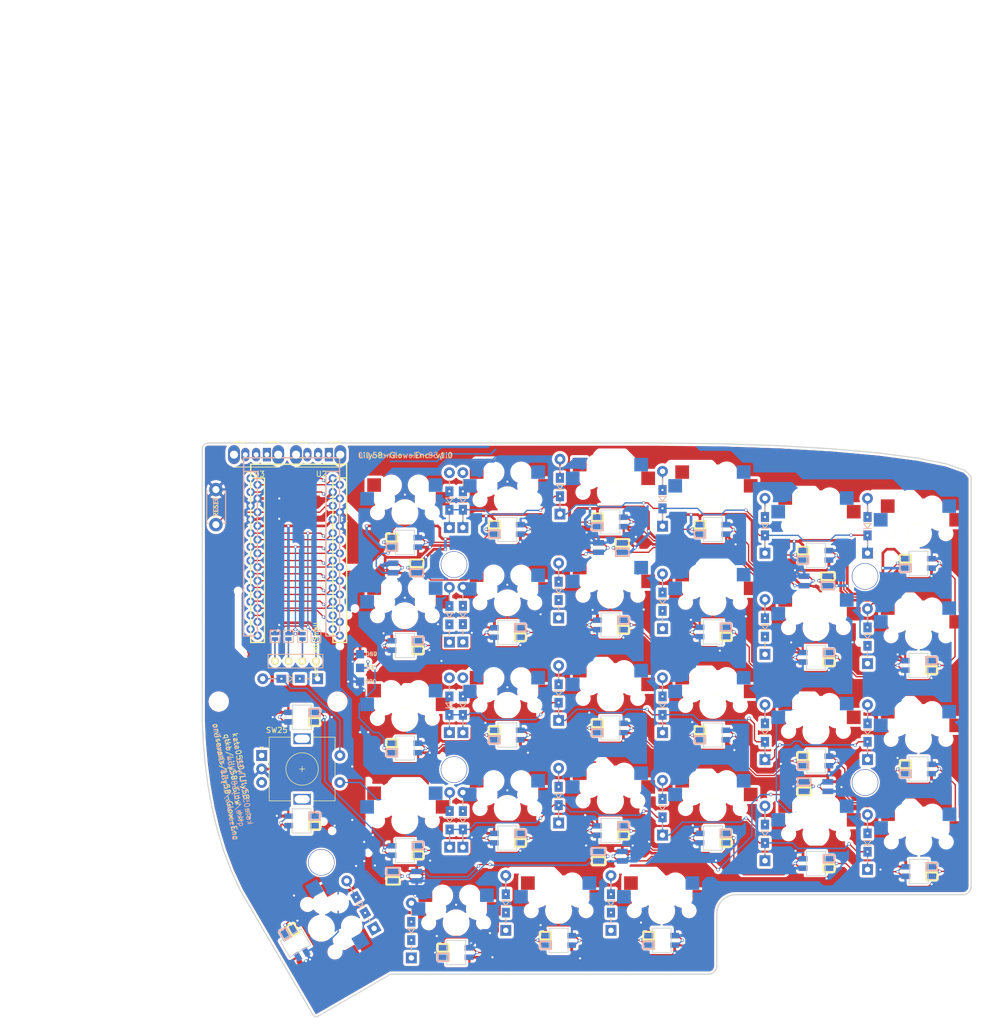
<source format=kicad_pcb>
(kicad_pcb (version 20211014) (generator pcbnew)
  (layers (0 "F.Cu" signal) (31 "B.Cu" signal) (34 "B.Paste" user) (35 "F.Paste" user) (36 "B.SilkS" user "B.Silkscreen") (37 "F.SilkS" user "F.Silkscreen") (38 "B.Mask" user) (39 "F.Mask" user) (44 "Edge.Cuts" user))
  (net 0 "")
  (net 1 "Net-(D1-Pad2)")
  (net 2 "row4")
  (net 3 "Net-(D2-Pad2)")
  (net 4 "Net-(D3-Pad2)")
  (net 5 "row0")
  (net 6 "Net-(D4-Pad2)")
  (net 7 "row1")
  (net 8 "Net-(D5-Pad2)")
  (net 9 "row2")
  (net 10 "Net-(D6-Pad2)")
  (net 11 "row3")
  (net 12 "Net-(D7-Pad2)")
  (net 13 "Net-(D8-Pad2)")
  (net 14 "Net-(D9-Pad2)")
  (net 15 "Net-(D10-Pad2)")
  (net 16 "Net-(D11-Pad2)")
  (net 17 "Net-(D12-Pad2)")
  (net 18 "Net-(D13-Pad2)")
  (net 19 "Net-(D14-Pad2)")
  (net 20 "Net-(D15-Pad2)")
  (net 21 "Net-(D16-Pad2)")
  (net 22 "Net-(D17-Pad2)")
  (net 23 "Net-(D18-Pad2)")
  (net 24 "Net-(D19-Pad2)")
  (net 25 "Net-(D20-Pad2)")
  (net 26 "Net-(D21-Pad2)")
  (net 27 "Net-(D22-Pad2)")
  (net 28 "Net-(D23-Pad2)")
  (net 29 "Net-(D24-Pad2)")
  (net 30 "Net-(D25-Pad2)")
  (net 31 "Net-(D26-Pad2)")
  (net 32 "Net-(D27-Pad2)")
  (net 33 "Net-(D28-Pad2)")
  (net 34 "VCC")
  (net 35 "GND")
  (net 36 "col0")
  (net 37 "col1")
  (net 38 "col2")
  (net 39 "col3")
  (net 40 "col4")
  (net 41 "col5")
  (net 42 "SDA")
  (net 43 "LED")
  (net 44 "SCL")
  (net 45 "RESET")
  (net 46 "Net-(D29-Pad2)")
  (net 47 "Net-(U1-Pad24)")
  (net 48 "unconnected-(L30-Pad1)")
  (net 49 "Net-(U1-Pad1)")
  (net 50 "unconnected-(U1-Pad2)")
  (net 51 "unconnected-(U1-Pad20)")
  (net 52 "Net-(JP1-Pad1)")
  (net 53 "Net-(JP2-Pad1)")
  (net 54 "Net-(JP3-Pad1)")
  (net 55 "Net-(JP4-Pad1)")
  (net 56 "Net-(L1-Pad1)")
  (net 57 "Net-(L2-Pad1)")
  (net 58 "Net-(L3-Pad1)")
  (net 59 "Net-(L4-Pad1)")
  (net 60 "Net-(L5-Pad1)")
  (net 61 "Net-(L12-Pad3)")
  (net 62 "Net-(L13-Pad3)")
  (net 63 "Net-(L7-Pad3)")
  (net 64 "Net-(L8-Pad3)")
  (net 65 "Net-(L10-Pad1)")
  (net 66 "Net-(L10-Pad3)")
  (net 67 "Net-(L11-Pad3)")
  (net 68 "Net-(L13-Pad1)")
  (net 69 "Net-(L14-Pad1)")
  (net 70 "Net-(L15-Pad1)")
  (net 71 "Net-(L16-Pad1)")
  (net 72 "Net-(L17-Pad1)")
  (net 73 "Net-(L18-Pad1)")
  (net 74 "Net-(L19-Pad3)")
  (net 75 "Net-(L19-Pad1)")
  (net 76 "Net-(L20-Pad3)")
  (net 77 "Net-(L21-Pad3)")
  (net 78 "Net-(L22-Pad3)")
  (net 79 "Net-(L23-Pad3)")
  (net 80 "Net-(L25-Pad1)")
  (net 81 "Net-(L26-Pad1)")
  (net 82 "Net-(L27-Pad1)")
  (net 83 "Net-(L28-Pad1)")
  (net 84 "Net-(L29-Pad1)")
  (net 85 "Net-(L1-Pad3)")
  (net 86 "Net-(L31-Pad3)")
  (net 87 "Net-(L32-Pad3)")
  (net 88 "Net-(L34-Pad1)")
  (net 89 "enc1")
  (net 90 "enc2")
  (net 92 "Net-(L33-Pad3)")
  (net 93 "Net-(L35-Pad1)")
  (footprint "Lily58-footprint:Diode_TH_SOD123" (layer "F.Cu") (at 112.3 122.7 120)
    (fp_text reference "D26" hide)
    (fp_text value "D" hide)
  )
  (footprint "Lily58-footprint:StripLED" (layer "F.Cu") (at 112.2 81.3 180)
    (fp_text reference "J1" hide)
    (fp_text value "LED" hide)
  )
  (footprint "Lily58-footprint:HOLE_M2_TH" (layer "F.Cu") (at 129.6 59.6)
    (fp_text reference "TH3" hide)
    (fp_text value "HOLE" hide)
  )
  (footprint "Lily58-footprint:HOLE_M2_TH" (layer "F.Cu") (at 205.8 61.8)
    (fp_text reference "TH4" hide)
    (fp_text value "HOLE" hide)
  )
  (footprint "Lily58-footprint:HOLE_M2_TH" (layer "F.Cu") (at 129.6 97.6)
    (fp_text reference "TH5" hide)
    (fp_text value "HOLE" hide)
  )
  (footprint "Lily58-footprint:HOLE_M2_TH" (layer "F.Cu") (at 205.8 100)
    (fp_text reference "TH6" hide)
    (fp_text value "HOLE" hide)
  )
  (footprint "Lily58-footprint:HOLE_M2_TH" (layer "F.Cu") (at 105 114.8 90)
    (fp_text reference "TH7" hide)
    (fp_text value "HOLE" hide)
  )
  (footprint "Lily58-footprint:TACT_SWITCH_TVBP06" (layer "F.Cu") (at 85.471 48.97 -90)
    (fp_text reference "RSW1" hide)
    (fp_text value "SW_RST" hide)
  )
  (footprint "Lily58-footprint:ProMicro_rev2" (layer "F.Cu") (at 100.716465 58.405255)
    (fp_text reference "U1" hide)
    (fp_text value "ProMicro" hide)
  )
  (footprint "Lily58-footprint:Jumper" (layer "F.Cu") (at 98.916465 72.905255 90)
    (fp_text reference "JP3" hide)
    (fp_text value "Jumper_NO_Small" hide)
  )
  (footprint "Lily58-footprint:Jumper" (layer "F.Cu") (at 96.416465 72.905255 90)
    (fp_text reference "JP4" hide)
    (fp_text value "Jumper_NO_Small" hide)
  )
  (footprint "Lily58-footprint:MY_SIL-4" (layer "F.Cu") (at 96.416465 77.505255)
    (fp_text reference "P4" hide)
    (fp_text value "OLED" hide)
  )
  (footprint "Lily58-footprint:Jumper" (layer "F.Cu") (at 101.516465 72.905255 90)
    (fp_text reference "JP2" hide)
    (fp_text value "Jumper_NO_Small" hide)
  )
  (footprint "Lily58-footprint:Jumper" (layer "F.Cu") (at 104.016465 72.905255 90)
    (fp_text reference "JP1" hide)
    (fp_text value "Jumper_NO_Small")
  )
  (footprint "Lily58-footprint:MX_Socket_18mm" (layer "F.Cu") (at 139.5 47.6)
    (fp_text reference "SW2" hide)
    (fp_text value "SW_PUSH" hide)
  )
  (footprint "Lily58-footprint:MX_Socket_18mm" (layer "F.Cu") (at 158.6 46.21)
    (fp_text reference "SW3" hide)
    (fp_text value "SW_PUSH" hide)
  )
  (footprint "Lily58-footprint:MX_Socket_18mm" (layer "F.Cu") (at 177.6 47.6)
    (fp_text reference "SW4" hide)
    (fp_text value "SW_PUSH" hide)
  )
  (footprint "Lily58-footprint:MX_Socket_18mm" (layer "F.Cu") (at 196.7 52.4)
    (fp_text reference "SW5" hide)
    (fp_text value "SW_PUSH" hide)
  )
  (footprint "Lily58-footprint:MX_Socket_18mm" (layer "F.Cu") (at 215.7 53.9)
    (fp_text reference "SW6" hide)
    (fp_text value "SW_PUSH" hide)
  )
  (footprint "Lily58-footprint:MX_Socket_18mm" (layer "F.Cu") (at 120.5 69.1)
    (fp_text reference "SW7" hide)
    (fp_text value "SW_PUSH" hide)
  )
  (footprint "Lily58-footprint:MX_Socket_18mm" (layer "F.Cu") (at 139.5 66.7)
    (fp_text reference "SW8" hide)
    (fp_text value "SW_PUSH" hide)
  )
  (footprint "Lily58-footprint:MX_Socket_18mm" (layer "F.Cu") (at 158.6 65.3)
    (fp_text reference "SW9" hide)
    (fp_text value "SW_PUSH" hide)
  )
  (footprint "Lily58-footprint:MX_Socket_18mm" (layer "F.Cu") (at 177.6 66.6)
    (fp_text reference "SW10" hide)
    (fp_text value "SW_PUSH" hide)
  )
  (footprint "Lily58-footprint:MX_Socket_18mm" (layer "F.Cu") (at 196.7 71.3)
    (fp_text reference "SW11" hide)
    (fp_text value "SW_PUSH" hide)
  )
  (footprint "Lily58-footprint:MX_Socket_18mm" (layer "F.Cu") (at 215.7 72.8)
    (fp_text reference "SW12" hide)
    (fp_text value "SW_PUSH" hide)
  )
  (footprint "Lily58-footprint:MX_Socket_18mm" (layer "F.Cu") (at 120.5 88.1)
    (fp_text reference "SW13" hide)
    (fp_text value "SW_PUSH" hide)
  )
  (footprint "Lily58-footprint:MX_Socket_18mm" (layer "F.Cu") (at 139.5 85.7)
    (fp_text reference "SW14" hide)
    (fp_text value "SW_PUSH" hide)
  )
  (footprint "Lily58-footprint:MX_Socket_18mm" (layer "F.Cu") (at 158.6 84.4)
    (fp_text reference "SW15" hide)
    (fp_text value "SW_PUSH" hide)
  )
  (footprint "Lily58-footprint:MX_Socket_18mm" (layer "F.Cu") (at 177.6 85.7)
    (fp_text reference "SW16" hide)
    (fp_text value "SW_PUSH" hide)
  )
  (footprint "Lily58-footprint:MX_Socket_18mm" (layer "F.Cu") (at 196.7 90.5)
    (fp_text reference "SW17" hide)
    (fp_text value "SW_PUSH" hide)
  )
  (footprint "Lily58-footprint:MX_Socket_18mm" (layer "F.Cu") (at 215.7 92)
    (fp_text reference "SW18" hide)
    (fp_text value "SW_PUSH" hide)
  )
  (footprint "Lily58-footprint:MX_Socket_18mm" (layer "F.Cu") (at 120.5 107.1)
    (fp_text reference "SW19" hide)
    (fp_text value "SW_PUSH" hide)
  )
  (footprint "Lily58-footprint:MX_Socket_18mm" (layer "F.Cu") (at 139.5 104.8)
    (fp_text reference "SW20" hide)
    (fp_text value "SW_PUSH" hide)
  )
  (footprint "Lily58-footprint:MX_Socket_18mm" (layer "F.Cu") (at 158.6 103.4)
    (fp_text reference "SW21" hide)
    (fp_text value "SW_PUSH" hide)
  )
  (footprint "Lily58-footprint:MX_Socket_18mm" (layer "F.Cu") (at 177.6 104.8)
    (fp_text reference "SW22" hide)
    (fp_text value "SW_PUSH" hide)
  )
  (footprint "Lily58-footprint:MX_Socket_18mm" (layer "F.Cu") (at 196.7 109.5)
    (fp_text reference "SW23" hide)
    (fp_text value "SW_PUSH" hide)
  )
  (footprint "Lily58-footprint:MX_Socket_18mm" (layer "F.Cu") (at 215.75 111)
    (fp_text reference "SW24" hide)
    (fp_text value "SW_PUSH" hide)
  )
  (footprint "Lily58-footprint:MX_Socket_18mm" (layer "F.Cu") (at 105 127 -60)
    (fp_text reference "SW26" hide)
    (fp_text value "SW_PUSH" hide)
  )
  (footprint "Lily58-footprint:MX_Socket_18mm" (layer "F.Cu") (at 130 126)
    (fp_text reference "SW27" hide)
    (fp_text value "SW_PUSH" hide)
  )
  (footprint "Lily58-footprint:MX_Socket_18mm" (layer "F.Cu") (at 149 123.75)
    (fp_text reference "SW28" hide)
    (fp_text value "SW_PUSH" hide)
  )
  (footprint "Lily58-footprint:MX_Socket_18mm" (layer "F.Cu") (at 168.1 123.75)
    (fp_text reference "SW29" hide)
    (fp_text value "SW_PUSH" hide)
  )
  (footprint "Lily58-footprint:HOLE_M2" (layer "F.Cu") (at 86 85)
    (fp_text reference "TH1" hide)
    (fp_text value "HOLE" hide)
  )
  (footprint "Lily58-footprint:HOLE_M2" (layer "F.Cu") (at 108 85)
    (fp_text reference "TH2" hide)
    (fp_text value "HOLE" hide)
  )
  (footprint "Lily58-footprint:MX_Socket_18mm" (layer "F.Cu") (at 120.5 50)
    (fp_text reference "SW1" hide)
    (fp_text value "SW_PUSH" hide)
  )
  (footprint "Lily58-footprint:SK6812MINI_rev" (layer "F.Cu") (at 120.5 55.5 180)
    (fp_text reference "L1" hide)
    (fp_text value "SK6812mini-e" hide)
  )
  (footprint "Lily58-footprint:SK6812MINI_rev" (layer "F.Cu") (at 139.5 110.3)
    (fp_text reference "L20" hide)
    (fp_text value "SK6812mini-e" hide)
  )
  (footprint "Lily58-footprint:SK6812MINI_rev" (layer "F.Cu") (at 149 129.25 180)
    (fp_text reference "L29" hide)
    (fp_text value "SK6812mini-e" hide)
  )
  (footprint "Lily58-footprint:SK6812MINI_rev" (layer "F.Cu") (at 158.6 108.9)
    (fp_text reference "L21" hide)
    (fp_text value "SK6812mini-e" hide)
  )
  (footprint "Lily58-footprint:SK6812MINI_rev" (layer "F.Cu") (at 196.7 115)
    (fp_text reference "L23" hide)
    (fp_text value "SK6812mini-e" hide)
  )
  (footprint "Lily58-footprint:SK6812MINI_rev" (layer "F.Cu") (at 215.75 116.5)
    (fp_text reference "L24" hide)
    (fp_text value "SK6812mini-e" hide)
  )
  (footprint "Lily58-footprint:SK6812MINI_rev" (layer "F.Cu") (at 130 131.5 180)
    (fp_text reference "L28" hide)
    (fp_text value "SK6812mini-e" hide)
  )
  (footprint "Lily58-footprint:SK6812MINI_rev" (layer "F.Cu") (at 177.6 91.2 180)
    (fp_text reference "L16" hide)
    (fp_text value "SK6812mini-e" hide)
  )
  (footprint "Lily58-footprint:SK6812MINI_rev" (layer "F.Cu") (at 120.5 112.6)
    (fp_text reference "L19" hide)
    (fp_text value "SK6812mini-e" hide)
  )
  (footprint "Lily58-footprint:SK6812MINI_rev" (layer "F.Cu") (at 215.7 97.5 180)
    (fp_text reference "L18" hide)
    (fp_text value "SK6812mini-e" hide)
  )
  (footprint "Lily58-footprint:SK6812MINI_rev" (layer "F.Cu") (at 158.6 89.9 180)
    (fp_text reference "L15" hide)
    (fp_text value "SK6812mini-e" hide)
  )
  (footprint "Lily58-footprint:SK6812MINI_rev" (layer "F.Cu") (at 139.5 91.2 180)
    (fp_text reference "L14" hide)
    (fp_text value "SK6812mini-e" hide)
  )
  (footprint "Lily58-footprint:SK6812MINI_rev" (layer "F.Cu") (at 120.5 93.6 180)
    (fp_text reference "L13" hide)
    (fp_text value "SK6812mini-e" hide)
  )
  (footprint "Lily58-footprint:SK6812MINI_rev" (layer "F.Cu") (at 215.7 78.3)
    (fp_text reference "L12" hide)
    (fp_text value "SK6812mini-e" hide)
  )
  (footprint "Lily58-footprint:SK6812MINI_rev" (layer "F.Cu") (at 196.7 96 180)
    (fp_text reference "L17" hide)
    (fp_text value "SK6812mini-e" hide)
  )
  (footprint "Lily58-footprint:SK6812MINI_rev" (layer "F.Cu") (at 177.6 110.3)
    (fp_text reference "L22" hide)
    (fp_text value "SK6812mini-e" hide)
  )
  (footprint "Lily58-footprint:SK6812MINI_rev" (layer "F.Cu") (at 177.6 53.1 180)
    (fp_text reference "L4" hide)
    (fp_text value "SK6812mini-e" hide)
  )
  (footprint "Lily58-footprint:SK6812MINI_rev" (layer "F.Cu") (at 196.7 57.9 180)
    (fp_text reference "L5" hide)
    (fp_text value "SK6812mini-e" hide)
  )
  (footprint "Lily58-footprint:SK6812MINI_rev" (layer "F.Cu") (at 158.6 51.71 180)
    (fp_text reference "L3" hide)
    (fp_text value "SK6812mini-e" hide)
  )
  (footprint "Lily58-footprint:SK6812MINI_rev" (layer "F.Cu") (at 139.5 53.1 180)
    (fp_text reference "L2" hide)
    (fp_text value "SK6812mini-e" hide)
  )
  (footprint "Lily58-footprint:SK6812MINI_rev" (layer "F.Cu") (at 196.7 76.8)
    (fp_text reference "L11" hide)
    (fp_text value "SK6812mini-e" hide)
  )
  (footprint "Lily58-footprint:SK6812MINI_rev" (layer "F.Cu") (at 177.6 72.1)
    (fp_text reference "L10" hide)
    (fp_text value "SK6812mini-e" hide)
  )
  (footprint "Lily58-footprint:SK6812MINI_rev" (layer "F.Cu") (at 158.6 70.8)
    (fp_text reference "L9" hide)
    (fp_text value "SK6812mini-e" hide)
  )
  (footprint "Lily58-footprint:SK6812MINI_rev" (layer "F.Cu") (at 215.7 59.4 180)
    (fp_text reference "L6" hide)
    (fp_text value "SK6812mini-e" hide)
  )
  (footprint "Lily58-footprint:SK6812MINI_rev" (layer "F.Cu") (at 139.5 72.2)
    (fp_text reference "L8" hide)
    (fp_text value "SK6812mini-e" hide)
  )
  (footprint "Lily58-footprint:SK6812MINI_rev" (layer "F.Cu") (at 120.5 74.6)
    (fp_text reference "L7" hide)
    (fp_text value "SK6812mini-e" hide)
  )
  (footprint "Lily58-footprint:SK6812MINI_rev" (layer "F.Cu") (at 168.1 129.25 180)
    (fp_text reference "L30" hide)
    (fp_text value "SK6812mini-e" hide)
  )
  (footprint "Lily58-footprint:SK6812MINI_rev" (layer "F.Cu") (at 100.236859 129.75 120)
    (fp_text reference "L27" hide)
    (fp_text value "SK6812mini-e" hide)
  )
  (footprint "Lily58-footprint:SK6812MINI_underglow_rev" (layer "F.Cu") (at 158.6 56.46)
    (fp_text reference "L32" hide)
    (fp_text value "SK6812mini" hide)
  )
  (footprint "Lily58-footprint:SK6812MINI_underglow_rev" (layer "F.Cu") (at 120.5 117.35 180)
    (fp_text reference "L34" hide)
    (fp_text value "SK6812mini" hide)
  )
  (footprint "Lily58-footprint:SK6812MINI_underglow_rev" (layer "F.Cu") (at 158.6 113.65 180)
    (fp_text reference "L35" hide)
    (fp_text value "SK6812mini" hide)
  )
  (footprint "Lily58-footprint:SK6812MINI_underglow_rev" (layer "F.Cu") (at 196.7 100.75 180)
    (fp_text reference "L36" hide)
    (fp_text value "SK6812mini" hide)
  )
  (footprint "Lily58-footprint:SK6812MINI_underglow_rev" (layer "F.Cu") (at 196.7 62.65)
    (fp_text reference "L33" hide)
    (fp_text value "SK6812mini" hide)
  )
  (footprint "Lily58-footprint:SK6812MINI_underglow_rev" (layer "F.Cu") (at 120.5 60.25)
    (fp_text reference "L31" hide)
    (fp_text value "SK6812mini" hide)
  )
  (footprint "Lily58-footprint:RotaryEncoder_Alps_EC11E-Switch_Vertical_H20mm" (layer "F.Cu") (at 93.9546 94.996)
    (fp_text reference "SW25")
    (fp_text value "Rotary_Encoder_Switch")
  )
  (footprint "Lily58-footprint:SK6812MINI_rev" (layer "F.Cu") (at 101.3492 107.1148)
    (fp_text reference "L26" hide)
    (fp_text value "SK6812mini-e" hide)
  )
  (footprint "Lily58-footprint:SK6812MINI_rev" (layer "F.Cu") (at 101.346 87.884)
    (fp_text reference "L25" hide)
    (fp_text value "SK6812mini-e" hide)
  )
  (footprint "Button_Switch_THT:SW_CuK_OS102011MA1QN1_SPDT_Angled" (layer "F.Cu") (at 106.426 39.243 180)
    (fp_text reference "U2")
    (fp_text value "OS102011MA1QN1")
  )
  (footprint "Button_Switch_THT:SW_CuK_OS102011MA1QN1_SPDT_Angled" (layer "F.Cu") (at 94.928 39.243 180)
    (fp_text reference "U3")
    (fp_text value "OS102011MA1QN1")
  )
  (footprint "Lily58-footprint:Diode_TH_SOD123" (layer "B.Cu") (at 128.75 47.75 90)
    (fp_text reference "D1" hide)
    (fp_text value "D" hide)
  )
  (footprint "Lily58-footprint:Diode_TH_SOD123" (layer "B.Cu") (at 131.25 47.75 90)
    (fp_text reference "D2" hide)
    (fp_text value "D" hide)
  )
  (footprint "Lily58-footprint:Diode_TH_SOD123" (layer "B.Cu") (at 149.25 45.25 90)
    (fp_text reference "D3" hide)
    (fp_text value "D" hide)
  )
  (footprint "Lily58-footprint:Diode_TH_SOD123" (layer "B.Cu") (at 168.25 47.5 90)
    (fp_text reference "D4" hide)
    (fp_text value "D" hide)
  )
  (footprint "Lily58-footprint:Diode_TH_SOD123" (layer "B.Cu") (at 187.25 52.5 90)
    (fp_text reference "D5" hide)
    (fp_text value "D" hide)
  )
  (footprint "Lily58-footprint:Diode_TH_SOD123" (layer "B.Cu") (at 206.25 52.5 90)
    (fp_text reference "D6" hide)
    (fp_text value "D" hide)
  )
  (footprint "Lily58-footprint:Diode_TH_SOD123" (layer "B.Cu") (at 128.75 69 90)
    (fp_text reference "D7" hide)
    (fp_text value "D" hide)
  )
  (footprint "Lily58-footprint:Diode_TH_SOD123" (layer "B.Cu") (at 131.25254 68.95254 90)
    (fp_text reference "D8" hide)
    (fp_text value "D" hide)
  )
  (footprint "Lily58-footprint:Diode_TH_SOD123" (layer "B.Cu") (at 149 64.5 90)
    (fp_text reference "D9" hide)
    (fp_text value "D" hide)
  )
  (footprint "Lily58-footprint:Diode_TH_SOD123" (layer "B.Cu") (at 168.25 66.5 90)
    (fp_text reference "D10" hide)
    (fp_text value "D" hide)
  )
  (footprint "Lily58-footprint:Diode_TH_SOD123" (layer "B.Cu") (at 187.25 71.25 90)
    (fp_text reference "D11" hide)
    (fp_text value "D" hide)
  )
  (footprint "Lily58-footprint:Diode_TH_SOD123" (layer "B.Cu") (at 206.248 72.9615 90)
    (fp_text reference "D12" hide)
    (fp_text value "D" hide)
  )
  (footprint "Lily58-footprint:Diode_TH_SOD123" (layer "B.Cu") (at 128.75 85.75 90)
    (fp_text reference "D13" hide)
    (fp_text value "D" hide)
  )
  (footprint "Lily58-footprint:Diode_TH_SOD123" (layer "B.Cu") (at 131.25 85.75 90)
    (fp_text reference "D14" hide)
    (fp_text value "D" hide)
  )
  (footprint "Lily58-footprint:Diode_TH_SOD123" (layer "B.Cu") (at 149 83.5 90)
    (fp_text reference "D15" hide)
    (fp_text value "D" hide)
  )
  (footprint "Lily58-footprint:Diode_TH_SOD123" (layer "B.Cu") (at 168.25 85.75 90)
    (fp_text reference "D16" hide)
    (fp_text value "D" hide)
  )
  (footprint "Lily58-footprint:Diode_TH_SOD123" (layer "B.Cu") (at 187.25 90.75 90)
    (fp_text reference "D17" hide)
    (fp_text value "D" hide)
  )
  (footprint "Lily58-footprint:Diode_TH_SOD123" (layer "B.Cu") (at 206.25 90.75 90)
    (fp_text reference "D18" hide)
    (fp_text value "D" hide)
  )
  (footprint "Lily58-footprint:Diode_TH_SOD123" (layer "B.Cu") (at 128.8 107 90)
    (fp_text reference "D19" hide)
    (fp_text value "D" hide)
  )
  (footprint "Lily58-footprint:Diode_TH_SOD123" (layer "B.Cu") (at 131.25 107 90)
    (fp_text reference "D20" hide)
    (fp_text value "D" hide)
  )
  (footprint "Lily58-footprint:Diode_TH_SOD123" (layer "B.Cu") (at 149 102.5 90)
    (fp_text reference "D21" hide)
    (fp_text value "D" hide)
  )
  (footprint "Lily58-footprint:Diode_TH_SOD123" (layer "B.Cu") (at 168.25 104.75 90)
    (fp_text reference "D22" hide)
    (fp_text value "D" hide)
  )
  (footprint "Lily58-footprint:Diode_TH_SOD123" (layer "B.Cu") (at 187.25 109.5 90)
    (fp_text reference "D23" hide)
    (fp_text value "D" hide)
  )
  (footprint "Lily58-footprint:Diode_TH_SOD123" (layer "B.Cu") (at 99.314 80.772 180)
    (fp_text reference "D25" hide)
    (fp_text value "D" hide)
  )
  (footprint "Lily58-footprint:Diode_TH_SOD123" (layer "B.Cu") (at 121.7 127.5 90)
    (fp_text reference "D27" hide)
    (fp_text value "D" hide)
  )
  (footprint "Lily58-footprint:Diode_TH_SOD123" (layer "B.Cu") (at 139.2 122.4 90)
    (fp_text reference "D28" hide)
    (fp_text value "D" hide)
  )
  (footprint "Lily58-footprint:Diode_TH_SOD123" (layer "B.Cu") (at 158.7 122.4 90)
    (fp_text reference "D29" hide)
    (fp_text value "D" hide)
  )
  (footprint "Lily58-footprint:Jumper" (layer "B.Cu") (at 104.016465 72.905255 90)
    (fp_text reference "JP5" hide)
    (fp_text value "Jumper_NO_Small" hide)
  )
  (footprint "Lily58-footprint:Jumper" (layer "B.Cu") (at 101.516465 72.905255 90)
    (fp_text reference "JP6" hide)
    (fp_text value "Jumper_NO_Small" hide)
  )
  (footprint "Lily58-footprint:Jumper" (layer "B.Cu") (at 98.916465 72.905255 90)
    (fp_text reference "JP7" hide)
    (fp_text value "Jumper_NO_Small" hide)
  )
  (footprint "Lily58-footprint:Jumper" (layer "B.Cu") (at 96.416465 72.905255 90)
    (fp_text reference "JP8" hide)
    (fp_text value "Jumper_NO_Small" hide)
  )
  (footprint "Lily58-footprint:Diode_TH_SOD123" (layer "B.Cu") (at 206.248 111.125 90)
    (fp_text reference "D24" hide)
    (fp_text value "D" hide)
  )
  (gr_line (start 104.807833 37.086762) (end 94.4 37.086762) (layer "Edge.Cuts") (width 0.2))
  (gr_line (start 82.937528 82.285296) (end 82.937528 75.978362) (layer "Edge.Cuts") (width 0.2))
  (gr_line (start 82.937528 75.978362) (end 82.937528 69.671429) (layer "Edge.Cuts") (width 0.2))
  (gr_line (start 82.937528 88.592229) (end 82.937528 82.285296) (layer "Edge.Cuts") (width 0.2))
  (gr_line (start 118.75 57.75) (end 118.75 53.25) (layer "Edge.Cuts") (width 0.15))
  (gr_line (start 101.310889 127.109431) (end 103.060889 130.14052) (layer "Edge.Cuts") (width 0.15))
  (gr_line (start 103.060889 130.14052) (end 99.163775 132.39052) (layer "Edge.Cuts") (width 0.15))
  (gr_line (start 97.413775 129.359431) (end 101.310889 127.109431) (layer "Edge.Cuts") (width 0.15))
  (gr_line (start 99.163775 132.39052) (end 97.413775 129.359431) (layer "Edge.Cuts") (width 0.15))
  (gr_line (start 118.75 72.35) (end 122.25 72.35) (layer "Edge.Cuts") (width 0.15))
  (gr_line (start 131.75 129.25) (end 131.75 133.75) (layer "Edge.Cuts") (width 0.15))
  (gr_line (start 166.35 127) (end 169.85 127) (layer "Edge.Cuts") (width 0.15))
  (gr_line (start 160.35 111.15) (end 156.85 111.15) (layer "Edge.Cuts") (width 0.15))
  (gr_line (start 141.25 108.05) (end 141.25 112.55) (layer "Edge.Cuts") (width 0.15))
  (gr_line (start 103.0992 104.8648) (end 103.0992 109.3648) (layer "Edge.Cuts") (width 0.15))
  (gr_line (start 137.75 108.05) (end 141.25 108.05) (layer "Edge.Cuts") (width 0.15))
  (gr_line (start 198.45 117.25) (end 194.95 117.25) (layer "Edge.Cuts") (width 0.15))
  (gr_line (start 122.25 114.85) (end 118.75 114.85) (layer "Edge.Cuts") (width 0.15))
  (gr_line (start 156.85 111.15) (end 156.85 106.65) (layer "Edge.Cuts") (width 0.15))
  (gr_line (start 166.35 131.5) (end 166.35 127) (layer "Edge.Cuts") (width 0.15))
  (gr_line (start 194.95 117.25) (end 194.95 112.75) (layer "Edge.Cuts") (width 0.15))
  (gr_line (start 141.25 112.55) (end 137.75 112.55) (layer "Edge.Cuts") (width 0.15))
  (gr_line (start 122.25 110.35) (end 122.25 114.85) (layer "Edge.Cuts") (width 0.15))
  (gr_line (start 179.35 108.05) (end 179.35 112.55) (layer "Edge.Cuts") (width 0.15))
  (gr_line (start 175.85 108.05) (end 179.35 108.05) (layer "Edge.Cuts") (width 0.15))
  (gr_line (start 214 118.75) (end 214 114.25) (layer "Edge.Cuts") (width 0.15))
  (gr_line (start 147.25 127) (end 150.75 127) (layer "Edge.Cuts") (width 0.15))
  (gr_line (start 150.75 131.5) (end 147.25 131.5) (layer "Edge.Cuts") (width 0.15))
  (gr_line (start 160.35 106.65) (end 160.35 111.15) (layer "Edge.Cuts") (width 0.15))
  (gr_line (start 137.75 112.55) (end 137.75 108.05) (layer "Edge.Cuts") (width 0.15))
  (gr_line (start 150.75 127) (end 150.75 131.5) (layer "Edge.Cuts") (width 0.15))
  (gr_line (start 156.85 106.65) (end 160.35 106.65) (layer "Edge.Cuts") (width 0.15))
  (gr_line (start 217.5 114.25) (end 217.5 118.75) (layer "Edge.Cuts") (width 0.15))
  (gr_line (start 99.5992 104.8648) (end 103.0992 104.8648) (layer "Edge.Cuts") (width 0.15))
  (gr_line (start 194.95 112.75) (end 198.45 112.75) (layer "Edge.Cuts") (width 0.15))
  (gr_line (start 128.25 129.25) (end 131.75 129.25) (layer "Edge.Cuts") (width 0.15))
  (gr_line (start 103.0992 109.3648) (end 99.5992 109.3648) (layer "Edge.Cuts") (width 0.15))
  (gr_line (start 175.85 112.55) (end 175.85 108.05) (layer "Edge.Cuts") (width 0.15))
  (gr_line (start 217.5 118.75) (end 214 118.75) (layer "Edge.Cuts") (width 0.15))
  (gr_line (start 214 114.25) (end 217.5 114.25) (layer "Edge.Cuts") (width 0.15))
  (gr_line (start 147.25 131.5) (end 147.25 127) (layer "Edge.Cuts") (width 0.15))
  (gr_line (start 99.5992 109.3648) (end 99.5992 104.8648) (layer "Edge.Cuts") (width 0.15))
  (gr_line (start 118.75 114.85) (end 118.75 110.35) (layer "Edge.Cuts") (width 0.15))
  (gr_line (start 118.75 110.35) (end 122.25 110.35) (layer "Edge.Cuts") (width 0.15))
  (gr_line (start 128.25 133.75) (end 128.25 129.25) (layer "Edge.Cuts") (width 0.15))
  (gr_line (start 169.85 127) (end 169.85 131.5) (layer "Edge.Cuts") (width 0.15))
  (gr_line (start 169.85 131.5) (end 166.35 131.5) (layer "Edge.Cuts") (width 0.15))
  (gr_line (start 179.35 112.55) (end 175.85 112.55) (layer "Edge.Cuts") (width 0.15))
  (gr_line (start 198.45 112.75) (end 198.45 117.25) (layer "Edge.Cuts") (width 0.15))
  (gr_line (start 131.75 133.75) (end 128.25 133.75) (layer "Edge.Cuts") (width 0.15))
  (gr_line (start 99.624 90.17) (end 99.624 85.67) (layer "Edge.Cuts") (width 0.15))
  (gr_line (start 103.124 85.67) (end 103.124 90.17) (layer "Edge.Cuts") (width 0.15))
  (gr_line (start 103.124 90.17) (end 99.624 90.17) (layer "Edge.Cuts") (width 0.15))
  (gr_line (start 99.624 85.67) (end 103.124 85.67) (layer "Edge.Cuts") (width 0.15))
  (gr_line (start 178.319348 134.034052) (end 178.288901 134.314154) (layer "Edge.Cuts") (width 0.2))
  (gr_line (start 160.35 49.46) (end 160.35 53.96) (layer "Edge.Cuts") (width 0.15))
  (gr_line (start 156.85 68.55) (end 160.35 68.55) (layer "Edge.Cuts") (width 0.15))
  (gr_line (start 103.597295 143.222884) (end 103.714328 143.322532) (layer "Edge.Cuts") (width 0.2))
  (gr_line (start 141.25 50.85) (end 141.25 55.35) (layer "Edge.Cuts") (width 0.15))
  (gr_line (start 109.483841 140.36134) (end 111.159536 139.391201) (layer "Edge.Cuts") (width 0.2))
  (gr_line (start 178.319348 132.816013) (end 178.319348 134.034052) (layer "Edge.Cuts") (width 0.2))
  (gr_line (start 156.85 87.65) (end 160.35 87.65) (layer "Edge.Cuts") (width 0.15))
  (gr_line (start 136.027379 37.086762) (end 125.619545 37.086762) (layer "Edge.Cuts") (width 0.2))
  (gr_line (start 225.204001 120.128696) (end 225.020912 120.350648) (layer "Edge.Cuts") (width 0.2))
  (gr_line (start 181.819348 120.789735) (end 187.086929 120.789735) (layer "Edge.Cuts") (width 0.2))
  (gr_line (start 137.75 88.95) (end 141.25 88.95) (layer "Edge.Cuts") (width 0.15))
  (gr_line (start 179.35 74.35) (end 175.85 74.35) (layer "Edge.Cuts") (width 0.15))
  (gr_line (start 217.45 61.65) (end 213.95 61.65) (layer "Edge.Cuts") (width 0.15))
  (gr_line (start 179.35 93.45) (end 175.85 93.45) (layer "Edge.Cuts") (width 0.15))
  (gr_line (start 137.75 55.35) (end 137.75 50.85) (layer "Edge.Cuts") (width 0.15))
  (gr_line (start 213.424836 120.789735) (end 218.692418 120.789735) (layer "Edge.Cuts") (width 0.2))
  (gr_line (start 122.25 95.85) (end 118.75 95.85) (layer "Edge.Cuts") (width 0.15))
  (gr_line (start 225.342217 119.873887) (end 225.204001 120.128696) (layer "Edge.Cuts") (width 0.2))
  (gr_line (start 213.95 80.55) (end 213.95 76.05) (layer "Edge.Cuts") (width 0.15))
  (gr_line (start 137.75 74.45) (end 137.75 69.95) (layer "Edge.Cuts") (width 0.15))
  (gr_line (start 175.85 74.35) (end 175.85 69.85) (layer "Edge.Cuts") (width 0.15))
  (gr_line (start 179.35 55.35) (end 175.85 55.35) (layer "Edge.Cuts") (width 0.15))
  (gr_line (start 194.95 79.05) (end 194.95 74.55) (layer "Edge.Cuts") (width 0.15))
  (gr_line (start 118.75 91.35) (end 122.25 91.35) (layer "Edge.Cuts") (width 0.15))
  (gr_line (start 198.45 79.05) (end 194.95 79.05) (layer "Edge.Cuts") (width 0.15))
  (gr_line (start 83.020657 37.727855) (end 83.117409 37.549489) (layer "Edge.Cuts") (width 0.2))
  (gr_line (start 160.35 68.55) (end 160.35 73.05) (layer "Edge.Cuts") (width 0.15))
  (gr_line (start 189.919538 37.585374) (end 178.989563 37.215654) (layer "Edge.Cuts") (width 0.2))
  (gr_line (start 208.157255 120.789735) (end 213.424836 120.789735) (layer "Edge.Cuts") (width 0.2))
  (gr_line (start 141.25 55.35) (end 137.75 55.35) (layer "Edge.Cuts") (width 0.15))
  (gr_line (start 103.84247 143.386445) (end 103.981252 143.413974) (layer "Edge.Cuts") (width 0.2))
  (gr_line (start 160.35 92.15) (end 156.85 92.15) (layer "Edge.Cuts") (width 0.15))
  (gr_line (start 175.85 93.45) (end 175.85 88.95) (layer "Edge.Cuts") (width 0.15))
  (gr_line (start 198.45 93.75) (end 198.45 98.25) (layer "Edge.Cuts") (width 0.15))
  (gr_line (start 198.45 60.15) (end 194.95 60.15) (layer "Edge.Cuts") (width 0.15))
  (gr_line (start 82.937528 57.057562) (end 82.937528 50.750629) (layer "Edge.Cuts") (width 0.2))
  (gr_line (start 208.420758 38.945561) (end 199.807654 38.170488) (layer "Edge.Cuts") (width 0.2))
  (gr_line (start 162.080304 135.511658) (end 169.449826 135.511658) (layer "Edge.Cuts") (width 0.2))
  (gr_line (start 224.9 42.7) (end 224.278471 42.15619) (layer "Edge.Cuts") (width 0.2))
  (gr_line (start 156.85 73.05) (end 156.85 68.55) (layer "Edge.Cuts") (width 0.15))
  (gr_line (start 217.45 57.15) (end 217.45 61.65) (layer "Edge.Cuts") (width 0.15))
  (gr_line (start 225.46 71.881623) (end 225.46 81.363245) (layer "Edge.Cuts") (width 0.2))
  (gr_line (start 83.490297 96.657663) (end 84.020972 100.690825) (layer "Edge.Cuts") (width 0.2))
  (gr_line (start 194.95 55.65) (end 198.45 55.65) (layer "Edge.Cuts") (width 0.15))
  (gr_line (start 141.25 69.95) (end 141.25 74.45) (layer "Edge.Cuts") (width 0.15))
  (gr_line (start 180.456326 121.064561) (end 181.113524 120.860778) (layer "Edge.Cuts") (width 0.2))
  (gr_line (start 82.937528 63.364495) (end 82.937528 57.057562) (layer "Edge.Cuts") (width 0.2))
  (gr_line (start 114.510925 137.450923) (end 116.186619 136.480784) (layer "Edge.Cuts") (width 0.2))
  (gr_line (start 88.291758 116.318073) (end 89.993333 119.98954) (layer "Edge.Cuts") (width 0.2))
  (gr_line (start 83.117409 37.549489) (end 83.24557 37.394123) (layer "Edge.Cuts") (width 0.2))
  (gr_line (start 199.807654 38.170488) (end 189.919538 37.585374) (layer "Edge.Cuts") (width 0.2))
  (gr_line (start 225.429552 119.592231) (end 225.342217 119.873887) (layer "Edge.Cuts") (width 0.2))
  (gr_line (start 175.85 55.35) (end 175.85 50.85) (layer "Edge.Cuts") (width 0.15))
  (gr_line (start 167.250881 37.086762) (end 156.843047 37.086762) (layer "Edge.Cuts") (width 0.2))
  (gr_line (start 179.35 69.85) (end 179.35 74.35) (layer "Edge.Cuts") (width 0.15))
  (gr_line (start 118.75 76.85) (end 118.75 72.35) (layer "Edge.Cuts") (width 0.15))
  (gr_line (start 225.46 90.844867) (end 225.46 100.32649) (layer "Edge.Cuts") (width 0.2))
  (gr_line (start 118.75 53.25) (end 122.25 53.25) (layer "Edge.Cuts") (width 0.15))
  (gr_line (start 220.889319 40.963847) (end 215.525697 39.885159) (layer "Edge.Cuts") (width 0.2))
  (gr_line (start 118.75 95.85) (end 118.75 91.35) (layer "Edge.Cuts") (width 0.15))
  (gr_line (start 194.95 74.55) (end 198.45 74.55) (layer "Edge.Cuts") (width 0.15))
  (gr_line (start 122.25 76.85) (end 118.75 76.85) (layer "Edge.Cuts") (width 0.15))
  (gr_line (start 225.459999 119.289735) (end 225.429552 119.592231) (layer "Edge.Cuts") (width 0.2))
  (gr_line (start 103.398425 142.918979) (end 103.491837 143.08815) (layer "Edge.Cuts") (width 0.2))
  (gr_line (start 225.46 81.363245) (end 225.46 90.844867) (layer "Edge.Cuts") (width 0.2))
  (gr_line (start 83.400937 37.265961) (end 83.579303 37.16921) (layer "Edge.Cuts") (width 0.2))
  (gr_line (start 82.937528 44.443695) (end 82.937528 38.136762) (layer "Edge.Cuts") (width 0.2))
  (gr_line (start 224.544152 120.671952) (end 224.262495 120.759288) (layer "Edge.Cuts") (width 0.2))
  (gr_line (start 83.579303 37.16921) (end 83.776462 37.108075) (layer "Edge.Cuts") (width 0.2))
  (gr_line (start 132.602217 135.511658) (end 139.971738 135.511658) (layer "Edge.Cuts") (width 0.2))
  (gr_line (start 192.354511 120.789735) (end 197.622092 120.789735) (layer "Edge.Cuts") (width 0.2))
  (gr_line (start 98.371341 134.32002) (end 100.047036 137.18634) (layer "Edge.Cuts") (width 0.2))
  (gr_line (start 178.594174 122.926713) (end 178.916678 122.33216) (layer "Edge.Cuts") (width 0.2))
  (gr_line (start 202.889673 120.789735) (end 208.157255 120.789735) (layer "Edge.Cuts") (width 0.2))
  (gr_line (start 225.46 109.808112) (end 225.46 119.289735) (layer "Edge.Cuts") (width 0.2))
  (gr_line (start 194.95 60.15) (end 194.95 55.65) (layer "Edge.Cuts") (width 0.15))
  (gr_line (start 213.95 99.75) (end 213.95 95.25) (layer "Edge.Cuts") (width 0.15))
  (gr_line (start 95.019952 128.587381) (end 96.695647 131.453701) (layer "Edge.Cuts") (width 0.2))
  (gr_line (start 111.159536 139.391201) (end 112.83523 138.421062) (layer "Edge.Cuts") (width 0.2))
  (gr_line (start 84.020972 100.690825) (end 84.747083 104.695246) (layer "Edge.Cuts") (width 0.2))
  (gr_line (start 178.319348 125.507775) (end 178.319348 126.725814) (layer "Edge.Cuts") (width 0.2))
  (gr_line (start 156.843047 37.086762) (end 146.435213 37.086762) (layer "Edge.Cuts") (width 0.2))
  (gr_line (start 85.688004 108.649127) (end 86.863105 112.53067) (layer "Edge.Cuts") (width 0.2))
  (gr_line (start 178.319348 130.379933) (end 178.319348 131.597973) (layer "Edge.Cuts") (width 0.2))
  (gr_line (start 175.85 69.85) (end 179.35 69.85) (layer "Edge.Cuts") (width 0.15))
  (gr_line (start 213.95 76.05) (end 217.45 76.05) (layer "Edge.Cuts") (width 0.15))
  (gr_line (start 217.45 76.05) (end 217.45 80.55) (layer "Edge.Cuts") (width 0.15))
  (gr_line (start 224.278471 42.15619) (end 220.889319 40.963847) (layer "Edge.Cuts") (width 0.2))
  (gr_line (start 107.808147 141.331479) (end 109.483841 140.36134) (layer "Edge.Cuts") (width 0.2))
  (gr_line (start 178.989563 37.215654) (end 167.250881 37.086762) (layer "Edge.Cuts") (width 0.2))
  (gr_line (start 178.319348 126.725814) (end 178.319348 127.943854) (layer "Edge.Cuts") (width 0.2))
  (gr_line (start 122.25 91.35) (end 122.25 95.85) (layer "Edge.Cuts") (width 0.15))
  (gr_line (start 82.937528 50.750629) (end 82.937528 44.443695) (layer "Edge.Cuts") (width 0.2))
  (gr_line (start 224.79896 120.533736) (end 224.544152 120.671952) (layer "Edge.Cuts") (width 0.2))
  (gr_line (start 117.863173 135.511658) (end 125.232695 135.511658) (layer "Edge.Cuts") (width 0.2))
  (gr_line (start 106.132452 142.301617) (end 107.808147 141.331479) (layer "Edge.Cuts") (width 0.2))
  (gr_line (start 137.75 50.85) (end 141.25 50.85) (layer "Edge.Cuts") (width 0.15))
  (gr_line (start 178.319348 127.943854) (end 178.319348 129.161894) (layer "Edge.Cuts") (width 0.2))
  (gr_line (start 177.4035 135.393876) (end 177.121844 135.481211) (layer "Edge.Cuts") (width 0.2))
  (gr_line (start 198.45 74.55) (end 198.45 79.05) (layer "Edge.Cuts") (width 0.15))
  (gr_line (start 96.695647 131.453701) (end 98.371341 134.32002) (layer "Edge.Cuts") (width 0.2))
  (gr_line (start 160.35 87.65) (end 160.35 92.15) (layer "Edge.Cuts") (width 0.15))
  (gr_line (start 125.232695 135.511658) (end 132.602217 135.511658) (layer "Edge.Cuts") (width 0.2))
  (gr_line (start 213.95 57.15) (end 217.45 57.15) (layer "Edge.Cuts") (width 0.15))
  (gr_line (start 154.710782 135.511658) (end 162.080304 135.511658) (layer "Edge.Cuts") (width 0.2))
  (gr_line (start 224.262495 120.759288) (end 223.959999 120.789735) (layer "Edge.Cuts") (width 0.2))
  (gr_line (start 141.25 88.95) (end 141.25 93.45) (layer "Edge.Cuts") (width 0.15))
  (gr_line (start 122.25 53.25) (end 122.25 57.75) (layer "Edge.Cuts") (width 0.15))
  (gr_line (start 175.85 88.95) (end 179.35 88.95) (layer "Edge.Cuts") (width 0.15))
  (gr_line (start 82.959523 37.925015) (end 83.020657 37.727855) (layer "Edge.Cuts") (width 0.2))
  (gr_line (start 82.937777 88.592317) (end 83.13569 92.617561) (layer "Edge.Cuts") (width 0.2))
  (gr_line (start 141.25 74.45) (end 137.75 74.45) (layer "Edge.Cuts") (width 0.15))
  (gr_line (start 116.186619 136.480784) (end 117.862313 135.510645) (layer "Edge.Cuts") (width 0.2))
  (gr_line (start 177.880261 135.072571) (end 177.658308 135.25566) (layer "Edge.Cuts") (width 0.2))
  (gr_line (start 146.435213 37.086762) (end 136.027379 37.086762) (layer "Edge.Cuts") (width 0.2))
  (gr_line (start 198.45 98.25) (end 194.95 98.25) (layer "Edge.Cuts") (width 0.15))
  (gr_line (start 156.85 49.46) (end 160.35 49.46) (layer "Edge.Cuts") (width 0.15))
  (gr_line (start 156.85 53.96) (end 156.85 49.46) (layer "Edge.Cuts") (width 0.15))
  (gr_line (start 217.45 99.75) (end 213.95 99.75) (layer "Edge.Cuts") (width 0.15))
  (gr_line (start 93.344258 125.721062) (end 95.019952 128.587381) (layer "Edge.Cuts") (width 0.2))
  (gr_line (start 225.46 62.4) (end 225.46 71.881623) (layer "Edge.Cuts") (width 0.2))
  (gr_line (start 94.396044 37.086762) (end 83.98821 37.086762) (layer "Edge.Cuts") (width 0.2))
  (gr_line (start 112.83523 138.421062) (end 114.510925 137.450923) (layer "Edge.Cuts") (width 0.2))
  (gr_line (start 213.95 61.65) (end 213.95 57.15) (layer "Edge.Cuts") (width 0.15))
  (gr_line (start 169.449826 135.511658) (end 176.819348 135.511658) (layer "Edge.Cuts") (width 0.2))
  (gr_line (start 225.46 100.32649) (end 225.46 109.808112) (layer "Edge.Cuts") (width 0.2))
  (gr_line (start 194.95 98.25) (end 194.95 93.75) (layer "Edge.Cuts") (width 0.15))
  (gr_line (start 137.75 69.95) (end 141.25 69.95) (layer "Edge.Cuts") (width 0.15))
  (gr_line (start 179.35 88.95) (end 179.35 93.45) (layer "Edge.Cuts") (width 0.15))
  (gr_line (start 178.063349 134.850619) (end 177.880261 135.072571) (layer "Edge.Cuts") (width 0.2))
  (gr_line (start 217.45 80.55) (end 213.95 80.55) (layer "Edge.Cuts") (width 0.15))
  (gr_line (start 197.622092 120.789735) (end 202.889673 120.789735) (layer "Edge.Cuts") (width 0.2))
  (gr_line (start 213.95 95.25) (end 217.45 95.25) (layer "Edge.Cuts") (width 0.15))
  (gr_line (start 198.45 55.65) (end 198.45 60.15) (layer "Edge.Cuts") (width 0.15))
  (gr_line (start 103.981252 143.413974) (end 104.130206 143.404468) (layer "Edge.Cuts") (width 0.2))
  (gr_line (start 103.714328 143.322532) (end 103.84247 143.386445) (layer "Edge.Cuts") (width 0.2))
  (gr_line (start 141.25 93.45) (end 137.75 93.45) (layer "Edge.Cuts") (width 0.15))
  (gr_line (start 179.861773 121.387065) (end 180.456326 121.064561) (layer "Edge.Cuts") (width 0.2))
  (gr_line (start 115.211711 37.086762) (end 104.803877 37.086762) (layer "Edge.Cuts") (width 0.2))
  (gr_line (start 82.93821 38.136762) (end 82.959523 37.925015) (layer "Edge.Cuts") (width 0.2))
  (gr_line (start 104.456758 143.271756) (end 106.132452 142.301617) (layer "Edge.Cuts") (width 0.2))
  (gr_line (start 178.319348 124.289735) (end 178.319348 125.507775) (layer "Edge.Cuts") (width 0.2))
  (gr_line (start 101.72273 140.052659) (end 103.398425 142.918979) (layer "Edge.Cuts") (width 0.2))
  (gr_line (start 225.020912 120.350648) (end 224.79896 120.533736) (layer "Edge.Cuts") (width 0.2))
  (gr_line (start 224.9 42.7) (end 225.46 43.436755) (layer "Edge.Cuts") (width 0.2))
  (gr_line (start 147.34126 135.511658) (end 154.710782 135.511658) (layer "Edge.Cuts") (width 0.2))
  (gr_line (start 178.319348 131.597973) (end 178.319348 132.816013) (layer "Edge.Cuts") (width 0.2))
  (gr_line (start 218.692418 120.789735) (end 223.959999 120.789735) (layer "Edge.Cuts") (width 0.2))
  (gr_line (start 137.75 93.45) (end 137.75 88.95) (layer "Edge.Cuts") (width 0.15))
  (gr_line (start 178.390391 123.583911) (end 178.594174 122.926713) (layer "Edge.Cuts") (width 0.2))
  (gr_line (start 215.525697 39.885159) (end 208.420758 38.945561) (layer "Edge.Cuts") (width 0.2))
  (gr_line (start 177.658308 135.25566) (end 177.4035 135.393876) (layer "Edge.Cuts") (width 0.2))
  (gr_line (start 82.937528 69.671429) (end 82.937528 63.364495) (layer "Edge.Cuts") (width 0.2))
  (gr_line (start 187.086929 120.789735) (end 192.354511 120.789735) (layer "Edge.Cuts") (width 0.2))
  (gr_line (start 89.992869 119.988423) (end 91.668563 122.854742) (layer "Edge.Cuts") (width 0.2))
  (gr_line (start 83.13569 92.617561) (end 83.490297 96.657663) (layer "Edge.Cuts") (width 0.2))
  (gr_line (start 100.047036 137.18634) (end 101.72273 140.052659) (layer "Edge.Cuts") (width 0.2))
  (gr_line (start 178.319348 129.161894) (end 178.319348 130.379933) (layer "Edge.Cuts") (width 0.2))
  (gr_line (start 139.971738 135.511658) (end 147.34126 135.511658) (layer "Edge.Cuts") (width 0.2))
  (gr_line (start 160.35 73.05) (end 156.85 73.05) (layer "Edge.Cuts") (width 0.15))
  (gr_line (start 104.130206 143.404468) (end 104.288864 143.357278) (layer "Edge.Cuts") (width 0.2))
  (gr_line (start 122.25 57.75) (end 118.75 57.75) (layer "Edge.Cuts") (width 0.15))
  (gr_line (start 84.747083 104.695246) (end 85.688004 108.649127) (layer "Edge.Cuts") (width 0.2))
  (gr_line (start 125.619545 37.086762) (end 115.211711 37.086762) (layer "Edge.Cuts") (width 0.2))
  (gr_line (start 217.45 95.25) (end 217.45 99.75) (layer "Edge.Cuts") (width 0.15))
  (gr_line (start 179.35 50.85) (end 179.35 55.35) (layer "Edge.Cuts") (width 0.15))
  (gr_line (start 225.46 43.436755) (end 225.46 52.918378) (layer "Edge.Cuts") (width 0.2))
  (gr_line (start 103.491837 143.08815) (end 103.597295 143.222884) (layer "Edge.Cuts") (width 0.2))
  (gr_line (start 160.35 53.96) (end 156.85 53.96) (layer "Edge.Cuts") (width 0.15))
  (gr_line (start 104.288864 143.357278) (end 104.456758 143.271756) (layer "Edge.Cuts") (width 0.2))
  (gr_line (start 225.46 52.918378) (end 225.46 62.4) (layer "Edge.Cuts") (width 0.2))
  (gr_line (start 178.916678 122.33216) (end 179.343884 121.814271) (layer "Edge.Cuts") (width 0.2))
  (gr_line (start 91.668563 122.854742) (end 93.344258 125.721062) (layer "Edge.Cuts") (width 0.2))
  (gr_line (start 83.776462 37.108075) (end 83.98821 37.086762) (layer "Edge.Cuts") (width 0.2))
  (gr_line (start 156.85 92.15) (end 156.85 87.65) (layer "Edge.Cuts") (width 0.15))
  (gr_line (start 181.113524 120.860778) (end 181.819348 120.789735) (layer "Edge.Cuts") (width 0.2))
  (gr_line (start 178.201565 134.59581) (end 178.063349 134.850619) (layer "Edge.Cuts") (width 0.2))
  (gr_line (start 177.121844 135.481211) (end 176.819348 135.511658) (layer "Edge.Cuts") (width 0.2))
  (gr_line (start 175.85 50.85) (end 179.35 50.85) (layer "Edge.Cuts") (width 0.15))
  (gr_line (start 86.863105 112.53067) (end 88.291758 116.318073) (layer "Edge.Cuts") (width 0.2))
  (gr_line (start 83.24557 37.394123) (end 83.400937 37.265961) (layer "Edge.Cuts") (width 0.2))
  (gr_line (start 178.288901 134.314154) (end 178.201565 134.59581) (layer "Edge.Cuts") (width 0.2))
  (gr_line (start 194.95 93.75) (end 198.45 93.75) (layer "Edge.Cuts") (width 0.15))
  (gr_line (start 122.25 72.35) (end 122.25 76.85) (layer "Edge.Cuts") (width 0.15))
  (gr_line (start 179.343884 121.814271) (end 179.861773 121.387065) (layer "Edge.Cuts") (width 0.2))
  (gr_line (start 178.319348 124.289735) (end 178.390391 123.583911) (layer "Edge.Cuts") (width 0.2))
  (gr_text "LED" (at 114.3 78.7) (layer "B.SilkS") (effects (font (size 0.7 0.7) (thickness 0.125)) (justify mirror)))
  (gr_text "VCC" (at 114.3 76.2) (layer "B.SilkS") (effects (font (size 0.7 0.7) (thickness 0.125)) (justify mirror)))
  (gr_text "Lily58-Glow-Enc-v1.0" (at 120.523 39.37) (layer "B.SilkS") (effects (font (size 1 1)) (justify mirror)))
  (gr_text "kata0510/Lily58  => \nqtkb/Lily58-Glow => \norvisevans/Lily58-Glow-Enc" (at 88.773 99.568 -80) (layer "B.SilkS") (effects (font (size 1 1)) (justify mirror)))
  (gr_text "GND" (at 114.2 81.3) (layer "B.SilkS") (effects (font (size 0.7 0.7) (thickness 0.125)) (justify mirror)))
  (gr_text "LED" (at 114.3 78.7) (layer "F.SilkS") (effects (font (size 0.7 0.7) (thickness 0.125))))
  (gr_text "GND" (at 114.3 76.2) (layer "F.SilkS") (effects (font (size 0.7 0.7) (thickness 0.125))))
  (gr_text "VCC" (at 114.2 81.3) (layer "F.SilkS") (effects (font (size 0.7 0.7) (thickness 0.125))))
  (gr_text "Lily58-Glow-Enc-v1.0" (at 120.65 39.37) (layer "F.SilkS") (effects (font (size 1 1))))
  (gr_text "kata0510/Lily58  => \nqtkb/Lily58-Glow => \norvisevans/Lily58-Glow-Enc" (at 88.9 99.568 -80) (layer "F.SilkS") (effects (font (size 1 1))))
  (segment (start 149.25 43.55) (end 149.25 40.09254) (width 0.25) (layer "F.Cu") (net 4))
  (segment (start 185.42351 51.260324) (end 185.42351 53.37351) (width 0.25) (layer "F.Cu") (net 5))
  (segment (start 165.53299 48.18499) (end 166.548 49.2) (width 0.25) (layer "F.Cu") (net 5))
  (segment (start 187.25 54.2) (end 186.25 54.2) (width 0.25) (layer "F.Cu") (net 5))
  (segment (start 183.7055 49.53) (end 185.42351 51.24801) (width 0.25) (layer "F.Cu") (net 5))
  (segment (start 203.21 54.1655) (end 206.2155 54.1655) (width 0.25) (layer "F.Cu") (net 5))
  (segment (start 186.25 54.2) (end 185.42351 53.37351) (width 0.25) (layer "F.Cu") (net 5))
  (segment (start 148.274991 46.95) (end 149.25 46.95) (width 0.25) (layer "F.Cu") (net 5))
  (segment (start 145.650001 49.57499) (end 148.274991 46.95) (width 0.25) (layer "F.Cu") (net 5))
  (segment (start 104.926465 61.315255) (end 105.416465 61.805255) (width 0.25) (layer "F.Cu") (net 5))
  (segment (start 164.750001 48.18499) (end 165.53299 48.18499) (width 0.25) (layer "F.Cu") (net 5))
  (segment (start 185.42351 51.24801) (end 185.42351 51.260324) (width 0.25) (layer "F.Cu") (net 5))
  (segment (start 91.946465 61.315255) (end 104.926465 61.315255) (width 0.25) (layer "F.Cu") (net 5))
  (segment (start 166.548 49.2) (end 168.25 49.2) (width 0.25) (layer "F.Cu") (net 5))
  (via (at 164.750001 48.18499) (size 0.6) (drill 0.4) (layers "F.Cu" "B.Cu") (net 5))
  (via (at 183.7055 49.53) (size 0.6) (drill 0.4) (layers "F.Cu" "B.Cu") (net 5))
  (via (at 105.416465 61.805255) (size 0.6) (drill 0.4) (layers "F.Cu" "B.Cu") (net 5))
  (via (at 203.21 54.1655) (size 0.6) (drill 0.4) (layers "F.Cu" "B.Cu") (net 5))
  (via (at 145.650001 49.57499) (size 0.6) (drill 0.4) (layers "F.Cu" "B.Cu") (net 5))
  (segment (start 128.75 49.45) (end 135.338002 49.45) (width 0.25) (layer "B.Cu") (net 5))
  (segment (start 206.25254 57.5) (end 206.25254 54.20254) (width 0.25) (layer "B.Cu") (net 5))
  (segment (start 168.25 49.2) (end 174.7395 49.2) (width 0.25) (layer "B.Cu") (net 5))
  (segment (start 200.279 54.1655) (end 203.21 54.1655) (width 0.25) (layer "B.Cu") (net 5))
  (segment (start 128.75254 52.75) (end 128.75254 49.45254) (width 0.25) (layer "B.Cu") (net 5))
  (segment (start 143.14751 49.57499) (end 142.4305 50.292) (width 0.25) (layer "B.Cu") (net 5))
  (segment (start 194.3735 55.1815) (end 199.263 55.1815) (width 0.25) (layer "B.Cu") (net 5))
  (segment (start 135.338002 49.45) (end 136.180002 50.292) (width 0.25) (layer "B.Cu") (net 5))
  (segment (start 187.25 54.2) (end 193.392 54.2) (width 0.25) (layer "B.Cu") (net 5))
  (segment (start 105.416465 61.805255) (end 106.226465 62.615255) (width 0.25) (layer "B.Cu") (net 5))
  (segment (start 150.50203 50.25) (end 152.164531 48.587499) (width 0.25) (layer "B.Cu") (net 5))
  (segment (start 131.25254 52.75) (end 131.25254 49.45254) (width 0.25) (layer "B.Cu") (net 5))
  (segment (start 187.25 54.2) (end 187.25 57.49746) (width 0.25) (layer "B.Cu") (net 5))
  (segment (start 168.25 49.2) (end 168.25 52.49746) (width 0.25) (layer "B.Cu") (net 5))
  (segment (start 174.7395 49.2) (end 175.895 50.3555) (width 0.25) (layer "B.Cu") (net 5))
  (segment (start 152.164531 48.587499) (end 156.029499 48.587499) (width 0.25) (layer "B.Cu") (net 5))
  (segment (start 156.337 48.895) (end 160.655 48.895) (width 0.25) (layer "B.Cu") (net 5))
  (segment (start 193.392 54.2) (end 194.3735 55.1815) (width 0.25) (layer "B.Cu") (net 5))
  (segment (start 164.750001 48.18499) (end 161.36501 48.18499) (width 0.25) (layer "B.Cu") (net 5))
  (segment (start 145.650001 49.57499) (end 143.14751 49.57499) (width 0.25) (layer "B.Cu") (net 5))
  (segment (start 149.25254 50.25) (end 149.25254 46.95254) (width 0.25) (layer "B.Cu") (net 5))
  (segment (start 161.36501 48.18499) (end 160.655 48.895) (width 0.25) (layer "B.Cu") (net 5))
  (segment (start 149.25254 50.25) (end 150.50203 50.25) (width 0.25) (layer "B.Cu") (net 5))
  (segment (start 156.029499 48.587499) (end 156.337 48.895) (width 0.25) (layer "B.Cu") (net 5))
  (segment (start 179.959 49.53) (end 179.1335 50.3555) (width 0.25) (layer "B.Cu") (net 5))
  (segment (start 108.486465 62.615255) (end 106.226465 62.615255) (width 0.25) (layer "B.Cu") (net 5))
  (segment (start 175.895 50.3555) (end 179.1335 50.3555) (width 0.25) (layer "B.Cu") (net 5))
  (segment (start 136.180002 50.292) (end 142.4305 50.292) (width 0.25) (layer "B.Cu") (net 5))
  (segment (start 183.7055 49.53) (end 179.959 49.53) (width 0.25) (layer "B.Cu") (net 5))
  (segment (start 199.263 55.1815) (end 200.279 54.1655) (width 0.25) (layer "B.Cu") (net 5))
  (segment (start 168.25254 42.34) (end 168.25254 45.79746) (width 0.25) (layer "B.Cu") (net 6))
  (segment (start 104.866469 63.855255) (end 105.416465 64.405251) (width 0.25) (layer "F.Cu") (net 7))
  (segment (start 91.946465 63.855255) (end 104.866469 63.855255) (width 0.25) (layer "F.Cu") (net 7))
  (via (at 105.416465 64.405251) (size 0.6) (drill 0.4) (layers "F.Cu" "B.Cu") (net 7))
  (segment (start 105.416465 64.405251) (end 106.166469 65.155255) (width 0.25) (layer "B.Cu") (net 7))
  (segment (start 108.486465 65.155255) (end 106.166469 65.155255) (width 0.25) (layer "B.Cu") (net 7))
  (segment (start 187.25254 47.34) (end 187.25254 50.79746) (width 0.25) (layer "B.Cu") (net 8))
  (segment (start 91.946465 66.395255) (end 104.806465 66.395255) (width 0.25) (layer "F.Cu") (net 9))
  (segment (start 166.389677 87.45) (end 168.25 87.45) (width 0.25) (layer "F.Cu") (net 9))
  (segment (start 185.668 92.45) (end 187.25 92.45) (width 0.25) (layer "F.Cu") (net 9))
  (segment (start 104.806465 66.395255) (end 105.416465 67.005255) (width 0.25) (layer "F.Cu") (net 9))
  (segment (start 189.0395 95.21253) (end 189.0395 93.97084) (width 0.25) (layer "F.Cu") (net 9))
  (segment (start 145.650001 87.400001) (end 147.850002 85.2) (width 0.25) (layer "F.Cu") (net 9))
  (segment (start 184.287 88.095222) (end 185.29651 89.104732) (width 0.25) (layer "F.Cu") (net 9))
  (segment (start 203.962 93.091) (end 204.603 92.45) (width 0.25) (layer "F.Cu") (net 9))
  (segment (start 189.0395 93.97084) (end 189.98742 93.02292) (width 0.25) (layer "F.Cu") (net 9))
  (segment (start 188.50203 95.75) (end 189.0395 95.21253) (width 0.25) (layer "F.Cu") (net 9))
  (segment (start 187.25254 95.75) (end 188.50203 95.75) (width 0.25) (layer "F.Cu") (net 9))
  (segment (start 185.29651 89.104732) (end 185.29651 92.07851) (width 0.25) (layer "F.Cu") (net 9))
  (segment (start 185.29651 92.07851) (end 185.668 92.45) (width 0.25) (layer "F.Cu") (net 9))
  (segment (start 147.850002 85.2) (end 149 85.2) (width 0.25) (layer "F.Cu") (net 9))
  (segment (start 165.384751 86.445074) (end 166.389677 87.45) (width 0.25) (layer "F.Cu") (net 9))
  (segment (start 204.603 92.45) (end 206.25 92.45) (width 0.25) (layer "F.Cu") (net 9))
  (via (at 189.98742 93.02292) (size 0.6) (drill 0.4) (layers "F.Cu" "B.Cu") (net 9))
  (via (at 184.287 88.095222) (size 0.6) (drill 0.4) (layers "F.Cu" "B.Cu") (net 9))
  (via (at 203.962 93.091) (size 0.6) (drill 0.4) (layers "F.Cu" "B.Cu") (net 9))
  (via (at 145.650001 87.400001) (size 0.6) (drill 0.4) (layers "F.Cu" "B.Cu") (net 9))
  (via (at 105.416465 67.005255) (size 0.6) (drill 0.4) (layers "F.Cu" "B.Cu") (net 9))
  (via (at 165.384751 86.445074) (size 0.6) (drill 0.4) (layers "F.Cu" "B.Cu") (net 9))
  (segment (start 135.728502 88.3285) (end 144.721502 88.3285) (width 0.25) (layer "B.Cu") (net 9))
  (segment (start 174.9425 88.4555) (end 183.926722 88.4555) (width 0.25) (layer "B.Cu") (net 9))
  (segment (start 152.326522 86.425508) (end 155.640508 86.425508) (width 0.25) (layer "B.Cu") (net 9))
  (segment (start 194.3735 93.0275) (end 203.8985 93.0275) (width 0.25) (layer "B.Cu") (net 9))
  (segment (start 105.416465 67.005255) (end 106.106465 67.695255) (width 0.25) (layer "B.Cu") (net 9))
  (segment (start 149.00254 88.5) (end 149.00254 85.20254) (width 0.25) (layer "B.Cu") (net 9))
  (segment (start 183.926722 88.4555) (end 184.287 88.095222) (width 0.25) (layer "B.Cu") (net 9))
  (segment (start 192.663 92.325) (end 191.96508 93.02292) (width 0.25) (layer "B.Cu") (net 9))
  (segment (start 168.25 87.45) (end 168.25 90.74746) (width 0.25) (layer "B.Cu") (net 9))
  (segment (start 128.75 87.45) (end 131.25 87.45) (width 0.25) (layer "B.Cu") (net 9))
  (segment (start 161.458926 86.445074) (end 165.384751 86.445074) (width 0.25) (layer "B.Cu") (net 9))
  (segment (start 193.671 92.325) (end 192.663 92.325) (width 0.25) (layer "B.Cu") (net 9))
  (segment (start 155.640508 86.425508) (end 156.2735 87.0585) (width 0.25) (layer "B.Cu") (net 9))
  (segment (start 149.00254 88.5) (end 150.25203 88.5) (width 0.25) (layer "B.Cu") (net 9))
  (segment (start 131.25 87.45) (end 132.26 87.45) (width 0.25) (layer "B.Cu") (net 9))
  (segment (start 108.486465 67.695255) (end 106.106465 67.695255) (width 0.25) (layer "B.Cu") (net 9))
  (segment (start 206.25254 95.75) (end 206.25254 92.45254) (width 0.25) (layer "B.Cu") (net 9))
  (segment (start 156.2735 87.0585) (end 160.8455 87.0585) (width 0.25) (layer "B.Cu") (net 9))
  (segment (start 160.8455 87.0585) (end 161.458926 86.445074) (width 0.25) (layer "B.Cu") (net 9))
  (segment (start 128.75 87.45) (end 128.75 90.74746) (width 0.25) (layer "B.Cu") (net 9))
  (segment (start 168.25 87.45) (end 173.937 87.45) (width 0.25) (layer "B.Cu") (net 9))
  (segment (start 132.577031 87.132969) (end 132.26 87.45) (width 0.25) (layer "B.Cu") (net 9))
  (segment (start 173.937 87.45) (end 174.9425 88.4555) (width 0.25) (layer "B.Cu") (net 9))
  (segment (start 132.577031 87.132969) (end 134.532971 87.132969) (width 0.25) (layer "B.Cu") (net 9))
  (segment (start 144.721502 88.3285) (end 145.650001 87.400001) (width 0.25) (layer "B.Cu") (net 9))
  (segment (start 134.532971 87.132969) (end 135.728502 88.3285) (width 0.25) (layer "B.Cu") (net 9))
  (segment (start 187.25 92.45) (end 187.25 95.74746) (width 0.25) (layer "B.Cu") (net 9))
  (segment (start 131.25254 90.75) (end 131.25254 87.45254) (width 0.25) (layer "B.Cu") (net 9))
  (segment (start 191.96508 93.02292) (end 189.98742 93.02292) (width 0.25) (layer "B.Cu") (net 9))
  (segment (start 150.25203 88.5) (end 152.326522 86.425508) (width 0.25) (layer "B.Cu") (net 9))
  (segment (start 203.8985 93.0275) (end 203.962 93.091) (width 0.25) (layer "B.Cu") (net 9))
  (segment (start 193.671 92.325) (end 194.3735 93.0275) (width 0.25) (layer "B.Cu") (net 9))
  (segment (start 206.25 50.8) (end 206.25 47.34254) (width 0.25) (layer "B.Cu") (net 10))
  (segment (start 202.850001 111.352806) (end 204.322195 112.825) (width 0.25) (layer "F.Cu") (net 11))
  (segment (start 145.650001 106.599999) (end 148.05 104.2) (width 0.25) (layer "F.Cu") (net 11))
  (segment (start 187.25 111.2) (end 186.25 111.2) (width 0.25) (layer "F.Cu") (net 11))
  (segment (start 91.896465 69.035255) (end 93.850054 69.035255) (width 0.25) (layer "F.Cu") (net 11))
  (segment (start 105.416465 69.305255) (end 104.25222 68.14101) (width 0.25) (layer "F.Cu") (net 11))
  (segment (start 104.25222 68.14101) (end 94.7443 68.141009) (width 0.25) (layer "F.Cu") (net 11))
  (segment (start 148.05 104.2) (end 149 104.2) (width 0.25) (layer "F.Cu") (net 11))
  (segment (start 186.25 111.2) (end 185.74101 110.69101) (width 0.25) (layer "F.Cu") (net 11))
  (segment (start 185.74101 110.69101) (end 185.74101 108.473824) (width 0.25) (layer "F.Cu") (net 11))
  (segment (start 168.25 106.45) (end 167.25 106.45) (width 0.25) (layer "F.Cu") (net 11))
  (segment (start 167.25 106.45) (end 166.100509 105.300509) (width 0.25) (layer "F.Cu") (net 11))
  (segment (start 183.749168 106.6285) (end 183.895686 106.6285) (width 0.25) (layer "F.Cu") (net 11))
  (segment (start 94.7443 68.141009) (end 93.850054 69.035255) (width 0.25) (layer "F.Cu") (net 11))
  (segment (start 164.750001 105.300509) (end 166.100509 105.300509) (width 0.25) (layer "F.Cu") (net 11))
  (segment (start 204.322195 112.825) (end 206.248 112.825) (width 0.25) (layer "F.Cu") (net 11))
  (segment (start 183.895686 106.6285) (end 185.74101 108.473824) (width 0.25) (layer "F.Cu") (net 11))
  (via (at 183.749168 106.6285) (size 0.6) (drill 0.4) (layers "F.Cu" "B.Cu") (net 11))
  (via (at 202.850001 111.352806) (size 0.6) (drill 0.4) (layers "F.Cu" "B.Cu") (net 11))
  (via (at 105.416465 69.305255) (size 0.6) (drill 0.4) (layers "F.Cu" "B.Cu") (net 11))
  (via (at 145.650001 106.599999) (size 0.6) (drill 0.4) (layers "F.Cu" "B.Cu") (net 11))
  (via (at 164.750001 105.300509) (size 0.6) (drill 0.4) (layers "F.Cu" "B.Cu") (net 11))
  (segment (start 201.998307 112.2045) (end 202.850001 111.352806) (width 0.25) (layer "B.Cu") (net 11))
  (segment (start 132.4095 108.7) (end 131.25 108.7) (width 0.25) (layer "B.Cu") (net 11))
  (segment (start 155.908008 105.425508) (end 156.5275 106.045) (width 0.25) (layer "B.Cu") (net 11))
  (segment (start 128.8 108.7) (end 131.25 108.7) (width 0.25) (layer "B.Cu") (net 11))
  (segment (start 182.770523 107.332523) (end 183.474546 106.6285) (width 0.25) (layer "B.Cu") (net 11))
  (segment (start 187.25 111.2) (end 187.25 114.49746) (width 0.25) (layer "B.Cu") (net 11))
  (segment (start 133.6675 107.442) (end 144.808 107.442) (width 0.25) (layer "B.Cu") (net 11))
  (segment (start 108.486465 70.235255) (end 106.346465 70.235255) (width 0.25) (layer "B.Cu") (net 11))
  (segment (start 206.25054 116.125) (end 206.25054 112.82754) (width 0.25) (layer "B.Cu") (net 11))
  (segment (start 193.376454 112.2045) (end 201.998307 112.2045) (width 0.25) (layer "B.Cu") (net 11))
  (segment (start 150 104.2) (end 151.225508 105.425508) (width 0.25) (layer "B.Cu") (net 11))
  (segment (start 156.5275 106.045) (end 164.00551 106.045) (width 0.25) (layer "B.Cu") (net 11))
  (segment (start 132.4095 108.7) (end 133.6675 107.442) (width 0.25) (layer "B.Cu") (net 11))
  (segment (start 168.25 106.45) (end 168.25 109.74746) (width 0.25) (layer "B.Cu") (net 11))
  (segment (start 171.919507 107.332523) (end 182.770523 107.332523) (width 0.25) (layer "B.Cu") (net 11))
  (segment (start 192.371954 111.2) (end 193.376454 112.2045) (width 0.25) (layer "B.Cu") (net 11))
  (segment (start 149.00254 107.5) (end 149.00254 104.20254) (width 0.25) (layer "B.Cu") (net 11))
  (segment (start 105.416465 69.305255) (end 106.346465 70.235255) (width 0.25) (layer "B.Cu") (net 11))
  (segment (start 168.25254 109.75) (end 169.50203 109.75) (width 0.25) (layer "B.Cu") (net 11))
  (segment (start 169.50203 109.75) (end 171.919507 107.332523) (width 0.25) (layer "B.Cu") (net 11))
  (segment (start 144.808 107.442) (end 145.650001 106.599999) (width 0.25) (layer "B.Cu") (net 11))
  (segment (start 131.25254 112) (end 131.25254 108.70254) (width 0.25) (layer "B.Cu") (net 11))
  (segment (start 164.00551 106.045) (end 164.750001 105.300509) (width 0.25) (layer "B.Cu") (net 11))
  (segment (start 149 104.2) (end 150 104.2) (width 0.25) (layer "B.Cu") (net 11))
  (segment (start 183.474546 106.6285) (end 183.749168 106.6285) (width 0.25) (layer "B.Cu") (net 11))
  (segment (start 187.25 111.2) (end 192.371954 111.2) (width 0.25) (layer "B.Cu") (net 11))
  (segment (start 151.225508 105.425508) (end 155.908008 105.425508) (width 0.25) (layer "B.Cu") (net 11))
  (segment (start 128.8 108.7) (end 128.8 111.99746) (width 0.25) (layer "B.Cu") (net 11))
  (segment (start 128.75 67.3) (end 128.75 63.84254) (width 0.25) (layer "B.Cu") (net 12))
  (segment (start 149.00254 59.34) (end 149.00254 62.79746) (width 0.25) (layer "B.Cu") (net 14))
  (segment (start 164.194974 60.905026) (end 163.7 61.4) (width 0.25) (layer "B.Cu") (net 14))
  (segment (start 163.7 61.4) (end 163.7 60.300998) (width 0.25) (layer "B.Cu") (net 14))
  (segment (start 168.25254 61.34) (end 168.25254 64.79746) (width 0.25) (layer "B.Cu") (net 15))
  (segment (start 187.25254 66.09) (end 187.25254 69.54746) (width 0.25) (layer "B.Cu") (net 16))
  (segment (start 206.25054 67.8015) (end 207.250029 66.802011) (width 0.25) (layer "F.Cu") (net 17))
  (segment (start 207.250029 66.802011) (end 208.751047 66.802011) (width 0.25) (layer "F.Cu") (net 17))
  (segment (start 206.25054 67.8015) (end 206.25054 71.25896) (width 0.25) (layer "B.Cu") (net 17))
  (segment (start 149.00254 78.34) (end 149.00254 81.79746) (width 0.25) (layer "B.Cu") (net 20))
  (segment (start 168.25254 80.59) (end 168.25254 84.04746) (width 0.25) (layer "B.Cu") (net 21))
  (segment (start 187.25254 85.59) (end 187.25254 89.04746) (width 0.25) (layer "B.Cu") (net 22))
  (segment (start 206.25254 85.59) (end 206.25254 89.04746) (width 0.25) (layer "B.Cu") (net 23))
  (segment (start 128.80254 101.84) (end 128.80254 105.29746) (width 0.25) (layer "B.Cu") (net 24))
  (segment (start 149.00254 97.34) (end 149.00254 100.79746) (width 0.25) (layer "B.Cu") (net 26))
  (segment (start 168.25 103.05) (end 168.25 99.59254) (width 0.25) (layer "B.Cu") (net 27))
  (segment (start 187.25 107.8) (end 187.25 104.34254) (width 0.25) (layer "B.Cu") (net 28))
  (segment (start 206.25054 105.965) (end 206.25054 109.42246) (width 0.25) (layer "B.Cu") (net 29))
  (segment (start 102.362 82.55) (end 105.811997 85.999997) (width 0.25) (layer "B.Cu") (net 30))
  (segment (start 105.974999 85.999997) (end 108.4546 88.479598) (width 0.25) (layer "B.Cu") (net 30))
  (segment (start 99.392 82.55) (end 102.362 82.55) (width 0.25) (layer "B.Cu") (net 30))
  (segment (start 105.811997 85.999997) (end 105.974999 85.999997) (width 0.25) (layer "B.Cu") (net 30))
  (segment (start 97.614 80.772) (end 99.392 82.55) (width 0.25) (layer "B.Cu") (net 30))
  (segment (start 108.4546 88.479598) (end 108.4546 94.996) (width 0.25) (layer "B.Cu") (net 30))
  (segment (start 94.154 80.76946) (end 97.61146 80.76946) (width 0.25) (layer "B.Cu") (net 30))
  (segment (start 111.45 121.227757) (end 109.7178 118.232579) (width 0.25) (layer "B.Cu") (net 31))
  (segment (start 139.2 120.7) (end 139.2 117.24254) (width 0.25) (layer "B.Cu") (net 33))
  (segment (start 107.136465 51.255255) (end 105.94072 52.451) (width 0.5) (layer "F.Cu") (net 34))
  (segment (start 193.76701 55.12499) (end 193.5835 55.3085) (width 0.5) (layer "F.Cu") (net 34))
  (segment (start 118.1 54.625) (end 118.1 53.157524) (width 0.5) (layer "F.Cu") (net 34))
  (segment (start 113.291662 52.451) (end 126.5555 52.451) (width 0.5) (layer "F.Cu") (net 34))
  (segment (start 200.54149 62.91649) (end 200.54149 63.525) (width 0.5) (layer "F.Cu") (net 34))
  (segment (start 101.516465 72.404875) (end 100.266868 72.404875) (width 0.5) (layer "F.Cu") (net 34))
  (segment (start 152.055499 51.462001) (end 151.0665 52.451) (width 0.5) (layer "F.Cu") (net 34))
  (segment (start 209.1055 57.4675) (end 209.1055 60.2615) (width 0.5) (layer "F.Cu") (net 34))
  (segment (start 202.5015 63.5635) (end 202.5015 58.674) (width 0.5) (layer "F.Cu") (net 34))
  (segment (start 151.0665 52.451) (end 147.955 52.451) (width 0.5) (layer "F.Cu") (net 34))
  (segment (start 203.7715 55.88) (end 203.01649 55.12499) (width 0.5) (layer "F.Cu") (net 34))
  (segment (start 145.82899 50.32499) (end 136.76901 50.32499) (width 0.5) (layer "F.Cu") (net 34))
  (segment (start 183.642 50.292) (end 175.665524 50.292) (width 0.5) (layer "F.Cu") (net 34))
  (segment (start 209.1055 60.2615) (end 209.1055 64.008) (width 0.5) (layer "F.Cu") (net 34))
  (segment (start 156.2 49.367524) (end 156.632534 48.93499) (width 0.5) (layer "F.Cu") (net 34))
  (segment (start 133.096 54.2925) (end 132.5245 54.864) (width 0.5) (layer "F.Cu") (net 34))
  (segment (start 124.3965 58.2295) (end 125.85198 56.77402) (width 0.5) (layer "F.Cu") (net 34))
  (segment (start 189.611 56.261) (end 189.611 58.674) (width 0.5) (layer "F.Cu") (net 34))
  (segment (start 152.5905 49.2125) (end 154.813 49.2125) (width 0.5) (layer "F.Cu") (net 34))
  (segment (start 170.664249 51.585751) (end 171.8945 50.3555) (width 0.5) (layer "F.Cu") (net 34))
  (segment (start 156.2 49.367524) (end 156.2 50.835) (width 0.5) (layer "F.Cu") (net 34))
  (segment (start 188.4045 59.8805) (end 185.928 59.8805) (width 0.5) (layer "F.Cu") (net 34))
  (segment (start 189.611 58.674) (end 188.4045 59.8805) (width 0.5) (layer "F.Cu") (net 34))
  (segment (start 175.665524 50.292) (end 175.2 50.757524) (width 0.5) (layer "F.Cu") (net 34))
  (segment (start 199.4 61.775) (end 200.54149 62.91649) (width 0.5) (layer "F.Cu") (net 34))
  (segment (start 190.5635 55.3085) (end 189.611 56.261) (width 0.5) (layer "F.Cu") (net 34))
  (segment (start 171.8945 50.3555) (end 173.5455 50.3555) (width 0.5) (layer "F.Cu") (net 34))
  (segment (start 194.3 57.025) (end 194.3 56.025) (width 0.5) (layer "F.Cu") (net 34))
  (segment (start 132.5245 54.864) (end 128.016 54.864) (width 0.5) (layer "F.Cu") (net 34))
  (segment (start 98.916465 52.451) (end 93.19528 52.451) (width 0.5) (layer "F.Cu") (net 34))
  (segment (start 173.5455 50.3555) (end 174.797976 50.3555) (width 0.5) (layer "F.Cu") (net 34))
  (segment (start 126.96825 52.86375) (end 126.5555 52.451) (width 0.5) (layer "F.Cu") (net 34))
  (segment (start 203.48575 65.05575) (end 202.5015 64.0715) (width 0.5) (layer "F.Cu") (net 34))
  (segment (start 165.660029 53.455529) (end 165.695378 53.42018) (width 0.5) (layer "F.Cu") (net 34))
  (segment (start 133.6675 50.6095) (end 135.5725 50.6095) (width 0.5) (layer "F.Cu") (net 34))
  (segment (start 127.508 54.864) (end 126.96825 54.32425) (width 0.5) (layer "F.Cu") (net 34))
  (segment (start 105.94072 52.451) (end 98.916465 52.451) (width 0.5) (layer "F.Cu") (net 34))
  (segment (start 192.659 55.3085) (end 190.5635 55.3085) (width 0.5) (layer "F.Cu") (net 34))
  (segment (start 152.055499 49.747501) (end 152.055499 51.462001) (width 0.5) (layer "F.Cu") (net 34))
  (segment (start 126.96825 54.32425) (end 126.96825 52.86375) (width 0.5) (layer "F.Cu") (net 34))
  (segment (start 154.813 49.2125) (end 156.044976 49.2125) (width 0.5) (layer "F.Cu") (net 34))
  (segment (start 184.8485 51.4985) (end 183.642 50.292) (width 0.5) (layer "F.Cu") (net 34))
  (segment (start 193.5835 55.3085) (end 194.3 56.025) (width 0.5) (layer "F.Cu") (net 34))
  (segment (start 213 58.525) (end 211.244 56.769) (width 0.5) (layer "F.Cu") (net 34))
  (segment (start 136.4845 50.6095) (end 135.5725 50.6095) (width 0.5) (layer "F.Cu") (net 34))
  (segment (start 166.8145 54.61) (end 169.799 54.61) (width 0.5) (layer "F.Cu") (net 34))
  (segment (start 118.1 53.157524) (end 118.807523 52.450001) (width 0.5) (layer "F.Cu") (net 34))
  (segment (start 211.244 56.769) (end 209.804 56.769) (width 0.5) (layer "F.Cu") (net 34))
  (segment (start 209.1055 64.008) (end 208.05775 65.05575) (width 0.5) (layer "F.Cu") (net 34))
  (segment (start 175.2 50.757524) (end 175.2 52.225) (width 0.5) (layer "F.Cu") (net 34))
  (segment (start 185.928 59.8805) (end 184.8485 58.801) (width 0.5) (layer "F.Cu") (net 34))
  (segment (start 164.75899 48.93499) (end 165.660029 49.836029) (width 0.5) (layer "F.Cu") (net 34))
  (segment (start 165.660029 49.836029) (end 165.660029 53.455529) (width 0.5) (layer "F.Cu") (net 34))
  (segment (start 133.6675 50.6095) (end 133.096 51.181) (width 0.5) (layer "F.Cu") (net 34))
  (segment (start 137.1 52.225) (end 137.1 51.225) (width 0.5) (layer "F.Cu") (net 34))
  (segment (start 152.055499 49.747501) (end 152.5905 49.2125) (width 0.5) (layer "F.Cu") (net 34))
  (segment (start 170.664249 53.744751) (end 170.664249 51.585751) (width 0.5) (layer "F.Cu") (net 34))
  (segment (start 123.251 59.375) (end 124.3965 58.2295) (width 0.5) (layer "F.Cu") (net 34))
  (segment (start 174.797976 50.3555) (end 175.2 50.757524) (width 0.5) (layer "F.Cu") (net 34))
  (segment (start 133.096 51.181) (end 133.096 54.2925) (width 0.5) (layer "F.Cu") (net 34))
  (segment (start 156.632534 48.93499) (end 164.75899 48.93499) (width 0.5) (layer "F.Cu") (net 34))
  (segment (start 162.265 55.585) (end 163.1575 56.4775) (width 0.5) (layer "F.Cu") (net 34))
  (segment (start 147.955 52.451) (end 145.82899 50.32499) (width 0.5) (layer "F.Cu") (net 34))
  (segment (start 125.85198 56.77402) (end 127.96601 56.77402) (width 0.5) (layer "F.Cu") (net 34))
  (segment (start 209.804 56.769) (end 209.1055 57.4675) (width 0.5) (layer "F.Cu") (net 34))
  (segment (start 203.01649 55.12499) (end 193.76701 55.12499) (width 0.5) (layer "F.Cu") (net 34))
  (segment (start 156.044976 49.2125) (end 156.2 49.367524) (width 0.5) (layer "F.Cu") (net 34))
  (segment (start 193.5835 55.3085) (end 192.659 55.3085) (width 0.5) (layer "F.Cu") (net 34))
  (segment (start 208.05775 65.05575) (end 203.48575 65.05575) (width 0.5) (layer "F.Cu") (net 34))
  (segment (start 202.5015 64.0715) (end 202.5015 63.5635) (width 0.5) (layer "F.Cu") (net 34))
  (segment (start 169.799 54.61) (end 170.664249 53.744751) (width 0.5) (layer "F.Cu") (net 34))
  (segment (start 127.96601 56.77402) (end 128.016 56.82401) (width 0.5) (layer "F.Cu") (net 34))
  (segment (start 160.8 55.585) (end 162.265 55.585) (width 0.5) (layer "F.Cu") (net 34))
  (segment (start 165.695378 53.42018) (end 166.8145 54.61) (width 0.5) (layer "F.Cu") (net 34))
  (segment (start 137.1 51.225) (end 136.4845 50.6095) (width 0.5) (layer "F.Cu") (net 34))
  (segment (start 202.5015 58.674) (end 203.7715 57.404) (width 0.5) (layer "F.Cu") (net 34))
  (segment (start 184.8485 58.801) (end 184.8485 51.4985) (width 0.5) (layer "F.Cu") (net 34))
  (segment (start 136.76901 50.32499) (end 136.4845 50.6095) (width 0.5) (layer "F.Cu") (net 34))
  (segment (start 128.016 54.864) (end 127.508 54.864) (width 0.5) (layer "F.Cu") (net 34))
  (segment (start 100.266868 72.404875) (end 100.216465 72.455278) (width 0.5) (layer "F.Cu") (net 34))
  (segment (start 203.7715 57.404) (end 203.7715 55.88) (width 0.5) (layer "F.Cu") (net 34))
  (via (at 98.916465 52.451) (size 0.6) (drill 0.4) (layers "F.Cu" "B.Cu") (net 34))
  (via (at 200.54149 63.525) (size 0.6) (drill 0.4) (layers "F.Cu" "B.Cu") (net 34))
  (via (at 154.813 49.2125) (size 0.6) (drill 0.4) (layers "F.Cu" "B.Cu") (net 34))
  (via (at 128.016 54.864) (size 0.6) (drill 0.4) (layers "F.Cu" "B.Cu") (net 34))
  (via (at 124.3965 58.2295) (size 0.6) (drill 0.4) (layers "F.Cu" "B.Cu") (net 34))
  (via (at 202.5015 63.5635) (size 0.6) (drill 0.4) (layers "F.Cu" "B.Cu") (net 34))
  (via (at 165.695378 53.42018) (size 0.6) (drill 0.4) (layers "F.Cu" "B.Cu") (net 34))
  (via (at 100.216465 72.455278) (size 0.6) (drill 0.4) (layers "F.Cu" "B.Cu") (net 34))
  (via (at 192.659 55.3085) (size 0.6) (drill 0.4) (layers "F.Cu" "B.Cu") (net 34))
  (via (at 163.1575 56.4775) (size 0.6) (drill 0.4) (layers "F.Cu" "B.Cu") (net 34))
  (via (at 128.016 56.82401) (size 0.6) (drill 0.4) (layers "F.Cu" "B.Cu") (net 34))
  (via (at 135.5725 50.6095) (size 0.6) (drill 0.4) (layers "F.Cu" "B.Cu") (net 34))
  (via (at 173.5455 50.3555) (size 0.6) (drill 0.4) (layers "F.Cu" "B.Cu") (net 34))
  (via (at 209.1055 60.2615) (size 0.6) (drill 0.4) (layers "F.Cu" "B.Cu") (net 34))
  (via (at 113.412 52.451) (size 0.6) (drill 0.4) (layers "F.Cu" "B.Cu") (net 34))
  (segment (start 192.659 56.928998) (end 192.659 55.3085) (width 0.5) (layer "B.Cu") (net 34))
  (segment (start 213.3 60.275) (end 209.119 60.275) (width 0.5) (layer "B.Cu") (net 34))
  (segment (start 135.351498 53.975) (end 134.822499 53.446001) (width 0.5) (layer "B.Cu") (net 34))
  (segment (start 128.016 56.82401) (end 128.016 54.864) (width 0.5) (layer "B.Cu") (net 34))
  (segment (start 154.813 50.383002) (end 154.813 49.2125) (width 0.5) (layer "B.Cu") (net 34))
  (segment (start 134.822499 53.446001) (end 134.822499 52.663503) (width 0.5) (layer "B.Cu") (net 34))
  (segment (start 172.985999 52.725999) (end 173.5455 52.166498) (width 0.5) (layer "B.Cu") (net 34))
  (segment (start 192.099499 58.208501) (end 192.099499 57.488499) (width 0.5) (layer "B.Cu") (net 34))
  (segment (start 209.119 60.275) (end 209.1055 60.2615) (width 0.5) (layer "B.Cu") (net 34))
  (segment (start 165.695378 53.939622) (end 165.695378 53.42018) (width 0.5) (layer "B.Cu") (net 34))
  (segment (start 154.408498 52.585) (end 153.935999 52.112501) (width 0.5) (layer "B.Cu") (net 34))
  (segment (start 202.463 63.525) (end 202.5015 63.5635) (width 0.5) (layer "B.Cu") (net 34))
  (segment (start 135.5725 51.913502) (end 135.5725 50.6095) (width 0.5) (layer "B.Cu") (net 34))
  (segment (start 192.665998 58.775) (end 192.099499 58.208501) (width 0.5) (layer "B.Cu") (net 34))
  (segment (start 175.2 53.975) (end 173.514998 53.975) (width 0.5) (layer "B.Cu") (net 34))
  (segment (start 134.822499 52.663503) (end 135.5725 51.913502) (width 0.5) (layer "B.Cu") (net 34))
  (segment (start 153.935999 51.260003) (end 154.813 50.383002) (width 0.5) (layer "B.Cu") (net 34))
  (segment (start 163.1575 56.4775) (end 165.695378 53.939622) (width 0.5) (layer "B.Cu") (net 34))
  (segment (start 98.916465 72.404875) (end 98.916465 52.451) (width 0.5) (layer "B.Cu") (net 34))
  (segment (start 156.2 52.585) (end 154.408498 52.585) (width 0.5) (layer "B.Cu") (net 34))
  (segment (start 192.099499 57.488499) (end 192.659 56.928998) (width 0.5) (layer "B.Cu") (net 34))
  (segment (start 172.985999 53.446001) (end 172.985999 52.725999) (width 0.5) (layer "B.Cu") (net 34))
  (segment (start 153.935999 52.112501) (end 153.935999 51.260003) (width 0.5) (layer "B.Cu") (net 34))
  (segment (start 162.3 57.335) (end 163.1575 56.4775) (width 0.5) (layer "B.Cu") (net 34))
  (segment (start 116.048998 56.375) (end 113.412 53.738002) (width 0.5) (layer "B.Cu") (net 34))
  (segment (start 194.3 58.775) (end 192.665998 58.775) (width 0.5) (layer "B.Cu") (net 34))
  (segment (start 173.5455 52.166498) (end 173.5455 50.3555) (width 0.5) (layer "B.Cu") (net 34))
  (segment (start 123.2 61.125) (end 124.3965 59.9285) (width 0.5) (layer "B.Cu") (net 34))
  (segment (start 113.412 53.738002) (end 113.412 52.451) (width 0.5) (layer "B.Cu") (net 34))
  (segment (start 160.8 57.335) (end 162.3 57.335) (width 0.5) (layer "B.Cu") (net 34))
  (segment (start 198.9 63.525) (end 200.54149 63.525) (width 0.5) (layer "B.Cu") (net 34))
  (segment (start 98.916465 72.404875) (end 100.166062 72.404875) (width 0.5) (layer "B.Cu") (net 34))
  (segment (start 200.54149 63.525) (end 202.463 63.525) (width 0.5) (layer "B.Cu") (net 34))
  (segment (start 173.514998 53.975) (end 172.985999 53.446001) (width 0.5) (layer "B.Cu") (net 34))
  (segment (start 118.1 56.375) (end 116.048998 56.375) (width 0.5) (layer "B.Cu") (net 34))
  (segment (start 137.1 53.975) (end 135.351498 53.975) (width 0.5) (layer "B.Cu") (net 34))
  (segment (start 100.166062 72.404875) (end 100.216465 72.455278) (width 0.5) (layer "B.Cu") (net 34))
  (segment (start 124.3965 59.9285) (end 124.3965 58.2295) (width 0.5) (layer "B.Cu") (net 34))
  (segment (start 92.974095 51.255255) (end 93.106349 51.123001) (width 0.5) (layer "F.Cu") (net 35))
  (segment (start 105.94072 47.371) (end 107.136465 46.175255) (width 0.5) (layer "F.Cu") (net 35))
  (segment (start 91.896465 51.255255) (end 92.974095 51.255255) (width 0.5) (layer "F.Cu") (net 35))
  (segment (start 91.896465 48.669815) (end 93.19528 47.371) (width 0.5) (layer "F.Cu") (net 35))
  (segment (start 134.612884 113.07501) (end 141.467466 113.07501) (width 0.5) (layer "F.Cu") (net 35))
  (segment (start 132.927954 76.71502) (end 127.00702 76.71502) (width 0.5) (layer "F.Cu") (net 35))
  (segment (start 112.95 106.379) (end 112.95 111.004188) (width 0.5) (layer "F.Cu") (net 35))
  (segment (start 99.89052 120.936442) (end 99.89052 122.388484) (width 0.5) (layer "F.Cu") (net 35))
  (segment (start 203.54925 75.15225) (end 202.42199 74.02499) (width 0.5) (layer "F.Cu") (net 35))
  (segment (start 112.1718 107.9898) (end 112.2 108.018) (width 0.5) (layer "F.Cu") (net 35))
  (segment (start 138.033176 131.07102) (end 136.729196 132.375) (width 0.5) (layer "F.Cu") (net 35))
  (segment (start 166.211148 113.10052) (end 176.792996 113.10052) (width 0.5) (layer "F.Cu") (net 35))
  (segment (start 211.83725 76.26225) (end 211.14 75.565) (width 0.5) (layer "F.Cu") (net 35))
  (segment (start 97.616465 70.405255) (end 97.416465 70.605255) (width 0.5) (layer "F.Cu") (net 35))
  (segment (start 151.3205 69.2785) (end 151.3205 70.6755) (width 0.5) (layer "F.Cu") (net 35))
  (segment (start 185.674 116.459) (end 189.1665 116.459) (width 0.5) (layer "F.Cu") (net 35))
  (segment (start 218.1 98.375) (end 218.1 99.842476) (width 0.5) (layer "F.Cu") (net 35))
  (segment (start 97.216465 51.123001) (end 105.474957 51.123001) (width 0.5) (layer "F.Cu") (net 35))
  (segment (start 164.785638 111.67501) (end 166.211148 113.10052) (width 0.5) (layer "F.Cu") (net 35))
  (segment (start 147.37999 71.62449) (end 145.18049 69.42499) (width 0.5) (layer "F.Cu") (net 35))
  (segment (start 150.749 91.76101) (end 147.37999 91.76101) (width 0.5) (layer "F.Cu") (net 35))
  (segment (start 123.29999 115.37501) (end 114.95001 115.37501) (width 0.5) (layer "F.Cu") (net 35))
  (segment (start 161.036 127) (end 162.085491 125.950509) (width 0.5) (layer "F.Cu") (net 35))
  (segment (start 159.9565 129.7305) (end 161.036 128.651) (width 0.5) (layer "F.Cu") (net 35))
  (segment (start 137.532534 69.42499) (end 137.1 69.857524) (width 0.5) (layer "F.Cu") (net 35))
  (segment (start 209.01025 95.53575) (end 209.01025 101.94925) (width 0.5) (layer "F.Cu") (net 35))
  (segment (start 141.467466 113.07501) (end 141.600001 112.942475) (width 0.5) (layer "F.Cu") (net 35))
  (segment (start 164.901509 87.050509) (end 154.678009 87.050509) (width 0.5) (layer "F.Cu") (net 35))
  (segment (start 161.41998 52.585) (end 163.31999 54.48501) (width 0.5) (layer "F.Cu") (net 35))
  (segment (start 161.432534 111.67501) (end 162.72901 111.67501) (width 0.5) (layer "F.Cu") (net 35))
  (segment (start 192.81699 62.34199) (end 192.81699 60.67501) (width 0.5) (layer "F.Cu") (net 35))
  (segment (start 208.661 117.2845) (end 207.7085 118.237) (width 0.5) (layer "F.Cu") (net 35))
  (segment (start 102.816465 70.405255) (end 97.616465 70.405255) (width 0.5) (layer "F.Cu") (net 35))
  (segment (start 142.24 132.588) (end 140.72302 131.07102) (width 0.5) (layer "F.Cu") (net 35))
  (segment (start 202.66025 97.05975) (end 202.66025 102.01275) (width 0.5) (layer "F.Cu") (net 35))
  (segment (start 192.604477 112.357525) (end 192.904476 112.657524) (width 0.5) (layer "F.Cu") (net 35))
  (segment (start 194 63.525) (end 192.81699 62.34199) (width 0.5) (layer "F.Cu") (net 35))
  (segment (start 132.9055 110.1725) (end 132.9055 113.156022) (width 0.5) (layer "F.Cu") (net 35))
  (segment (start 93.19528 47.371) (end 97.216465 47.371) (width 0.5) (layer "F.Cu") (net 35))
  (segment (start 189.198352 99.25752) (end 189.680862 98.77501) (width 0.5) (layer "F.Cu") (net 35))
  (segment (start 217.667466 100.27501) (end 218.1 99.842476) (width 0.5) (layer "F.Cu") (net 35))
  (segment (start 165.735 110.998) (end 165.735 106.934) (width 0.5) (layer "F.Cu") (net 35))
  (segment (start 192.62801 98.77501) (end 198.667466 98.77501) (width 0.5) (layer "F.Cu") (net 35))
  (segment (start 199.1 96.875) (end 199.1 98.342476) (width 0.5) (layer "F.Cu") (net 35))
  (segment (start 125.108 94.475) (end 123.1265 96.4565) (width 0.5) (layer "F.Cu") (net 35))
  (segment (start 112.95 94.789) (end 112.95 106.379) (width 0.5) (layer "F.Cu") (net 35))
  (segment (start 213.35 114.625) (end 212.4535 113.7285) (width 0.5) (layer "F.Cu") (net 35))
  (segment (start 118.1 91.257524) (end 117.520476 90.678) (width 0.5) (layer "F.Cu") (net 35))
  (segment (start 209.7405 94.8055) (end 211.1805 94.8055) (width 0.5) (layer "F.Cu") (net 35))
  (segment (start 167.0685 73.787) (end 169.6085 73.787) (width 0.5) (layer "F.Cu") (net 35))
  (segment (start 145.6535 126.4285) (end 142.875 126.4285) (width 0.5) (layer "F.Cu") (net 35))
  (segment (start 101.18725 118.64975) (end 99.19051 120.64649) (width 0.5) (layer "F.Cu") (net 35))
  (segment (start 132.32902 115.81902) (end 136.906 120.396) (width 0.5) (layer "F.Cu") (net 35))
  (segment (start 171.551975 107.657525) (end 170.561 108.6485) (width 0.5) (layer "F.Cu") (net 35))
  (segment (start 112.2 108.018) (end 112.2 104.251264) (width 0.5) (layer "F.Cu") (net 35))
  (segment (start 127.508558 75.565) (end 127.1905 75.246942) (width 0.5) (layer "F.Cu") (net 35))
  (segment (start 147.37999 91.76101) (end 144.666 94.475) (width 0.5) (layer "F.Cu") (net 35))
  (segment (start 106.670702 49.927256) (end 107.341394 49.927256) (width 0.5) (layer "F.Cu") (net 35))
  (segment (start 157.099 129.7305) (end 159.9565 129.7305) (width 0.5) (layer "F.Cu") (net 35))
  (segment (start 125.44649 56.07401) (end 141.268466 56.07401) (width 0.5) (layer "F.Cu") (net 35))
  (segment (start 137.668 120.118146) (end 137.668 127.5715) (width 0.5) (layer "F.Cu") (net 35))
  (segment (start 208.661 76.581) (end 208.661 78.9305) (width 0.5) (layer "F.Cu") (net 35))
  (segment (start 152.648491 106.050509) (end 151.3205 107.3785) (width 0.5) (layer "F.Cu") (net 35))
  (segment (start 203.708 113.284) (end 202.374001 111.950001) (width 0.5) (layer "F.Cu") (net 35))
  (segment (start 136.046498 88.3285) (end 135.424999 88.949999) (width 0.5) (layer "F.Cu") (net 35))
  (segment (start 189.6745 113.4745) (end 190.791475 112.357525) (width 0.5) (layer "F.Cu") (net 35))
  (segment (start 202.66025 102.01275) (end 202.689442 101.983558) (width 0.5) (layer "F.Cu") (net 35))
  (segment (start 165.862 92.0115) (end 165.862 88.011) (width 0.5) (layer "F.Cu") (net 35))
  (segment (start 118.1 72.725) (end 118.1 73.725) (width 0.5) (layer "F.Cu") (net 35))
  (segment (start 198.667466 60.67501) (end 198.800001 60.542475) (width 0.5) (layer "F.Cu") (net 35))
  (segment (start 180 92.415) (end 182.44475 94.85975) (width 0.5) (layer "F.Cu") (net 35))
  (segment (start 173.100735 69.849999) (end 173.524999 69.849999) (width 0.5) (layer "F.Cu") (net 35))
  (segment (start 155.2575 132.588) (end 156.96498 130.88052) (width 0.5) (layer "F.Cu") (net 35))
  (segment (start 198.970042 118.081231) (end 198.670043 117.781232) (width 0.5) (layer "F.Cu") (net 35))
  (segment (start 198.9 99.875) (end 200.459 99.875) (width 0.5) (layer "F.Cu") (net 35))
  (segment (start 127.281523 82.518477) (end 127.281523 77.46502) (width 0.25) (layer "F.Cu") (net 35))
  (segment (start 190.9445 93.345) (end 190.246 94.0435) (width 0.5) (layer "F.Cu") (net 35))
  (segment (start 125.94049 90.82499) (end 118.532534 90.82499) (width 0.5) (layer "F.Cu") (net 35))
  (segment (start 126.08146 114.475) (end 126.67548 115.06902) (width 0.5) (layer "F.Cu") (net 35))
  (segment (start 181.467486 117.77501) (end 178.167476 114.475) (width 0.5) (layer "F.Cu") (net 35))
  (segment (start 203.6445 96.0755) (end 202.66025 97.05975) (width 0.5) (layer "F.Cu") (net 35))
  (segment (start 135.783 107.315) (end 135.230001 107.867999) (width 0.5) (layer "F.Cu") (net 35))
  (segment (start 126.8225 94.475) (end 127.75498 93.54252) (width 0.5) (layer "F.Cu") (net 35))
  (segment (start 132.9055 72.263) (end 132.9055 75.111102) (width 0.5) (layer "F.Cu") (net 35))
  (segment (start 217.667466 62.17501) (end 217.800001 62.042475) (width 0.5) (layer "F.Cu") (net 35))
  (segment (start 211.14 75.565) (end 209.677 75.565) (width 0.5) (layer "F.Cu") (net 35))
  (segment (start 117.739998 61.125) (end 116.849999 60.235001) (width 0.5) (layer "F.Cu") (net 35))
  (segment (start 137.1 69.857524) (end 136.774976 69.5325) (width 0.5) (layer "F.Cu") (net 35))
  (segment (start 97.416465 70.605255) (end 97.216465 70.805255) (width 0.5) (layer "F.Cu") (net 35))
  (segment (start 185.166 115.951) (end 185.674 116.459) (width 0.5) (layer "F.Cu") (net 35))
  (segment (start 103.8225 132.2705) (end 102.921501 132.790499) (width 0.5) (layer "F.Cu") (net 35))
  (segment (start 124.078 117.347) (end 125.03248 116.39252) (width 0.5) (layer "F.Cu") (net 35))
  (segment (start 106.934 87.884) (end 112.014 87.884) (width 0.5) (layer "F.Cu") (net 35))
  (segment (start 181.80549 55.87501) (end 181.80549 57.384362) (width 0.5) (layer "F.Cu") (net 35))
  (segment (start 116.849999 58.473091) (end 117.04808 58.27501) (width 0.5) (layer "F.Cu") (net 35))
  (segment (start 202.689442 101.983558) (end 203.835 103.1875) (width 0.5) (layer "F.Cu") (net 35))
  (segment (start 199.1 59.775) (end 199.1 58.775) (width 0.5) (layer "F.Cu") (net 35))
  (segment (start 164.797604 73.142476) (end 161 73.142476) (width 0.5) (layer "F.Cu") (net 35))
  (segment (start 154.09301 111.67501) (end 151.74 111.67501) (width 0.5) (layer "F.Cu") (net 35))
  (segment (start 189.680862 98.77501) (end 192.62801 98.77501) (width 0.5) (layer "F.Cu") (net 35))
  (segment (start 161.036 128.651) (end 161.036 127) (width 0.5) (layer "F.Cu") (net 35))
  (segment (start 173.772499 88.800001) (end 173.4725 88.500002) (width 0.5) (layer "F.Cu") (net 35))
  (segment (start 209.01025 95.53575) (end 209.7405 94.8055) (width 0.5) (layer "F.Cu") (net 35))
  (segment (start 112.9665 114.554) (end 116.613139 118.200639) (width 0.5) (layer "F.Cu") (net 35))
  (segment (start 135.424999 88.949999) (end 133.871501 88.949999) (width 0.5) (layer "F.Cu") (net 35))
  (segment (start 137.668 127.5715) (end 136.900001 128.339499) (width 0.5) (layer "F.Cu") (net 35))
  (segment (start 125.03248 116.39252) (end 125.60598 116.39252) (width 0.5) (layer "F.Cu") (net 35))
  (segment (start 151.3205 107.3785) (end 151.3205 109.093) (width 0.5) (layer "F.Cu") (net 35))
  (segment (start 136.900001 128.339499) (end 136.5885 128.651) (width 0.5) (layer "F.Cu") (net 35))
  (segment (start 154.18151 53.66101) (end 155.00551 54.48501) (width 0.5) (layer "F.Cu") (net 35))
  (segment (start 99.89052 122.388484) (end 101.336518 123.834482) (width 0.5) (layer "F.Cu") (net 35))
  (segment (start 99.19051 122.678436) (end 100.584 124.071926) (width 0.5) (layer "F.Cu") (net 35))
  (segment (start 194.3 114.125) (end 194.3 112.657524) (width 0.5) (layer "F.Cu") (net 35))
  (segment (start 141.859 127.4445) (end 141.859 128.8415) (width 0.5) (layer "F.Cu") (net 35))
  (segment (start 97.216465 51.123001) (end 93.106349 51.123001) (width 0.5) (layer "F.Cu") (net 35))
  (segment (start 170.561 111.0615) (end 169.672 111.9505) (width 0.5) (layer "F.Cu") (net 35))
  (segment (start 102.921501 132.790499) (end 102.921501 133.456001) (width 0.5) (layer "F.Cu") (net 35))
  (segment (start 145.2245 107.315) (end 135.783 107.315) (width 0.5) (layer "F.Cu") (net 35))
  (segment (start 170.434 70.739) (end 171.323001 69.849999) (width 0.5) (layer "F.Cu") (net 35))
  (segment (start 104.016465 72.404875) (end 105.087965 72.404875) (width 0.5) (layer "F.Cu") (net 35))
  (segment (start 160.15402 130.88052) (end 156.96498 130.88052) (width 0.5) (layer "F.Cu") (net 35))
  (segment (start 132.9055 89.916) (end 132.9055 91.906022) (width 0.5) (layer "F.Cu") (net 35))
  (segment (start 176.792996 113.10052) (end 178.167476 114.475) (width 0.5) (layer "F.Cu") (net 35))
  (segment (start 170.067466 132.02501) (end 161.29851 132.02501) (width 0.5) (layer "F.Cu") (net 35))
  (segment (start 185.8645 98.1075) (end 184.7215 96.9645) (width 0.5) (layer "F.Cu") (net 35))
  (segment (start 112.014 87.884) (end 112.2 88.07) (width 0.5) (layer "F.Cu") (net 35))
  (segment (start 134.667964 74.97501) (end 132.927954 76.71502) (width 0.5) (layer "F.Cu") (net 35))
  (segment (start 127.52151 113.86901) (end 132.192512 113.86901) (width 0.5) (layer "F.Cu") (net 35))
  (segment (start 154.09301 113.71801) (end 154.09301 111.67501) (width 0.5) (layer "F.Cu") (net 35))
  (segment (start 166.592148 74.93702) (end 164.797604 73.142476) (width 0.5) (layer "F.Cu") (net 35))
  (segment (start 203.54925 78.911064) (end 203.54925 75.15225) (width 0.5) (layer "F.Cu") (net 35))
  (segment (start 132.9055 91.906022) (end 132.419022 92.3925) (width 0.5) (layer "F.Cu") (net 35))
  (segment (start 141.268466 56.07401) (end 141.9 55.442476) (width 0.5) (layer "F.Cu") (net 35))
  (segment (start 218.1 80.642476) (end 217.670043 81.081232) (width 0.5) (layer "F.Cu") (net 35))
  (segment (start 173.524999 69.849999) (end 174.9 71.225) (width 0.5) (layer "F.Cu") (net 35))
  (segment (start 135.230001 108.855001) (end 135.230001 107.867999) (width 0.5) (layer "F.Cu") (net 35))
  (segment (start 201.01801 81.07501) (end 199.1 79.157) (width 0.5) (layer "F.Cu") (net 35))
  (segment (start 189.865 77.4065) (end 189.865 74.8665) (width 0.5) (layer "F.Cu") (net 35))
  (segment (start 105.474957 51.123001) (end 106.670702 49.927256) (width 0.5) (layer "F.Cu") (net 35))
  (segment (start 127.1905 72.771) (end 126.24449 71.82499) (width 0.5) (layer "F.Cu") (net 35))
  (segment (start 160.567466 73.57501) (end 161 73.142476) (width 0.5) (layer "F.Cu") (net 35))
  (segment (start 170.434 72.9615) (end 170.434 70.739) (width 0.5) (layer "F.Cu") (net 35))
  (segment (start 173.870524 107.957524) (end 173.570525 107.657525) (width 0.5) (layer "F.Cu") (net 35))
  (segment (start 165.063138 54.48501) (end 166.453138 55.87501) (width 0.5) (layer "F.Cu") (net 35))
  (segment (start 110.8 75.32812) (end 113.778121 72.349999) (width 0.5) (layer "F.Cu") (net 35))
  (segment (start 141.9 92.075) (end 141.9 93.075) (width 0.5) (layer "F.Cu") (net 35))
  (segment (start 150.5585 90.551) (end 147.3835 90.551) (width 0.5) (layer "F.Cu") (net 35))
  (segment (start 156.2 68.925) (end 155.29999 68.02499) (width 0.5) (layer "F.Cu") (net 35))
  (segment (start 118.532534 109.82499) (end 114.65099 109.82499) (width 0.5) (layer "F.Cu") (net 35))
  (segment (start 150.9395 110.87451) (end 151.159995 111.095005) (width 0.5) (layer "F.Cu") (net 35))
  (segment (start 133.871501 88.949999) (end 132.9055 89.916) (width 0.5) (layer "F.Cu") (net 35))
  (segment (start 111.459156 118.474344) (end 113.157 121.3485) (width 0.25) (layer "F.Cu") (net 35))
  (segment (start 132.618874 115.06902) (end 137.668 120.118146) (width 0.5) (layer "F.Cu") (net 35))
  (segment (start 175.2 109.425) (end 175.2 107.957524) (width 0.5) (layer "F.Cu") (net 35))
  (segment (start 192.13201 74.02499) (end 192.116 74.041) (width 0.5) (layer "F.Cu") (net 35))
  (segment (start 165.735 106.934) (end 164.851509 106.050509) (width 0.5) (layer "F.Cu") (net 35))
  (segment (start 212.310862 100.27501) (end 217.667466 100.27501) (width 0.5) (layer "F.Cu") (net 35))
  (segment (start 101.336518 126.101518) (end 104.086288 130.800212) (width 0.5) (layer "F.Cu") (net 35))
  (segment (start 145.161 88.3285) (end 136.046498 88.3285) (width 0.5) (layer "F.Cu") (net 35))
  (segment (start 175.050012 88.42499) (end 174.675001 88.800001) (width 0.5) (layer "F.Cu") (net 35))
  (segment (start 193.987476 93.345) (end 190.9445 93.345) (width 0.5) (layer "F.Cu") (net 35))
  (segment (start 194.732534 93.22499) (end 202.69899 93.22499) (width 0.5) (layer "F.Cu") (net 35))
  (segment (start 207.7085 118.237) (end 204.5335 118.237) (width 0.5) (layer "F.Cu") (net 35))
  (segment (start 154.9 114.525) (end 154.09301 113.71801) (width 0.5) (layer "F.Cu") (net 35))
  (segment (start 170.561 92.0115) (end 169.7355 92.837) (width 0.5) (layer "F.Cu") (net 35))
  (segment (start 155.9 108.025) (end 153.925509 106.050509) (width 0.5) (layer "F.Cu") (net 35))
  (segment (start 137.1 69.857524) (end 137.1 70.325) (width 0.5) (layer "F.Cu") (net 35))
  (segment (start 133.5275 94.475) (end 144.666 94.475) (width 0.5) (layer "F.Cu") (net 35))
  (segment (start 217.667466 81.07501) (end 201.01801 81.07501) (width 0.5) (layer "F.Cu") (net 35))
  (segment (start 161.29851 132.02501) (end 160.15402 130.88052) (width 0.5) (layer "F.Cu") (net 35))
  (segment (start 151.4 130.125) (end 151.4 131.125) (width 0.5) (layer "F.Cu") (net 35))
  (segment (start 166.592148 74.93702) (end 178.249496 74.93702) (width 0.5) (layer "F.Cu") (net 35))
  (segment (start 116.849999 60.235001) (end 116.849999 58.473091) (width 0.5) (layer "F.Cu") (net 35))
  (segment (start 96.774 106.172) (end 98.8814 106.172) (width 0.5) (layer "F.Cu") (net 35))
  (segment (start 200.275831 119.38702) (end 198.970042 118.081231) (width 0.5) (layer "F.Cu") (net 35))
  (segment (start 199.1 60.242476) (end 200.069476 60.242476) (width 0.5) (layer "F.Cu") (net 35))
  (segment (start 155.29999 68.02499) (end 163.750992 68.02499) (width 0.5) (layer "F.Cu") (net 35))
  (segment (start 137.8585 129.921) (end 136.5885 128.651) (width 0.5) (layer "F.Cu") (net 35))
  (segment (start 152.57401 68.02499) (end 151.3205 69.2785) (width 0.5) (layer "F.Cu") (net 35))
  (segment (start 200.459 99.875) (end 201.422 100.838) (width 0.5) (layer "F.Cu") (net 35))
  (segment (start 198.670043 117.781232) (end 198.667466 117.77501) (width 0.5) (layer "F.Cu") (net 35))
  (segment (start 96.774 106.172) (end 96.774 98.552) (width 0.5) (layer "F.Cu") (net 35))
  (segment (start 127.00702 76.71502) (end 125.767 75.475) (width 0.5) (layer "F.Cu") (net 35))
  (segment (start 194.3 93.657524) (end 193.987476 93.345) (width 0.5) (layer "F.Cu") (net 35))
  (segment (start 125.1455 56.375) (end 125.44649 56.07401) (width 0.5) (layer "F.Cu") (net 35))
  (segment (start 181.317128 75.565) (end 185.327138 79.57501) (width 0.5) (layer "F.Cu") (net 35))
  (segment (start 125.174 114.475) (end 124.2 114.475) (width 0.5) (layer "F.Cu") (net 35))
  (segment (start 174.675001 88.800001) (end 173.772499 88.800001) (width 0.5) (layer "F.Cu") (net 35))
  (segment (start 123.206 116.475) (end 124.078 117.347) (width 0.5) (layer "F.Cu") (net 35))
  (segment (start 118.250008 71.82499) (end 126.24449 71.82499) (width 0.5) (layer "F.Cu") (net 35))
  (segment (start 147.31649 72.77451) (end 155.68499 72.77451) (width 0.5) (layer "F.Cu") (net 35))
  (segment (start 145.6535 126.4285) (end 146.6 127.375) (width 0.5) (layer "F.Cu") (net 35))
  (segment (start 208.661 78.9305) (end 207.772 79.8195) (width 0.5) (layer "F.Cu") (net 35))
  (segment (start 154.18151 56.61651) (end 154.18151 53.66101) (width 0.5) (layer "F.Cu") (net 35))
  (segment (start 163.31999 54.48501) (end 165.063138 54.48501) (width 0.5) (layer "F.Cu") (net 35))
  (segment (start 156.30525 128.93675) (end 157.099 129.7305) (width 0.5) (layer "F.Cu") (net 35))
  (segment (start 124.41525 57.10525) (end 125.1455 56.375) (width 0.5) (layer "F.Cu") (net 35))
  (segment (start 141.9 74.542476) (end 145.548524 74.542476) (width 0.5) (layer "F.Cu") (net 35))
  (segment (start 199.1 117.342476) (end 198.667466 117.77501) (width 0.5) (layer "F.Cu") (net 35))
  (segment (start 129.7305 115.81902) (end 126.17948 115.81902) (width 0.5) (layer "F.Cu") (net 35))
  (segment (start 127.6 129.157524) (end 127.6 129.625) (width 0.5) (layer "F.Cu") (net 35))
  (segment (start 166.6875 111.9505) (end 165.735 110.998) (width 0.5) (layer "F.Cu") (net 35))
  (segment (start 123.24549 58.27501) (end 124.41525 57.10525) (width 0.5) (layer "F.Cu") (net 35))
  (segment (start 116.545999 72.349999) (end 117.724999 72.349999) (width 0.5) (layer "F.Cu") (net 35))
  (segment (start 213 77.425) (end 211.83725 76.26225) (width 0.5) (layer "F.Cu") (net 35))
  (segment (start 171.323001 69.849999) (end 173.100735 69.849999) (width 0.5) (layer "F.Cu") (net 35))
  (segment (start 203.346334 104.33752) (end 208.248352 104.33752) (width 0.5) (layer "F.Cu") (net 35))
  (segment (start 166.116 72.8345) (end 167.0685 73.787) (width 0.5) (layer "F.Cu") (net 35))
  (segment (start 162.085491 125.950509) (end 164.275509 125.950509) (width 0.5) (layer "F.Cu") (net 35))
  (segment (start 208.661 116.1415) (end 208.661 117.2845) (width 0.5) (layer "F.Cu") (net 35))
  (segment (start 102.921501 133.456001) (end 102.531501 133.846001) (width 0.5) (layer "F.Cu") (net 35))
  (segment (start 155.00551 54.48501) (end 163.31999 54.48501) (width 0.5) (layer "F.Cu") (net 35))
  (segment (start 203.708 117.4115) (end 203.708 113.284) (width 0.5) (layer "F.Cu") (net 35))
  (segment (start 127.508 92.3925) (end 125.94049 90.82499) (width 0.5) (layer "F.Cu") (net 35))
  (segment (start 145.809544 112.642476) (end 147.57751 110.87451) (width 0.5) (layer "F.Cu") (net 35))
  (segment (start 202.984768 66.205768) (end 208.534104 66.205768) (width 0.5) (layer "F.Cu") (net 35))
  (segment (start 199.1 98.342476) (end 200.196476 98.342476) (width 0.5) (layer "F.Cu") (net 35))
  (segment (start 170.561 108.6485) (end 170.561 111.0615) (width 0.5) (layer "F.Cu") (net 35))
  (segment (start 208.534104 66.205768) (end 212.564862 62.17501) (width 0.5) (layer "F.Cu") (net 35))
  (segment (start 100.584 124.071926) (end 100.584 125.603) (width 0.5) (layer "F.Cu") (net 35))
  (segment (start 198.800001 60.542475) (end 199.1 60.242476) (width 0.5) (layer "F.Cu") (net 35))
  (segment (start 217.605456 119.38702) (end 200.275831 119.38702) (width 0.5) (layer "F.Cu") (net 35))
  (segment (start 173.4725 88.500002) (end 171.532498 88.500002) (width 0.5) (layer "F.Cu") (net 35))
  (segment (start 118.532534 109.82499) (end 125.95399 109.82499) (width 0.5) (layer "F.Cu") (net 35))
  (segment (start 151.3205 109.093) (end 150.749 109.6645) (width 0.5) (layer "F.Cu") (net 35))
  (segment (start 153.925509 106.050509) (end 152.648491 106.050509) (width 0.5) (layer "F.Cu") (net 35))
  (segment (start 161.432534 111.67501) (end 154.09301 111.67501) (width 0.5) (layer "F.Cu") (net 35))
  (segment (start 218.1 61.742476) (end 218.1 61.275) (width 0.5) (layer "F.Cu") (net 35))
  (segment (start 136.5885 128.651) (end 136.5885 128.60101) (width 0.5) (layer "F.Cu") (net 35))
  (segment (start 175.2 107.957524) (end 175.779024 107.3785) (width 0.5) (layer "F.Cu") (net 35))
  (segment (start 110.8 75.32812) (end 110.8 77.6) (width 0.5) (layer "F.Cu") (net 35))
  (segment (start 125.95399 109.82499) (end 127 110.871) (width 0.5) (layer "F.Cu") (net 35))
  (segment (start 96.317083 70.805255) (end 95.016465 72.105873) (width 0.5) (layer "F.Cu") (net 35))
  (segment (start 212.4535 113.7285) (end 209.8675 113.7285) (width 0.5) (layer "F.Cu") (net 35))
  (segment (start 201.422 99.568) (end 201.422 100.838) (width 0.5) (layer "F.Cu") (net 35))
  (segment (start 213.35 115.625) (end 213.35 114.625) (width 0.5) (layer "F.Cu") (net 35))
  (segment (start 104.016465 71.605255) (end 102.816465 70.405255) (width 0.5) (layer "F.Cu") (net 35))
  (segment (start 164.434054 92.242476) (end 166.178598 93.98702) (width 0.5) (layer "F.Cu") (net 35))
  (segment (start 165.7 127.375) (end 164.275509 125.950509) (width 0.5) (layer "F.Cu") (net 35))
  (segment (start 112.2 88.07) (end 112.2 90.6735) (width 0.5) (layer "F.Cu") (net 35))
  (segment (start 101.336518 123.834482) (end 101.336518 126.101518) (width 0.5) (layer "F.Cu") (net 35))
  (segment (start 100.584 125.603) (end 100.584 126.44467) (width 0.5) (layer "F.Cu") (net 35))
  (segment (start 169.7355 92.837) (end 166.6875 92.837) (width 0.5) (layer "F.Cu") (net 35))
  (segment (start 133.7945 69.5325) (end 132.9055 70.4215) (width 0.5) (layer "F.Cu") (net 35))
  (segment (start 113.778121 72.349999) (end 116.545999 72.349999) (width 0.5) (layer "F.Cu") (net 35))
  (segment (start 107.4818 107.9898) (end 112.1718 107.9898) (width 0.5) (layer "F.Cu") (net 35))
  (segment (start 125.108 94.475) (end 126.8225 94.475) (width 0.5) (layer "F.Cu") (net 35))
  (segment (start 141.9 55.442476) (end 141.9 54.975) (width 0.5) (layer "F.Cu") (net 35))
  (segment (start 156.4 57.335) (end 154.9 57.335) (width 0.5) (layer "F.Cu") (net 35))
  (segment (start 142.494044 55.442476) (end 144.27551 53.66101) (width 0.5) (layer "F.Cu") (net 35))
  (segment (start 140.72302 131.07102) (end 138.033176 131.07102) (width 0.5) (layer "F.Cu") (net 35))
  (segment (start 184.912 71.485998) (end 184.912 77.5335) (width 0.5) (layer "F.Cu") (net 35))
  (segment (start 135.230001 107.867999) (end 134.712001 107.349999) (width 0.5) (layer "F.Cu") (net 35))
  (segment (start 98.946 87.009) (end 96.887 87.009) (width 0.5) (layer "F.Cu") (net 35))
  (segment (start 202.69899 93.22499) (end 203.6445 94.1705) (width 0.5) (layer "F.Cu") (net 35))
  (segment (start 169.6085 73.787) (end 170.434 72.9615) (width 0.5) (layer "F.Cu") (net 35))
  (segment (start 136.5885 128.651) (end 128.106524 128.651) (width 0.5) (layer "F.Cu") (net 35))
  (segment (start 178.877476 75.565) (end 178.249496 74.93702) (width 0.5) (layer "F.Cu") (net 35))
  (segment (start 136.729196 132.375) (end 132.4 132.375) (width 0.5) (layer "F.Cu") (net 35))
  (segment (start 145.6535 126.4285) (end 155.2575 126.4285) (width 0.5) (layer "F.Cu") (net 35))
  (segment (start 184.912 77.5335) (end 185.801 78.4225) (width 0.5) (layer "F.Cu") (net 35))
  (segment (start 132.9055 75.111102) (end 132.451602 75.565) (width 0.5) (layer "F.Cu") (net 35))
  (segment (start 145.548524 74.542476) (end 147.31649 72.77451) (width 0.5) (layer "F.Cu") (net 35))
  (segment (start 142.875 126.4285) (end 141.859 127.4445) (width 0.5) (layer "F.Cu") (net 35))
  (segment (start 127.1905 75.246942) (end 127.1905 72.771) (width 0.5) (layer "F.Cu") (net 35))
  (segment (start 112.2 104.251264) (end 112.2 103.827) (width 0.5) (layer "F.Cu") (net 35))
  (segment (start 200.069476 60.242476) (end 201.29149 61.46449) (width 0.5) (layer "F.Cu") (net 35))
  (segment (start 180 54.061) (end 181.80975 55.87075) (width 0.5) (layer "F.Cu") (net 35))
  (segment (start 111.459156 115.459656) (end 111.459156 118.474344) (width 0.25) (layer "F.Cu") (net 35))
  (segment (start 110.744 106.934) (end 110.744 97.028) (width 0.25) (layer "F.Cu") (net 35))
  (segment (start 174.050008 69.32499) (end 182.750992 69.32499) (width 0.5) (layer "F.Cu") (net 35))
  (segment (start 161.289 112.775) (end 162.1695 113.6555) (width 0.5) (layer "F.Cu") (net 35))
  (segment (start 185.388148 99.25752) (end 189.198352 99.25752) (width 0.5) (layer "F.Cu") (net 35))
  (segment (start 204.119162 74.6615) (end 203.476331 74.018669) (width 0.25) (layer "F.Cu") (net 35))
  (segment (start 145.18049 69.42499) (end 137.532534 69.42499) (width 0.5) (layer "F.Cu") (net 35))
  (segment (start 129.7305 115.81902) (end 132.32902 115.81902) (width 0.5) (layer "F.Cu") (net 35))
  (segment (start 132.419022 92.3925) (end 127.508 92.3925) (width 0.5) (layer "F.Cu") (net 35))
  (segment (start 183.54799 88.42499) (end 175.050012 88.42499) (width 0.5) (layer "F.Cu") (net 35))
  (segment (start 142.24 132.588) (end 152.9715 132.588) (width 0.5) (layer "F.Cu") (net 35))
  (segment (start 123.1265 96.4565) (end 114.6175 96.4565) (width 0.5) (layer "F.Cu") (net 35))
  (segment (start 155.29999 68.02499) (end 152.57401 68.02499) (width 0.5) (layer "F.Cu") (net 35))
  (segment (start 125.60598 117.623374) (end 125.60598 116.39252) (width 0.5) (layer "F.Cu") (net 35))
  (segment (start 116.613139 119.153139) (end 117.233177 119.773177) (width 0.5) (layer "F.Cu") (net 35))
  (segment (start 134.287737 107.349999) (end 132.9055 108.732236) (width 0.5) (layer "F.Cu") (net 35))
  (segment (start 150.37151 71.62449) (end 147.37999 71.62449) (width 0.5) (layer "F.Cu") (net 35))
  (segment (start 116.613139 118.200639) (end 116.613139 119.153139) (width 0.5) (layer "F.Cu") (net 35))
  (segment (start 114.6175 96.4565) (end 112.95 94.789) (width 0.5) (layer "F.Cu") (net 35))
  (segment (start 151.3205 88.519) (end 151.3205 89.789) (width 0.5) (layer "F.Cu") (net 35))
  (segment (start 185.327138 79.57501) (end 198.68199 79.57501) (width 0.5) (layer "F.Cu") (net 35))
  (segment (start 147.574 109.6645) (end 145.2245 107.315) (width 0.5) (layer "F.Cu") (net 35))
  (segment (start 165.862 88.011) (end 164.901509 87.050509) (width 0.5) (layer "F.Cu") (net 35))
  (segment (start 155.2575 126.4285) (end 156.30525 127.47625) (width 0.5) (layer "F.Cu") (net 35))
  (segment (start 198.68199 79.57501) (end 199.1 79.157) (width 0.5) (layer "F.Cu") (net 35))
  (segment (start 126.67548 115.06902) (end 132.618874 115.06902) (width 0.5) (layer "F.Cu") (net 35))
  (segment (start 132.9055 108.732236) (end 132.9055 110.1725) (width 0.5) (layer "F.Cu") (net 35))
  (segment (start 155.68499 72.77451) (end 156.48549 73.57501) (width 0.5) (layer "F.Cu") (net 35))
  (segment (start 141.9 55.442476) (end 142.494044 55.442476) (width 0.5) (layer "F.Cu") (net 35))
  (segment (start 97.216465 70.805255) (end 96.317083 70.805255) (width 0.5) (layer "F.Cu") (net 35))
  (segment (start 136.774976 69.5325) (end 133.7945 69.5325) (width 0.5) (layer "F.Cu") (net 35))
  (segment (start 112.95 82.931) (end 112.95 94.789) (width 0.5) (layer "F.Cu") (net 35))
  (segment (start 212.564862 62.17501) (end 217.667466 62.17501) (width 0.5) (layer "F.Cu") (net 35))
  (segment (start 132.618874 115.06902) (end 134.612884 113.07501) (width 0.5) (layer "F.Cu") (net 35))
  (segment (start 198.667466 117.77501) (end 181.467486 117.77501) (width 0.5) (layer "F.Cu") (net 35))
  (segment (start 180 112.642476) (end 178.167476 114.475) (width 0.5) (layer "F.Cu") (net 35))
  (segment (start 189.1665 116.459) (end 189.6745 115.951) (width 0.5) (layer "F.Cu") (net 35))
  (segment (start 141.600001 112.942475) (end 141.9 112.642476) (width 0.5) (layer "F.Cu") (net 35))
  (segment (start 175.2 89.325) (end 174.675001 88.800001) (width 0.5) (layer "F.Cu") (net 35))
  (segment (start 136.900001 127.323499) (end 136.3225 127.901) (width 0.5) (layer "F.Cu") (net 35))
  (segment (start 189.6745 115.951) (end 189.6745 113.4745) (width 0.5) (layer "F.Cu") (net 35))
  (segment (start 114.65099 109.82499) (end 114.554 109.728) (width 0.5) (layer "F.Cu") (net 35))
  (segment (start 141.467466 74.97501) (end 134.667964 74.97501) (width 0.5) (layer "F.Cu") (net 35))
  (segment (start 137.1 109.425) (end 135.8 109.425) (width 0.5) (layer "F.Cu") (net 35))
  (segment (start 161 92.242476) (end 160.567466 92.67501) (width 0.5) (layer "F.Cu") (net 35))
  (segment (start 151.3205 70.6755) (end 150.37151 71.62449) (width 0.5) (layer "F.Cu") (net 35))
  (segment (start 126.17948 115.81902) (end 125.60598 116.39252) (width 0.5) (layer "F.Cu") (net 35))
  (segment (start 195.007523 111.950001) (end 194.3 112.657524) (width 0.5) (layer "F.Cu") (net 35))
  (segment (start 151.74 111.67501) (end 151.159995 111.095005) (width 0.5) (layer "F.Cu") (net 35))
  (segment (start 107.341394 49.927256) (end 107.35765 49.911) (width 0.5) (layer "F.Cu") (net 35))
  (segment (start 141.9 74.542476) (end 141.467466 74.97501) (width 0.5) (layer "F.Cu") (net 35))
  (segment (start 96.887 87.009) (end 96.012 87.884) (width 0.5) (layer "F.Cu") (net 35))
  (segment (start 136.3225 127.901) (end 136.271 127.901) (width 0.5) (layer "F.Cu") (net 35))
  (segment (start 204.457686 79.8195) (end 203.54925 78.911064) (width 0.5) (layer "F.Cu") (net 35))
  (segment (start 132.9055 70.4215) (end 132.9055 72.263) (width 0.5) (layer "F.Cu") (net 35))
  (segment (start 104.086288 130.800212) (end 103.8225 132.2705) (width 0.5) (layer "F.Cu") (net 35))
  (segment (start 117.724999 72.349999) (end 118.250008 71.82499) (width 0.5) (layer "F.Cu") (net 35))
  (segment (start 218.1 61.275) (end 218.1 60.275) (width 0.5) (layer "F.Cu") (net 35))
  (segment (start 147.57751 110.87451) (end 150.9395 110.87451) (width 0.5) (layer "F.Cu") (net 35))
  (segment (start 217.670043 81.081232) (end 217.667466 81.07501) (width 0.5) (layer "F.Cu") (net 35))
  (segment (start 122.9 56.375) (end 125.1455 56.375) (width 0.5) (layer "F.Cu") (net 35))
  (segment (start 96.012 87.884) (end 96.012 97.202) (width 0.5) (layer "F.Cu") (net 35))
  (segment (start 160.567466 92.67501) (end 151.663 92.67501) (width 0.5) (layer "F.Cu") (net 35))
  (segment (start 141.9 112.642476) (end 145.809544 112.642476) (width 0.5) (layer "F.Cu") (net 35))
  (segment (start 170.5 131.592476) (end 170.067466 132.02501) (width 0.5) (layer "F.Cu") (net 35))
  (segment (start 95.016465 72.105873) (end 95.016465 74.492987) (width 0.5) (layer "F.Cu") (net 35))
  (segment (start 211.1805 94.8055) (end 211.82575 95.45075) (width 0.5) (layer "F.Cu") (net 35))
  (segment (start 188.722 98.1075) (end 185.8645 98.1075) (width 0.5) (layer "F.Cu") (net 35))
  (segment (start 218.15 118.842476) (end 217.605456 119.38702) (width 0.5) (layer "F.Cu") (net 35))
  (segment (start 185.451648 61.03052) (end 188.880852 61.03052) (width 0.5) (layer "F.Cu") (net 35))
  (segment (start 117.520476 90.678) (end 113.7 90.678) (width 0.5) (layer "F.Cu") (net 35))
  (segment (start 199.1 60.242476) (end 199.1 59.775) (width 0.5) (layer "F.Cu") (net 35))
  (segment (start 184.7215 89.5985) (end 183.54799 88.42499) (width 0.5) (layer "F.Cu") (net 35))
  (segment (start 112.18 76.22) (end 110.8 77.6) (width 0.5) (layer "F.Cu") (net 35))
  (segment (start 202.374001 111.950001) (end 195.007523 111.950001) (width 0.5) (layer "F.Cu") (net 35))
  (segment (start 198.800001 98.642475) (end 199.1 98.342476) (width 0.5) (layer "F.Cu") (net 35))
  (segment (start 203.6445 94.1705) (end 203.6445 96.0755) (width 0.5) (layer "F.Cu") (net 35))
  (segment (start 112.2 111.946) (end 112.2 112.668188) (width 0.5) (layer "F.Cu") (net 35))
  (segment (start 178.877476 75.565) (end 181.317128 75.565) (width 0.5) (layer "F.Cu") (net 35))
  (segment (start 101.235368 133.846001) (end 100.679087 133.28972) (width 0.5) (layer "F.Cu") (net 35))
  (segment (start 117.04808 58.27501) (end 123.24549 58.27501) (width 0.5) (layer "F.Cu") (net 35))
  (segment (start 166.453138 55.87501) (end 181.80549 55.87501) (width 0.5) (layer "F.Cu") (net 35))
  (segment (start 164.851509 106.050509) (end 153.925509 106.050509) (width 0.5) (layer "F.Cu") (net 35))
  (segment (start 175.779024 107.3785) (end 183.8325 107.3785) (width 0.5) (layer "F.Cu") (net 35))
  (segment (start 161 92.242476) (end 161 91.775) (width 0.5) (layer "F.Cu") (net 35))
  (segment (start 122.9 94.475) (end 125.108 94.475) (width 0.5) (layer "F.Cu") (net 35))
  (segment (start 141.9 54.975) (end 141.9 53.975) (width 0.5) (layer "F.Cu") (net 35))
  (segment (start 96.012 97.202) (end 95.718 97.496) (width 0.5) (layer "F.Cu") (net 35))
  (segment (start 204.5335 118.237) (end 203.708 117.4115) (width 0.5) (layer "F.Cu") (net 35))
  (segment (start 170.5 130.125) (end 170.5 131.592476) (width 0.5) (layer "F.Cu") (net 35))
  (segment (start 135.8 109.425) (end 135.230001 108.855001) (width 0.5) (layer "F.Cu") (net 35))
  (segment (start 154.9 57.335) (end 154.18151 56.61651) (width 0.5) (layer "F.Cu") (net 35))
  (segment (start 127 110.871) (end 127 113.3475) (width 0.5) (layer "F.Cu") (net 35))
  (segment (start 173.570525 107.657525) (end 171.551975 107.657525) (width 0.5) (layer "F.Cu") (net 35))
  (segment (start 182.44475 94.85975) (end 182.44475 96.314122) (width 0.5) (layer "F.Cu") (net 35))
  (segment (start 208.248352 104.33752) (end 212.310862 100.27501) (width 0.5) (layer "F.Cu") (net 35))
  (segment (start 190.246 96.5835) (end 188.722 98.1075) (width 0.5) (layer "F.Cu") (net 35))
  (segment (start 190.70651 74.02499) (end 192.13201 74.02499) (width 0.5) (layer "F.Cu") (net 35))
  (segment (start 127.75498 93.54252) (end 132.59502 93.54252) (width 0.5) (layer "F.Cu") (net 35))
  (segment (start 151.4 131.125) (end 152.863 132.588) (width 0.5) (layer "F.Cu") (net 35))
  (segment (start 170.561 89.4715) (end 170.561 92.0115) (width 0.5) (layer "F.Cu") (net 35))
  (segment (start 125.767 75.475) (end 125.058 75.475) (width 0.5) (layer "F.Cu") (net 35))
  (segment (start 152.788991 87.050509) (end 151.3205 88.519) (width 0.5) (layer "F.Cu") (net 35))
  (segment (start 144.27551 53.66101) (end 154.18151 53.66101) (width 0.5) (layer "F.Cu") (net 35))
  (segment (start 104.016465 72.404875) (end 104.016465 71.605255) (width 0.5) (layer "F.Cu") (net 35))
  (segment (start 112.2 111.946) (end 112.2 108.018) (width 0.5) (layer "F.Cu") (net 35))
  (segment (start 95.718 97.496) (end 93.9546 97.496) (width 0.5) (layer "F.Cu") (net 35))
  (segment (start 182.750992 69.32499) (end 184.912 71.485998) (width 0.5) (layer "F.Cu") (net 35))
  (segment (start 147.3835 90.551) (end 145.161 88.3285) (width 0.5) (layer "F.Cu") (net 35))
  (segment (start 127.6 129.625) (end 126.425001 128.450001) (width 0.5) (layer "F.Cu") (net 35))
  (segment (start 207.772 79.8195) (end 204.457686 79.8195) (width 0.5) (layer "F.Cu") (net 35))
  (segment (start 102.531501 133.846001) (end 101.235368 133.846001) (width 0.5) (layer "F.Cu") (net 35))
  (segment (start 96.774 98.552) (end 95.718 97.496) (width 0.5) (layer "F.Cu") (net 35))
  (segment (start 156.2 69.925) (end 156.2 68.925) (width 0.5) (layer "F.Cu") (net 35))
  (segment (start 166.116 70.389998) (end 166.116 72.8345) (width 0.5) (layer "F.Cu") (net 35))
  (segment (start 188.849 78.4225) (end 189.865 77.4065) (width 0.5) (layer "F.Cu") (net 35))
  (segment (start 182.44475 96.314122) (end 185.388148 99.25752) (width 0.5) (layer "F.Cu") (net 35))
  (segment (start 97.216465 47.371) (end 105.94072 47.371) (width 0.5) (layer "F.Cu") (net 35))
  (segment (start 184.7215 96.9645) (end 184.7215 89.5985) (width 0.5) (layer "F.Cu") (net 35))
  (segment (start 201.29149 61.46449) (end 201.29149 64.51249) (width 0.5) (layer "F.Cu") (net 35))
  (segment (start 203.835 103.1875) (end 207.772 103.1875) (width 0.5) (layer "F.Cu") (net 35))
  (segment (start 141.9 93.075) (end 143.3 94.475) (width 0.5) (layer "F.Cu") (net 35))
  (segment (start 190.246 94.0435) (end 190.246 96.5835) (width 0.5) (layer "F.Cu") (net 35))
  (segment (start 156.30525 127.47625) (end 156.30525 128.93675) (width 0.5) (layer "F.Cu") (net 35))
  (segment (start 128.106524 128.651) (end 127.6 129.157524) (width 0.5) (layer "F.Cu") (net 35))
  (segment (start 152.9715 132.588) (end 155.2575 132.588) (width 0.5) (layer "F.Cu") (net 35))
  (segment (start 125.174 114.475) (end 126.08146 114.475) (width 0.5) (layer "F.Cu") (net 35))
  (segment (start 166.178598 93.98702) (end 181.57202 93.98702) (width 0.5) (layer "F.Cu") (net 35))
  (segment (start 173.524999 69.849999) (end 174.050008 69.32499) (width 0.5) (layer "F.Cu") (net 35))
  (segment (start 180 92.075) (end 180 92.415) (width 0.5) (layer "F.Cu") (net 35))
  (segment (start 132.451602 75.565) (end 127.508558 75.565) (width 0.5) (layer "F.Cu") (net 35))
  (segment (start 99.19051 120.64649) (end 99.19051 122.678436) (width 0.5) (layer "F.Cu") (net 35))
  (segment (start 169.672 111.9505) (end 166.6875 111.9505) (width 0.5) (layer "F.Cu") (net 35))
  (segment (start 118.1 111.725) (end 118.1 110.257524) (width 0.5) (layer "F.Cu") (net 35))
  (segment (start 183.8325 107.3785) (end 185.166 108.712) (width 0.5) (layer "F.Cu") (net 35))
  (segment (start 141.859 128.8415) (end 140.7795 129.921) (width 0.5) (layer "F.Cu") (net 35))
  (segment (start 200.196476 98.342476) (end 201.422 99.568) (width 0.5) (layer "F.Cu") (net 35))
  (segment (start 134.712001 107.349999) (end 134.287737 107.349999) (width 0.5) (layer "F.Cu") (net 35))
  (segment (start 112.2 90.6735) (end 112.2 103.827) (width 0.5) (layer "F.Cu") (net 35))
  (segment (start 150.749 109.6645) (end 147.574 109.6645) (width 0.5) (layer "F.Cu") (net 35))
  (segment (start 137.1 70.325) (end 137.1 71.325) (width 0.5) (layer "F.Cu") (net 35))
  (segment (start 117.724999 72.349999) (end 118.1 72.725) (width 0.5) (layer "F.Cu") (net 35))
  (segment (start 181.80549 55.87501) (end 181.80975 55.87075) (width 0.5) (layer "F.Cu") (net 35))
  (segment (start 161 91.775) (end 161 90.775) (width 0.5) (layer "F.Cu") (net 35))
  (segment (start 194 75.925) (end 192.116 74.041) (width 0.5) (layer "F.Cu") (net 35))
  (segment (start 194.3 93.657524) (end 194.732534 93.22499) (width 0.5) (layer "F.Cu") (net 35))
  (segment (start 166.6875 92.837) (end 165.862 92.0115) (width 0.5) (layer "F.Cu") (net 35))
  (segment (start 107.35765 49.911) (end 108.43528 49.911) (width 0.5) (layer "F.Cu") (net 35))
  (segment (start 209.677 75.565) (end 208.661 76.581) (width 0.5) (layer "F.Cu") (net 35))
  (segment (start 140.7795 129.921) (end 137.8585 129.921) (width 0.5) (layer "F.Cu") (net 35))
  (segment (start 185.801 78.4225) (end 188.849 78.4225) (width 0.5) (layer "F.Cu") (net 35))
  (segment (start 151.663 92.67501) (end 150.749 91.76101) (width 0.5) (layer "F.Cu") (net 35))
  (segment (start 207.772 103.1875) (end 209.01025 101.94925) (width 0.5) (layer "F.Cu") (net 35))
  (segment (start 162.72901 111.67501) (end 164.785638 111.67501) (width 0.5) (layer "F.Cu") (net 35))
  (segment (start 208.661 114.935) (end 208.661 116.1415) (width 0.5) (layer "F.Cu") (net 35))
  (segment (start 188.880852 61.03052) (end 189.236362 60.67501) (width 0.5) (layer "F.Cu") (net 35))
  (segment (start 173.870524 107.957524) (end 175.2 107.957524) (width 0.5) (layer "F.Cu") (net 35))
  (segment (start 181.80549 57.384362) (end 185.451648 61.03052) (width 0.5) (layer "F.Cu") (net 35))
  (segment (start 154.678009 87.050509) (end 152.788991 87.050509) (width 0.5) (layer "F.Cu") (net 35))
  (segment (start 100.679087 133.28972) (end 100.679087 132.265961) (width 0.5) (layer "F.Cu") (net 35))
  (segment (start 192.81699 60.67501) (end 198.667466 60.67501) (width 0.5) (layer "F.Cu") (net 35))
  (segment (start 132.59502 93.54252) (end 133.5275 94.475) (width 0.5) (layer "F.Cu") (net 35))
  (segment (start 192.904476 112.657524) (end 194.3 112.657524) (width 0.5) (layer "F.Cu") (net 35))
  (segment (start 156.48549 73.57501) (end 160.567466 73.57501) (width 0.5) (layer "F.Cu") (net 35))
  (segment (start 132.192512 113.86901) (end 132.9055 113.156022) (width 0.5) (layer "F.Cu") (net 35))
  (segment (start 118.532534 90.82499) (end 118.1 91.257524) (width 0.5) (layer "F.Cu") (net 35))
  (segment (start 201.29149 64.51249) (end 202.984768 66.205768) (width 0.5) (layer "F.Cu") (net 35))
  (segment (start 118.1 110.257524) (end 118.532534 109.82499) (width 0.5) (layer "F.Cu") (net 35))
  (segment (start 185.166 108.712) (end 185.166 115.951) (width 0.5) (layer "F.Cu") (net 35))
  (segment (start 189.865 74.8665) (end 190.70651 74.02499) (width 0.5) (layer "F.Cu") (net 35))
  (segment (start 163.750992 68.02499) (end 166.116 70.389998) (width 0.5) (layer "F.Cu") (net 35))
  (segment (start 123.29999 115.37501) (end 124.2 114.475) (width 0.5) (layer "F.Cu") (net 35))
  (segment (start 217.800001 62.042475) (end 218.1 61.742476) (width 0.5) (layer "F.Cu") (net 35))
  (segment (start 209.8675 113.7285) (end 208.661 114.935) (width 0.5) (layer "F.Cu") (net 35))
  (segment (start 102.194631 133.072869) (end 102.1715 133.096) (width 0.25) (layer "F.Cu") (net 35))
  (segment (start 161 92.242476) (end 164.434054 92.242476) (width 0.5) (layer "F.Cu") (net 35))
  (segment (start 189.236362 60.67501) (end 192.81699 60.67501) (width 0.5) (layer "F.Cu") (net 35))
  (segment (start 201.422 102.413186) (end 203.346334 104.33752) (width 0.5) (layer "F.Cu") (net 35))
  (segment (start 190.791475 112.357525) (end 192.604477 112.357525) (width 0.5) (layer "F.Cu") (net 35))
  (segment (start 151.3205 89.789) (end 150.5585 90.551) (width 0.5) (layer "F.Cu") (net 35))
  (segment (start 171.532498 88.500002) (end 170.561 89.4715) (width 0.5) (layer "F.Cu") (net 35))
  (segment (start 101.428231 119.398731) (end 99.89052 120.936442) (width 0.5) (layer "F.Cu") (net 35))
  (segment (start 201.422 100.838) (end 201.422 102.413186) (width 0.5) (layer "F.Cu") (net 35))
  (segment (start 108.718815 49.945745) (end 117.04808 58.27501) (width 0.5) (layer "F.Cu") (net 35))
  (segment (start 198.667466 98.77501) (end 198.800001 98.642475) (width 0.5) (layer "F.Cu") (net 35))
  (segment (start 127 113.3475) (end 127.52151 113.86901) (width 0.5) (layer "F.Cu") (net 35))
  (segment (start 202.42199 74.02499) (end 192.13201 74.02499) (width 0.5) (layer "F.Cu") (net 35))
  (via (at 110.8 77.6) (size 0.6) (drill 0.4) (layers "F.Cu" "B.Cu") (net 35))
  (via (at 181.57202 93.98702) (size 0.6) (drill 0.4) (layers "F.Cu" "B.Cu") (net 35))
  (via (at 154.18151 53.66101) (size 0.6) (drill 0.4) (layers "F.Cu" "B.Cu") (net 35))
  (via (at 116.849999 60.235001) (size 0.6) (drill 0.4) (layers "F.Cu" "B.Cu") (net 35))
  (via (at 143.3065 94.475) (size 0.6) (drill 0.4) (layers "F.Cu" "B.Cu") (net 35))
  (via (at 162.72901 111.67501) (size 0.6) (drill 0.4) (layers "F.Cu" "B.Cu") (net 35))
  (via (at 208.661 116.1415) (size 0.6) (drill 0.4) (layers "F.Cu" "B.Cu") (net 35))
  (via (at 211.82575 95.45075) (size 0.6) (drill 0.4) (layers "F.Cu" "B.Cu") (net 35))
  (via (at 114.95001 115.37501) (size 0.6) (drill 0.4) (layers "F.Cu" "B.Cu") (net 35))
  (via (at 99.950865 120.946797) (size 0.6) (drill 0.4) (layers "F.Cu" "B.Cu") (net 35))
  (via (at 112.95 82.931) (size 0.6) (drill 0.4) (layers "F.Cu" "B.Cu") (net 35))
  (via (at 173.772499 88.800001) (size 0.6) (drill 0.4) (layers "F.Cu" "B.Cu") (net 35))
  (via (at 100.584 125.603) (size 0.6) (drill 0.4) (layers "F.Cu" "B.Cu") (net 35))
  (via (at 126.425001 128.450001) (size 0.6) (drill 0.4) (layers "F.Cu" "B.Cu") (net 35))
  (via (at 125.108 94.475) (size 0.6) (drill 0.4) (layers "F.Cu" "B.Cu") (net 35))
  (via (at 124.078 117.347) (size 0.6) (drill 0.4) (layers "F.Cu" "B.Cu") (net 35))
  (via (at 127.281523 77.46502) (size 0.6) (drill 0.4) (layers "F.Cu" "B.Cu") (net 35))
  (via (at 125.1455 56.375) (size 0.6) (drill 0.4) (layers "F.Cu" "B.Cu") (net 35))
  (via (at 164.275509 125.950509) (size 0.6) (drill 0.4) (layers "F.Cu" "B.Cu") (net 35))
  (via (at 178.877476 75.565) (size 0.6) (drill 0.4) (layers "F.Cu" "B.Cu") (net 35))
  (via (at 106.934 87.884) (size 0.6) (drill 0.4) (layers "F.Cu" "B.Cu") (net 35))
  (via (at 218.1 61.742476) (size 0.6) (drill 0.4) (layers "F.Cu" "B.Cu") (net 35))
  (via (at 126.111 131.5085) (size 0.6) (drill 0.4) (layers "F.Cu" "B.Cu") (net 35))
  (via (at 96.774 106.172) (size 0.6) (drill 0.4) (layers "F.Cu" "B.Cu") (net 35))
  (via (at 102.1715 133.096) (size 0.6) (drill 0.4) (layers "F.Cu" "B.Cu") (net 35))
  (via (at 178.167476 114.475) (size 0.6) (drill 0.4) (layers "F.Cu" "B.Cu") (net 35))
  (via (at 136.729196 132.375) (size 0.6) (drill 0.4) (layers "F.Cu" "B.Cu") (net 35))
  (via (at 125.174 114.475) (size 0.6) (drill 0.4) (layers "F.Cu" "B.Cu") (net 35))
  (via (at 161 73.142476) (size 0.6) (drill 0.4) (layers "F.Cu" "B.Cu") (net 35))
  (via (at 203.476331 74.018669) (size 0.6) (drill 0.4) (layers "F.Cu" "B.Cu") (net 35))
  (via (at 136.271 127.901) (size 0.6) (drill 0.4) (layers "F.Cu" "B.Cu") (net 35))
  (via (at 218.1 80.642476) (size 0.6) (drill 0.4) (layers "F.Cu" "B.Cu") (net 35))
  (via (at 97.216465 51.123001) (size 0.6) (drill 0.4) (layers "F.Cu" "B.Cu") (net 35))
  (via (at 173.870524 107.957524) (size 0.6) (drill 0.4) (layers "F.Cu" "B.Cu") (net 35))
  (via (at 218.1 99.842476) (size 0.6) (drill 0.4) (layers "F.Cu" "B.Cu") (net 35))
  (via (at 145.6535 126.4285) (size 0.6) (drill 0.4) (layers "F.Cu" "B.Cu") (net 35))
  (via (at 139.5 101.45) (size 0.6) (drill 0.4) (layers "F.Cu" "B.Cu") (net 35))
  (via (at 183.703582 69.216918) (size 0.6) (drill 0.4) (layers "F.Cu" "B.Cu") (net 35))
  (via (at 190.210651 96.548151) (size 0.6) (drill 0.4) (layers "F.Cu" "B.Cu") (net 35))
  (via (at 155.29999 68.02499) (size 0.6) (drill 0.4) (layers "F.Cu" "B.Cu") (net 35))
  (via (at 139.5 44.25) (size 0.6) (drill 0.4) (layers "F.Cu" "B.Cu") (net 35))
  (via (at 170.5 131.592476) (size 0.6) (drill 0.4) (layers "F.Cu" "B.Cu") (net 35))
  (via (at 154.09301 111.67501) (size 0.6) (drill 0.4) (layers "F.Cu" "B.Cu") (net 35))
  (via (at 96.012 87.884) (size 0.6) (drill 0.4) (layers "F.Cu" "B.Cu") (net 35))
  (via (at 126.650001 70.6755) (size 0.6) (drill 0.4) (layers "F.Cu" "B.Cu") (net 35))
  (via (at 111.459156 115.459656) (size 0.6) (drill 0.4) (layers "F.Cu" "B.Cu") (net 35))
  (via (at 120.5 65.75) (size 0.6) (drill 0.4) (layers "F.Cu" "B.Cu") (net 35))
  (via (at 192.904476 112.657524) (size 0.6) (drill 0.4) (layers "F.Cu" "B.Cu") (net 35))
  (via (at 173.524999 69.849999) (size 0.6) (drill 0.4) (layers "F.Cu" "B.Cu") (net 35))
  (via (at 120.5 46.65) (size 0.6) (drill 0.4) (layers "F.Cu" "B.Cu") (net 35))
  (via (at 110.744 97.028) (size 0.6) (drill 0.4) (layers "F.Cu" "B.Cu") (net 35))
  (via (at 107.4818 107.9898) (size 0.6) (drill 0.4) (layers "F.Cu" "B.Cu") (net 35))
  (via (at 130 122.65) (size 0.6) (drill 0.4) (layers "F.Cu" "B.Cu") (net 35))
  (via (at 102.921501 132.790499) (size 0.6) (drill 0.4) (layers "F.Cu" "B.Cu") (net 35))
  (via (at 141.9 74.542476) (size 0.6) (drill 0.4) (layers "F.Cu" "B.Cu") (net 35))
  (via (at 139.5 82.35) (size 0.6) (drill 0.4) (layers "F.Cu" "B.Cu") (net 35))
  (via (at 125.058 75.475) (size 0.6) (drill 0.4) (layers "F.Cu" "B.Cu") (net 35))
  (via (at 132.9055 110.1725) (size 0.6) (drill 0.4) (layers "F.Cu" "B.Cu") (net 35))
  (via (at 135.424999 88.949999) (size 0.6) (drill 0.4) (layers "F.Cu" "B.Cu") (net 35))
  (via (at 122.402031 120.988353) (size 0.6) (drill 0.4) (layers "F.Cu" "B.Cu") (net 35))
  (via (at 141.9 55.442476) (size 0.6) (drill 0.4) (layers "F.Cu" "B.Cu") (net 35))
  (via (at 211.83725 76.26225) (size 0.6) (drill 0.4) (layers "F.Cu" "B.Cu") (net 35))
  (via (at 97.216465 70.805255) (size 0.6) (drill 0.4) (layers "F.Cu" "B.Cu") (net 35))
  (via (at 114.554 109.728) (size 0.6) (drill 0.4) (layers "F.Cu" "B.Cu") (net 35))
  (via (at 152.9715 132.588) (size 0.6) (drill 0.4) (layers "F.Cu" "B.Cu") (net 35))
  (via (at 139.5 63.35) (size 0.6) (drill 0.4) (layers "F.Cu" "B.Cu") (net 35))
  (via (at 218.15 118.842476) (size 0.6) (drill 0.4) (layers "F.Cu" "B.Cu") (net 35))
  (via (at 141.9 112.642476) (size 0.6) (drill 0.4) (layers "F.Cu" "B.Cu") (net 35))
  (via (at 164.750001 67.945) (size 0.6) (drill 0.4) (layers "F.Cu" "B.Cu") (net 35))
  (via (at 162.1695 113.6555) (size 0.6) (drill 0.4) (layers "F.Cu" "B.Cu") (net 35))
  (via (at 112.95 111.004188) (size 0.6) (drill 0.4) (layers "F.Cu" "B.Cu") (net 35))
  (via (at 192.81699 60.67501) (size 0.6) (drill 0.4) (layers "F.Cu" "B.Cu") (net 35))
  (via (at 199.1 60.242476) (size 0.6) (drill 0.4) (layers "F.Cu" "B.Cu") (net 35))
  (via (at 153.925509 106.050509) (size 0.6) (drill 0.4) (layers "F.Cu" "B.Cu") (net 35))
  (via (at 181.80549 55.87501) (size 0.6) (drill 0.4) (layers "F.Cu" "B.Cu") (net 35))
  (via (at 192.532 100.711) (size 0.6) (drill 0.4) (layers "F.Cu" "B.Cu") (net 35))
  (via (at 110.744 106.934) (size 0.6) (drill 0.4) (layers "F.Cu" "B.Cu") (net 35))
  (via (at 192.116 74.041) (size 0.6) (drill 0.4) (layers "F.Cu" "B.Cu") (net 35))
  (via (at 113.7 90.678) (size 0.6) (drill 0.4) (layers "F.Cu" "B.Cu") (net 35))
  (via (at 161 92.242476) (size 0.6) (drill 0.4) (layers "F.Cu" "B.Cu") (net 35))
  (via (at 116.545999 72.349999) (size 0.6) (drill 0.4) (layers "F.Cu" "B.Cu") (net 35))
  (via (at 132.9055 72.263) (size 0.6) (drill 0.4) (layers "F.Cu" "B.Cu") (net 35))
  (via (at 112.2 90.6735) (size 0.6) (drill 0.4) (layers "F.Cu" "B.Cu") (net 35))
  (via (at 165.770349 110.962651) (size 0.6) (drill 0.4) (layers "F.Cu" "B.Cu") (net 35))
  (via (at 145.650001 68.830184) (size 0.6) (drill 0.4) (layers "F.Cu" "B.Cu") (net 35))
  (via (at 201.422 100.838) (size 0.6) (drill 0.4) (layers "F.Cu" "B.Cu") (net 35))
  (via (at 110 81.3) (size 0.6) (drill 0.4) (layers "F.Cu" "B.Cu") (net 35))
  (via (at 163.31999 54.48501) (size 0.6) (drill 0.4) (layers "F.Cu" "B.Cu") (net 35))
  (via (at 154.678009 87.050509) (size 0.6) (drill 0.4) (layers "F.Cu" "B.Cu") (net 35))
  (via (at 97.216465 47.371) (size 0.6) (drill 0.4) (layers "F.Cu" "B.Cu") (net 35))
  (via (at 199.1 79.157) (size 0.6) (drill 0.4) (layers "F.Cu" "B.Cu") (net 35))
  (via (at 198.670043 117.781232) (size 0.6) (drill 0.4) (layers "F.Cu" "B.Cu") (net 35))
  (via (at 112.9665 114.554) (size 0.6) (drill 0.4) (layers "F.Cu" "B.Cu") (net 35))
  (via (at 199.1 98.342476) (size 0.6) (drill 0.4) (layers "F.Cu" "B.Cu") (net 35))
  (segment (start 111.82901 118.430614) (end 111.991736 118.703763) (width 0.25) (layer "B.Cu") (net 35))
  (segment (start 112.95 111.004188) (end 112.95 114.5375) (width 0.5) (layer "B.Cu") (net 35))
  (segment (start 132.4 130.625) (end 135.124 127.901) (width 0.5) (layer "B.Cu") (net 35))
  (segment (start 108.129409 127.714589) (end 108.129409 117.610195) (width 0.25) (layer "B.Cu") (net 35))
  (segment (start 220.333001 97.112499) (end 220.333001 98.252001) (width 0.5) (layer "B.Cu") (net 35))
  (segment (start 108.43528 49.911) (end 108.43528 52.451) (width 0.5) (layer "B.Cu") (net 35))
  (segment (start 125.360999 131.148499) (end 125.750999 130.758499) (width 0.5) (layer "B.Cu") (net 35))
  (segment (start 172.985999 109.939499) (end 173.870524 109.054974) (width 0.5) (layer "B.Cu") (net 35))
  (segment (start 172.985999 72.496001) (end 172.985999 71.775999) (width 0.5) (layer "B.Cu") (net 35))
  (segment (start 112.97752 117.29552) (end 115.70802 120.02602) (width 0.25) (layer "B.Cu") (net 35))
  (segment (start 200.692502 57.025) (end 201.219501 57.551999) (width 0.5) (layer "B.Cu") (net 35))
  (segment (start 163.029009 111.375011) (end 162.72901 111.67501) (width 0.5) (layer "B.Cu") (net 35))
  (segment (start 134.895999 127.275999) (end 133.564 128.607998) (width 0.25) (layer "B.Cu") (net 35))
  (segment (start 98.9492 109.3632) (end 98.9492 109.8712) (width 0.5) (layer "B.Cu") (net 35))
  (segment (start 110.744 97.028) (end 110.5535 96.8375) (width 0.25) (layer "B.Cu") (net 35))
  (segment (start 163.31999 51.402488) (end 163.31999 54.48501) (width 0.5) (layer "B.Cu") (net 35))
  (segment (start 117.1575 127.254) (end 111.991736 118.703763) (width 0.25) (layer "B.Cu") (net 35))
  (segment (start 113.7 91.102264) (end 113.7 90.678) (width 0.5) (layer "B.Cu") (net 35))
  (segment (start 110.8 79.9) (end 112.2 81.3) (width 0.5) (layer "B.Cu") (net 35))
  (segment (start 106.80446 80.76946) (end 110.5535 84.5185) (width 0.25) (layer "B.Cu") (net 35))
  (segment (start 164.003498 130.125) (end 163.460999 129.582501) (width 0.5) (layer "B.Cu") (net 35))
  (segment (start 153.935999 89.555999) (end 154.678009 88.813989) (width 0.5) (layer "B.Cu") (net 35))
  (segment (start 135.124 127.901) (end 136.271 127.901) (width 0.5) (layer "B.Cu") (net 35))
  (segment (start 133.908 111.175) (end 132.9055 110.1725) (width 0.5) (layer "B.Cu") (net 35))
  (segment (start 96.416465 71.587375) (end 97.198585 70.805255) (width 0.5) (layer "B.Cu") (net 35))
  (segment (start 200.756002 95.125) (end 201.283001 95.651999) (width 0.5) (layer "B.Cu") (net 35))
  (segment (start 193 99.875) (end 192.532 100.343) (width 0.5) (layer "B.Cu") (net 35))
  (segment (start 111.379 117.475) (end 112.00849 116.84551) (width 0.25) (layer "B.Cu") (net 35))
  (segment (start 213.35 117.375) (end 209.8945 117.375) (width 0.5) (layer "B.Cu") (net 35))
  (segment (start 126.74459 41.529) (end 128.14159 40.132) (width 0.25) (layer "B.Cu") (net 35))
  (segment (start 112.2 81.3) (end 112.2 82.181) (width 0.5) (layer "B.Cu") (net 35))
  (segment (start 192.615998 115.875) (end 192.099499 115.358501) (width 0.5) (layer "B.Cu") (net 35))
  (segment (start 153.935999 70.442499) (end 154.949999 69.428499) (width 0.5) (layer "B.Cu") (net 35))
  (segment (start 171.142526 131.592476) (end 170.5 131.592476) (width 0.5) (layer "B.Cu") (net 35))
  (segment (start 154.389499 108.152499) (end 154.389499 106.514499) (width 0.5) (layer "B.Cu") (net 35))
  (segment (start 181.605002 52.225) (end 182.169501 52.789499) (width 0.5) (layer "B.Cu") (net 35))
  (segment (start 110.626999 114.627499) (end 110.626999 107.051001) (width 0.25) (layer "B.Cu") (net 35))
  (segment (start 142.673697 113.324491) (end 138.470491 113.324491) (width 0.25) (layer "B.Cu") (net 35))
  (segment (start 218.742526 80.642476) (end 218.1 80.642476) (width 0.5) (layer "B.Cu") (net 35))
  (segment (start 97.216465 51.123001) (end 97.216465 47.371) (width 0.5) (layer "B.Cu") (net 35))
  (segment (start 220.333001 59.012499) (end 220.333001 60.152001) (width 0.5) (layer "B.Cu") (net 35))
  (segment (start 122.527863 120.862521) (end 122.402031 120.988353) (width 0.25) (layer "B.Cu") (net 35))
  (segment (start 182.233001 93.326039) (end 181.57202 93.98702) (width 0.5) (layer "B.Cu") (net 35))
  (segment (start 172.220502 128.375) (end 172.708001 128.862499) (width 0.5) (layer "B.Cu") (net 35))
  (segment (start 121.439698 120.02602) (end 122.402031 120.988353) (width 0.25) (layer "B.Cu") (net 35))
  (segment (start 136.271 131.916804) (end 136.729196 132.375) (width 0.5) (layer "B.Cu") (net 35))
  (segment (start 192.538998 99.413998) (end 192.538998 96.875) (width 0.5) (layer "B.Cu") (net 35))
  (segment (start 99.950865 112.396865) (end 99.950865 120.946797) (width 0.5) (layer "B.Cu") (net 35))
  (segment (start 121.114988 61.62499) (end 121.834997 62.344999) (width 0.25) (layer "B.Cu") (net 35))
  (segment (start 124.505502 92.725) (end 125.108 93.327498) (width 0.5) (layer "B.Cu") (net 35))
  (segment (start 123.571 128.8415) (end 123.571 131.88103) (width 0.25) (layer "B.Cu") (net 35))
  (segment (start 211.564998 98.375) (end 211.085999 97.896001) (width 0.5) (layer "B.Cu") (net 35))
  (segment (start 115.95651 119.57601) (end 121.91469 119.57601) (width 0.25) (layer "B.Cu") (net 35))
  (segment (start 144.133001 72.952001) (end 142.542526 74.542476) (width 0.5) (layer "B.Cu") (net 35))
  (segment (start 199.30377 117.781232) (end 198.670043 117.781232) (width 0.5) (layer "B.Cu") (net 35))
  (segment (start 102.194631 131.390961) (end 102.921501 132.790499) (width 0.5) (layer "B.Cu") (net 35))
  (segment (start 153.594501 128.925999) (end 153.594501 131.964999) (width 0.5) (layer "B.Cu") (net 35))
  (segment (start 132.5245 117.983) (end 137.183009 113.324491) (width 0.25) (layer "B.Cu") (net 35))
  (segment (start 178.810002 114.475) (end 178.167476 114.475) (width 0.5) (layer "B.Cu") (net 35))
  (segment (start 112.00849 116.84551) (end 113.22601 116.84551) (width 0.25) (layer "B.Cu") (net 35))
  (segment (start 118.1 113.475) (end 115.420812 113.475) (width 0.5) (layer "B.Cu") (net 35))
  (segment (start 137.174001 127.275999) (end 134.895999 127.275999) (width 0.25) (layer "B.Cu") (net 35))
  (segment (start 172.985999 110.659501) (end 172.985999 109.939499) (width 0.5) (layer "B.Cu") (net 35))
  (segment (start 112.19489 117.29552) (end 112.97752 117.29552) (width 0.25) (layer "B.Cu") (net 35))
  (segment (start 110.5535 96.8375) (end 110.5535 84.5185) (width 0.25) (layer "B.Cu") (net 35))
  (segment (start 142.123992 40.12499) (end 137.445822 40.12499) (width 0.25) (layer "B.Cu") (net 35))
  (segment (start 144.889998 130.125) (end 144.347499 129.582501) (width 0.5) (layer "B.Cu") (net 35))
  (segment (start 111.379 118.5545) (end 111.379 117.475) (width 0.25) (layer "B.Cu") (net 35))
  (segment (start 137.78125 126.66875) (end 137.174001 127.275999) (width 0.25) (layer "B.Cu") (net 35))
  (segment (start 143.632002 90.325) (end 144.133001 90.825999) (width 0.5) (layer "B.Cu") (net 35))
  (segment (start 110.927499 131.198001) (end 108.839 133.2865) (width 0.25) (layer "B.Cu") (net 35))
  (segment (start 113.7 90.678) (end 112.2045 90.678) (width 0.5) (layer "B.Cu") (net 35))
  (segment (start 151.4 128.375) (end 153.043502 128.375) (width 0.5) (layer "B.Cu") (net 35))
  (segment (start 133.7175 73.075) (end 132.9055 72.263) (width 0.5) (layer "B.Cu") (net 35))
  (segment (start 201.219501 57.551999) (end 201.219501 58.765501) (width 0.5) (layer "B.Cu") (net 35))
  (segment (start 173.451498 92.075) (end 172.985999 91.609501) (width 0.5) (layer "B.Cu") (net 35))
  (segment (start 193.91698 61.775) (end 192.81699 60.67501) (width 0.5) (layer "B.Cu") (net 35))
  (segment (start 125.083001 75.449999) (end 125.058 75.475) (width 0.5) (layer "B.Cu") (net 35))
  (segment (start 203.454 74.041) (end 203.476331 74.018669) (width 0.25) (layer "B.Cu") (net 35))
  (segment (start 112.2 82.181) (end 112.95 82.931) (width 0.5) (layer "B.Cu") (net 35))
  (segment (start 105.9815 129.862498) (end 108.129409 127.714589) (width 0.25) (layer "B.Cu") (net 35))
  (segment (start 96.012 87.884) (end 96.887 88.759) (width 0.5) (layer "B.Cu") (net 35))
  (segment (start 219.845502 96.625) (end 220.333001 97.112499) (width 0.5) (layer "B.Cu") (net 35))
  (segment (start 173.870524 109.054974) (end 173.870524 107.957524) (width 0.5) (layer "B.Cu") (net 35))
  (segment (start 99.950865 110.872865) (end 99.950865 112.396865) (width 0.5) (layer "B.Cu") (net 35))
  (segment (start 121.91469 119.57601) (end 123.027031 120.688351) (width 0.25) (layer "B.Cu") (net 35))
  (segment (start 199.742526 98.342476) (end 199.1 98.342476) (width 0.5) (layer "B.Cu") (net 35))
  (segment (start 192.099499 114.638499) (end 192.904476 113.833522) (width 0.5) (layer "B.Cu") (net 35))
  (segment (start 144.737499 127.344501) (end 145.6535 126.4285) (width 0.5) (layer "B.Cu") (net 35))
  (segment (start 113.157 121.539) (end 111.379 118.5545) (width 0.25) (layer "B.Cu") (net 35))
  (segment (start 144.133001 90.825999) (end 144.133001 93.648499) (width 0.5) (layer "B.Cu") (net 35))
  (segment (start 114.226188 109.728) (end 112.95 111.004188) (width 0.5) (layer "B.Cu") (net 35))
  (segment (start 172.985999 91.609501) (end 172.985999 90.889499) (width 0.5) (layer "B.Cu") (net 35))
  (segment (start 163.460999 128.862499) (end 164.275509 128.047989) (width 0.5) (layer "B.Cu") (net 35))
  (segment (start 211.085999 77.800003) (end 211.83725 77.048752) (width 0.5) (layer "B.Cu") (net 35))
  (segment (start 200.635 101.625) (end 201.422 100.838) (width 0.5) (layer "B.Cu") (net 35))
  (segment (start 142.542526 74.542476) (end 141.9 74.542476) (width 0.5) (layer "B.Cu") (net 35))
  (segment (start 109.250302 116.489302) (end 109.344104 116.3955) (width 0.25) (layer "B.Cu") (net 35))
  (segment (start 142.542526 112.642476) (end 141.9 112.642476) (width 0.5) (layer "B.Cu") (net 35))
  (segment (start 110 77.158) (end 110 81.3) (width 0.5) (layer "B.Cu") (net 35))
  (segment (start 116.05 116.475) (end 114.95001 115.37501) (width 0.5) (layer "B.Cu") (net 35))
  (segment (start 170.5 128.375) (end 172.220502 128.375) (width 0.5) (layer "B.Cu") (net 35))
  (segment (start 120.054717 61.62499) (end 121.114988 61.62499) (width 0.25) (layer "B.Cu") (net 35))
  (segment (start 201.283001 96.802001) (end 199.742526 98.342476) (width 0.5) (layer "B.Cu") (net 35))
  (segment (start 128.14159 40.132) (end 136.802402 40.132) (width 0.25) (layer "B.Cu") (net 35))
  (segment (start 162.715502 89.025) (end 163.246501 89.555999) (width 0.5) (layer "B.Cu") (net 35))
  (segment (start 144.347499 128.862499) (end 144.737499 128.472499) (width 0.5) (layer "B.Cu") (net 35))
  (segment (start 126.873 42.037) (end 128.299188 40.610812) (width 0.25) (layer "B.Cu") (net 35))
  (segment (start 161.642526 73.142476) (end 161 73.142476) (width 0.5) (layer "B.Cu") (net 35))
  (segment (start 201.283001 115.802001) (end 199.30377 117.781232) (width 0.5) (layer "B.Cu") (net 35))
  (segment (start 154.949999 69.428499) (end 154.949999 68.374981) (width 0.5) (layer "B.Cu") (net 35))
  (segment (start 218.792526 118.842476) (end 218.15 118.842476) (width 0.5) (layer "B.Cu") (net 35))
  (segment (start 116.151731 119.126) (end 123.884002 119.126) (width 0.25) (layer "B.Cu") (net 35))
  (segment (start 156.2 109.775) (end 154.511998 109.775) (width 0.5) (layer "B.Cu") (net 35))
  (segment (start 156.1055 55.585) (end 154.18151 53.66101) (width 0.5) (layer "B.Cu") (net 35))
  (segment (start 108.839 133.2865) (end 106.9975 133.2865) (width 0.25) (layer "B.Cu") (net 35))
  (segment (start 163.183001 111.221019) (end 163.029009 111.375011) (width 0.5) (layer "B.Cu") (net 35))
  (segment (start 137.445822 40.12499) (end 136.96 40.610812) (width 0.25) (layer "B.Cu") (net 35))
  (segment (start 125.108 93.327498) (end 125.108 94.475) (width 0.5) (layer "B.Cu") (net 35))
  (segment (start 119.309999 62.369708) (end 120.054717 61.62499) (width 0.25) (layer "B.Cu") (net 35))
  (segment (start 199.742526 60.242476) (end 199.1 60.242476) (width 0.5) (layer "B.Cu") (net 35))
  (segment (start 108.129409 117.610195) (end 109.250302 116.489302) (width 0.25) (layer "B.Cu") (net 35))
  (segment (start 218.742526 99.842476) (end 218.1 99.842476) (width 0.5) (layer "B.Cu") (net 35))
  (segment (start 123.884002 119.126) (end 125.027002 117.983) (width 0.25) (layer "B.Cu") (net 35))
  (segment (start 109.344104 116.3955) (end 113.421231 116.3955) (width 0.25) (layer "B.Cu") (net 35))
  (segment (start 161 89.025) (end 162.715502 89.025) (width 0.5) (layer "B.Cu") (net 35))
  (segment (start 220.333001 60.152001) (end 218.742526 61.742476) (width 0.5) (layer "B.Cu") (net 35))
  (segment (start 116.545999 73.605999) (end 116.545999 72.349999) (width 0.5) (layer "B.Cu") (net 35))
  (segment (start 137.1 73.075) (end 133.7175 73.075) (width 0.5) (layer "B.Cu") (net 35))
  (segment (start 115.70802 120.02602) (end 121.439698 120.02602) (width 0.25) (layer "B.Cu") (net 35))
  (segment (start 111.82901 117.6614) (end 111.82901 118.430614) (width 0.25) (layer "B.Cu") (net 35))
  (segment (start 153.043502 128.375) (end 153.594501 128.925999) (width 0.5) (layer "B.Cu") (net 35))
  (segment (start 180 52.225) (end 181.605002 52.225) (width 0.5) (layer "B.Cu") (net 35))
  (segment (start 137.310402 39.624) (end 142.259412 39.624) (width 0.25) (layer "B.Cu") (net 35))
  (segment (start 123.2 118.225) (end 124.078 117.347) (width 0.5) (layer "B.Cu") (net 35))
  (segment (start 192.538998 96.875) (end 190.5375 96.875) (width 0.5) (layer "B.Cu") (net 35))
  (segment (start 153.935999 90.276001) (end 153.935999 89.555999) (width 0.5) (layer "B.Cu") (net 35))
  (segment (start 172.708001 130.027001) (end 171.142526 131.592476) (width 0.5) (layer "B.Cu") (net 35))
  (segment (start 144.133001 111.052001) (end 142.542526 112.642476) (width 0.5) (layer "B.Cu") (net 35))
  (segment (start 175.2 111.175) (end 173.501498 111.175) (width 0.5) (layer "B.Cu") (net 35))
  (segment (start 201.219501 58.765501) (end 199.742526 60.242476) (width 0.5) (layer "B.Cu") (net 35))
  (segment (start 211.085999 78.655501) (end 211.085999 77.800003) (width 0.5) (layer "B.Cu") (net 35))
  (segment (start 163.246501 89.555999) (end 163.246501 90.638501) (width 0.5) (layer "B.Cu") (net 35))
  (segment (start 211.82575 96.260252) (end 211.82575 95.45075) (width 0.5) (layer "B.Cu") (net 35))
  (segment (start 194.3 77.675) (end 192.579498 77.675) (width 0.5) (layer "B.Cu") (net 35))
  (segment (start 127.508 128.607998) (end 126.725002 127.825) (width 0.25) (layer "B.Cu") (net 35))
  (segment (start 136.802402 40.132) (end 137.310402 39.624) (width 0.25) (layer "B.Cu") (net 35))
  (segment (start 179.520002 75.565) (end 178.877476 75.565) (width 0.5) (layer "B.Cu") (net 35))
  (segment (start 192.430001 74.355001) (end 192.116 74.041) (width 0.5) (layer "B.Cu") (net 35))
  (segment (start 154.448498 71.675) (end 153.935999 71.162501) (width 0.5) (layer "B.Cu") (net 35))
  (segment (start 153.999499 109.262501) (end 153.999499 108.542499) (width 0.5) (layer "B.Cu") (net 35))
  (segment (start 154.949999 68.374981) (end 155.29999 68.02499) (width 0.5) (layer "B.Cu") (net 35))
  (segment (start 219.845502 58.525) (end 220.333001 59.012499) (width 0.5) (layer "B.Cu") (net 35))
  (segment (start 126.725002 127.825) (end 124.5875 127.825) (width 0.25) (layer "B.Cu") (net 35))
  (segment (start 118.1 75.475) (end 116.401998 75.475) (width 0.5) (layer "B.Cu") (net 35))
  (segment (start 113.421231 116.3955) (end 116.151731 119.126) (width 0.25) (layer "B.Cu") (net 35))
  (segment (start 97.216465 70.805255) (end 97.216465 51.123001) (width 0.5) (layer "B.Cu") (net 35))
  (segment (start 125.360999 131.868501) (end 125.360999 131.148499) (width 0.5) (layer "B.Cu") (net 35))
  (segment (start 104.954308 135.0645) (end 106.282299 133.736509) (width 0.25) (layer "B.Cu") (net 35))
  (segment (start 111.82901 117.6614) (end 112.19489 117.29552) (width 0.25) (layer "B.Cu") (net 35))
  (segment (start 125.867498 132.375) (end 125.360999 131.868501) (width 0.5) (layer "B.Cu") (net 35))
  (segment (start 125.750999 130.758499) (end 125.750999 129.124003) (width 0.5) (layer "B.Cu") (net 35))
  (segment (start 161.642526 92.242476) (end 161 92.242476) (width 0.5) (layer "B.Cu") (net 35))
  (segment (start 154.434998 90.775) (end 153.935999 90.276001) (width 0.5) (layer "B.Cu") (net 35))
  (segment (start 163.246501 90.638501) (end 161.642526 92.242476) (width 0.5) (layer "B.Cu") (net 35))
  (segment (start 154.389499 106.514499) (end 153.925509 106.050509) (width 0.5) (layer "B.Cu") (net 35))
  (segment (start 122.9 54.625) (end 124.632502 54.625) (width 0.5) (layer "B.Cu") (net 35))
  (segment (start 102.1715 133.096) (end 102.1715 134.1755) (width 0.25) (layer "B.Cu") (net 35))
  (segment (start 134.885999 90.825999) (end 135.424999 90.286999) (width 0.5) (layer "B.Cu") (net 35))
  (segment (start 85.471 45.72) (end 88.90121 45.72) (width 0.5) (layer "B.Cu") (net 35))
  (segment (start 103.0605 135.0645) (end 104.954308 135.0645) (width 0.25) (layer "B.Cu") (net 35))
  (segment (start 173.772499 90.102999) (end 173.772499 88.800001) (width 0.5) (layer "B.Cu") (net 35))
  (segment (start 141.9 90.325) (end 143.632002 90.325) (width 0.5) (layer "B.Cu") (net 35))
  (segment (start 192.099499 76.474999) (end 192.430001 76.144497) (width 0.5) (layer "B.Cu") (net 35))
  (segment (start 192.579498 77.675) (end 192.099499 77.195001) (width 0.5) (layer "B.Cu") (net 35))
  (segment (start 122.9 92.725) (end 124.505502 92.725) (width 0.5) (layer "B.Cu") (net 35))
  (segment (start 102.1715 134.1755) (end 103.0605 135.0645) (width 0.25) (layer "B.Cu") (net 35))
  (segment (start 220.333001 98.252001) (end 218.742526 99.842476) (width 0.5) (layer "B.Cu") (net 35))
  (segment (start 110.626999 114.627499) (end 111.459156 115.459656) (width 0.25) (layer "B.Cu") (net 35))
  (segment (start 218.1 58.525) (end 219.845502 58.525) (width 0.5) (layer "B.Cu") (net 35))
  (segment (start 153.594501 131.964999) (end 152.9715 132.588) (width 0.5) (layer "B.Cu") (net 35))
  (segment (start 182.169501 52.789499) (end 182.169501 55.510999) (width 0.5) (layer "B.Cu") (net 35))
  (segment (start 153.935999 71.162501) (end 153.935999 70.442499) (width 0.5) (layer "B.Cu") (net 35))
  (segment (start 192.532 100.343) (end 192.532 100.711) (width 0.5) (layer "B.Cu") (net 35))
  (segment (start 125.027002 117.983) (end 132.5245 117.983) (width 0.25) (layer "B.Cu") (net 35))
  (segment (start 98.9492 107.9898) (end 98.9492 109.3632) (width 0.5) (layer "B.Cu") (net 35))
  (segment (start 182.233001 111.052001) (end 178.810002 114.475) (width 0.5) (layer "B.Cu") (net 35))
  (segment (start 173.524999 71.236999) (end 173.524999 69.849999) (width 0.5) (layer "B.Cu") (net 35))
  (segment (start 106.282299 133.736509) (end 109.025401 133.736509) (width 0.25) (layer "B.Cu") (net 35))
  (segment (start 113.7 92.126002) (end 113.7 91.102264) (width 0.5) (layer "B.Cu") (net 35))
  (segment (start 135.424999 90.286999) (end 135.424999 88.949999) (width 0.5) (layer "B.Cu") (net 35))
  (segment (start 156.2 71.675) (end 154.448498 71.675) (width 0.5) (layer "B.Cu") (net 35))
  (segment (start 211.605498 79.175) (end 211.085999 78.655501) (width 0.5) (layer "B.Cu") (net 35))
  (segment (start 218.742526 61.742476) (end 218.1 61.742476) (width 0.5) (layer "B.Cu") (net 35))
  (segment (start 192.904476 113.833522) (end 192.904476 112.657524) (width 0.5) (layer "B.Cu") (net 35))
  (segment (start 114.554 109.728) (end 114.226188 109.728) (width 0.5) (layer "B.Cu") (net 35))
  (segment (start 143.632002 52.225) (end 144.133001 52.725999) (width 0.5) (layer "B.Cu") (net 35))
  (segment (start 164.862349 110.962651) (end 165.770349 110.962651) (width 0.5) (layer "B.Cu") (net 35))
  (segment (start 113.22601 116.84551) (end 115.95651 119.57601) (width 0.25) (layer "B.Cu") (net 35))
  (segment (start 192.430001 76.144497) (end 192.430001 74.355001) (width 0.5) (layer "B.Cu") (net 35))
  (segment (start 142.542526 55.442476) (end 141.9 55.442476) (width 0.5) (layer "B.Cu") (net 35))
  (segment (start 182.169501 55.510999) (end 181.80549 55.87501) (width 0.5) (layer "B.Cu") (net 35))
  (segment (start 192.099499 115.358501) (end 192.099499 114.638499) (width 0.5) (layer "B.Cu") (net 35))
  (segment (start 199.1 95.125) (end 200.756002 95.125) (width 0.5) (layer "B.Cu") (net 35))
  (segment (start 133.564 128.607998) (end 127.508 128.607998) (width 0.25) (layer "B.Cu") (net 35))
  (segment (start 135.414998 92.075) (end 134.885999 91.546001) (width 0.5) (layer "B.Cu") (net 35))
  (segment (start 182.233001 90.825999) (end 182.233001 93.326039) (width 0.5) (layer "B.Cu") (net 35))
  (segment (start 144.737499 128.472499) (end 144.737499 127.344501) (width 0.5) (layer "B.Cu") (net 35))
  (segment (start 194.3 115.875) (end 192.615998 115.875) (width 0.5) (layer "B.Cu") (net 35))
  (segment (start 98.9492 109.3632) (end 98.347198 109.3632) (width 0.5) (layer "B.Cu") (net 35))
  (segment (start 211.085999 97.896001) (end 211.085999 97.000003) (width 0.5) (layer "B.Cu") (net 35))
  (segment (start 161 50.835) (end 162.752502 50.835) (width 0.5) (layer "B.Cu") (net 35))
  (segment (start 115.899499 74.252499) (end 116.545999 73.605999) (width 0.5) (layer "B.Cu") (net 35))
  (segment (start 199.728002 79.157) (end 199.1 79.157) (width 0.5) (layer "B.Cu") (net 35))
  (segment (start 124.632502 54.625) (end 125.146501 55.138999) (width 0.5) (layer "B.Cu") (net 35))
  (segment (start 126.873 112.776) (end 125.174 114.475) (width 0.5) (layer "B.Cu") (net 35))
  (segment (start 115.899499 74.972501) (end 115.899499 74.252499) (width 0.5) (layer "B.Cu") (net 35))
  (segment (start 98.9492 109.8712) (end 99.950865 110.872865) (width 0.5) (layer "B.Cu") (net 35))
  (segment (start 112.2045 90.678) (end 112.2 90.6735) (width 0.5) (layer "B.Cu") (net 35))
  (segment (start 112.95 114.5375) (end 112.9665 114.554) (width 0.5) (layer "B.Cu") (net 35))
  (segment (start 128.299188 40.610812) (end 136.96 40.610812) (width 0.25) (layer "B.Cu") (net 35))
  (segment (start 110.8 77.6) (end 110.8 79.9) (width 0.5) (layer "B.Cu") (net 35))
  (segment (start 144.133001 93.648499) (end 143.3065 94.475) (width 0.5) (layer "B.Cu") (net 35))
  (segment (start 199.1 57.025) (end 200.692502 57.025) (width 0.5) (layer "B.Cu") (net 35))
  (segment (start 173.464998 72.975) (end 172.985999 72.496001) (width 0.5) (layer "B.Cu") (net 35))
  (segment (start 182.233001 109.939499) (end 182.233001 111.052001) (width 0.5) (layer "B.Cu") (net 35))
  (segment (start 105.9815 132.2705) (end 105.9815 129.862498) (width 0.25) (layer "B.Cu") (net 35))
  (segment (start 146.275001 109.723187) (end 142.673697 113.324491) (width 0.25) (layer "B.Cu") (net 35))
  (segment (start 144.133001 53.852001) (end 142.542526 55.442476) (width 0.5) (layer "B.Cu") (net 35))
  (segment (start 164.275509 128.047989) (end 164.275509 125.950509) (width 0.5) (layer "B.Cu") (net 35))
  (segment (start 211.83725 77.048752) (end 211.83725 76.26225) (width 0.5) (layer "B.Cu") (net 35))
  (segment (start 96.887 88.759) (end 98.946 88.759) (width 0.5) (layer "B.Cu") (net 35))
  (segment (start 110.938 76.22) (end 110 77.158) (width 0.5) (layer "B.Cu") (net 35))
  (segment (start 96.416465 72.404875) (end 96.416465 71.587375) (width 0.5) (layer "B.Cu") (net 35))
  (segment (start 218.1 96.625) (end 219.845502 96.625) (width 0.5) (layer "B.Cu") (net 35))
  (segment (start 154.511998 109.775) (end 153.999499 109.262501) (width 0.5) (layer "B.Cu") (net 35))
  (segment (start 201.283001 95.651999) (end 201.283001 96.802001) (width 0.5) (layer "B.Cu") (net 35))
  (segment (start 154.678009 88.813989) (end 154.678009 87.050509) (width 0.5) (layer "B.Cu") (net 35))
  (segment (start 162.752502 50.835) (end 163.31999 51.402488) (width 0.5) (layer "B.Cu") (net 35))
  (segment (start 161.3 114.525) (end 162.1695 113.6555) (width 0.5) (layer "B.Cu") (net 35))
  (segment (start 88.90121 45.72) (end 91.896465 48.715255) (width 0.5) (layer "B.Cu") (net 35))
  (segment (start 213.3 79.175) (end 211.605498 79.175) (width 0.5) (layer "B.Cu") (net 35))
  (segment (start 144.347499 129.582501) (end 144.347499 128.862499) (width 0.5) (layer "B.Cu") (net 35))
  (segment (start 96.774 107.790002) (end 96.774 106.172) (width 0.5) (layer "B.Cu") (net 35))
  (segment (start 173.501498 111.175) (end 172.985999 110.659501) (width 0.5) (layer "B.Cu") (net 35))
  (segment (start 209.8945 117.375) (end 208.661 116.1415) (width 0.5) (layer "B.Cu") (net 35))
  (segment (start 172.985999 71.775999) (end 173.524999 71.236999) (width 0.5) (layer "B.Cu") (net 35))
  (segment (start 141.9 52.225) (end 143.632002 52.225) (width 0.5) (layer "B.Cu") (net 35))
  (segment (start 137.183009 113.324491) (end 138.470491 113.324491) (width 0.25) (layer "B.Cu") (net 35))
  (segment (start 115.420812 113.475) (end 112.95 111.004188) (width 0.5) (layer "B.Cu") (net 35))
  (segment (start 172.708001 128.862499) (end 172.708001 130.027001) (width 0.5) (layer "B.Cu") (net 35))
  (segment (start 153.999499 108.542499) (end 154.389499 108.152499) (width 0.5) (layer "B.Cu") (net 35))
  (segment (start 163.460999 129.582501) (end 163.460999 128.862499) (width 0.5) (layer "B.Cu") (net 35))
  (segment (start 180 90.325) (end 181.732002 90.325) (width 0.5) (layer "B.Cu") (net 35))
  (segment (start 190.5375 96.875) (end 190.210651 96.548151) (width 0.5) (layer "B.Cu") (net 35))
  (segment (start 198.9 101.625) (end 200.635 101.625) (width 0.5) (layer "B.Cu") (net 35))
  (segment (start 116.401998 75.475) (end 115.899499 74.972501) (width 0.5) (layer "B.Cu") (net 35))
  (segment (start 144.133001 52.725999) (end 144.133001 53.852001) (width 0.5) (layer "B.Cu") (net 35))
  (segment (start 172.985999 90.889499) (end 173.772499 90.102999) (width 0.5) (layer "B.Cu") (net 35))
  (segment (start 116.048998 94.475) (end 113.7 92.126002) (width 0.5) (layer "B.Cu") (net 35))
  (segment (start 125.146501 56.373999) (end 125.1455 56.375) (width 0.5) (layer "B.Cu") (net 35))
  (segment (start 211.085999 97.000003) (end 211.82575 96.260252) (width 0.5) (layer "B.Cu") (net 35))
  (segment (start 106.9975 133.2865) (end 105.9815 132.2705) (width 0.25) (layer "B.Cu") (net 35))
  (segment (start 137.1 111.175) (end 133.908 111.175) (width 0.5) (layer "B.Cu") (net 35))
  (segment (start 125.146501 55.138999) (end 125.146501 56.373999) (width 0.5) (layer "B.Cu") (net 35))
  (segment (start 97.198585 70.805255) (end 97.216465 70.805255) (width 0.5) (layer "B.Cu") (net 35))
  (segment (start 181.732002 90.325) (end 182.233001 90.825999) (width 0.5) (layer "B.Cu") (net 35))
  (segment (start 136.271 127.901) (end 136.271 131.916804) (width 0.5) (layer "B.Cu") (net 35))
  (segment (start 117.71 59.375) (end 116.849999 60.235001) (width 0.5) (layer "B.Cu") (net 35))
  (segment (start 192.099499 77.195001) (end 192.099499 76.474999) (width 0.5) (layer "B.Cu") (net 35))
  (segment (start 134.885999 91.546001) (end 134.885999 90.825999) (width 0.5) (layer "B.Cu") (net 35))
  (segment (start 119.309999 62.670001) (end 119.309999 62.369708) (width 0.25) (layer "B.Cu") (net 35))
  (segment (start 124.5875 127.825) (end 123.571 128.8415) (width 0.25) (layer "B.Cu") (net 35))
  (segment (start 175.2 72.975) (end 173.464998 72.975) (width 0.5) (layer "B.Cu") (net 35))
  (segment (start 110.626999 107.051001) (end 110.744 106.934) (width 0.25) (layer "B.Cu") (net 35))
  (segment (start 162.1695 113.6555) (end 164.862349 110.962651) (width 0.5) (layer "B.Cu") (net 35))
  (segment (start 125.750999 129.124003) (end 126.425001 128.450001) (width 0.5) (layer "B.Cu") (net 35))
  (segment (start 193 99.875) (end 192.538998 99.413998) (width 0.5) (layer "B.Cu") (net 35))
  (segment (start 98.347198 109.3632) (end 96.774 107.790002) (width 0.5) (layer "B.Cu") (net 35))
  (segment (start 93.246465 60.075255) (end 105.936465 60.075255) (width 0.25) (layer "F.Cu") (net 36))
  (segment (start 105.936465 60.075255) (end 107.136465 58.875255) (width 0.25) (layer "F.Cu") (net 36))
  (segment (start 93.246465 62.615255) (end 105.886465 62.615255) (width 0.25) (layer "F.Cu") (net 37))
  (segment (start 107.136465 61.415255) (end 105.936465 62.615255) (width 0.25) (layer "F.Cu") (net 37))
  (segment (start 213.16 48.940718) (end 213.16 48.82) (width 0.25) (layer "B.Cu") (net 37))
  (segment (start 192.89 105.810718) (end 194.16 104.540718) (width 0.25) (layer "B.Cu") (net 37))
  (segment (start 211.89 50.210718) (end 213.16 48.940718) (width 0.25) (layer "B.Cu") (net 37))
  (segment (start 189.357 87.90585) (end 189.357 103.357) (width 0.25) (layer "B.Cu") (net 37))
  (segment (start 136.525 39.116) (end 137.356019 38.284981) (width 0.25) (layer "B.Cu") (net 37))
  (segment (start 190.66285 86.6) (end 192.98 86.6) (width 0.25) (layer "B.Cu") (net 37))
  (segment (start 192.89 86.810718) (end 194.16 85.540718) (width 0.25) (layer "B.Cu") (net 37))
  (segment (start 189.357 103.357) (end 191.6 105.6) (width 0.25) (layer "B.Cu") (net 37))
  (segment (start 127.88477 39.116) (end 136.525 39.116) (width 0.25) (layer "B.Cu") (net 37))
  (segment (start 191.6 105.6) (end 192.98 105.6) (width 0.25) (layer "B.Cu") (net 37))
  (segment (start 117.769606 40.513) (end 126.48777 40.513) (width 0.25) (layer "B.Cu") (net 37))
  (segment (start 136.399411 39.115999) (end 137.23043 38.284981) (width 0.25) (layer "B.Cu") (net 37))
  (segment (start 117.827596 40.45501) (end 126.424401 40.455009) (width 0.25) (layer "B.Cu") (net 37))
  (segment (start 126.424401 40.455009) (end 127.76341 39.116) (width 0.25) (layer "B.Cu") (net 37))
  (segment (start 192.98 86.6) (end 194.16 85.42) (width 0.25) (layer "B.Cu") (net 37))
  (segment (start 211.810001 50.169999) (end 213.16 48.82) (width 0.25) (layer "B.Cu") (net 37))
  (segment (start 192.98 105.6) (end 194.16 104.42) (width 0.25) (layer "B.Cu") (net 37))
  (segment (start 194.16 85.540718) (end 194.16 85.42) (width 0.25) (layer "B.Cu") (net 37))
  (segment (start 194.16 104.540718) (end 194.16 104.42) (width 0.25) (layer "B.Cu") (net 37))
  (segment (start 190.66285 86.6) (end 189.357 87.90585) (width 0.25) (layer "B.Cu") (net 37))
  (segment (start 126.48777 40.513) (end 127.88477 39.116) (width 0.25) (layer "B.Cu") (net 37))
  (segment (start 127.76341 39.116) (end 136.399411 39.115999) (width 0.25) (layer "B.Cu") (net 37))
  (segment (start 105.845722 65.151) (end 93.19528 65.151) (width 0.25) (layer "F.Cu") (net 38))
  (segment (start 105.849977 65.155255) (end 105.936465 65.155255) (width 0.25) (layer "F.Cu") (net 38))
  (segment (start 105.936465 65.155255) (end 107.136465 63.955255) (width 0.25) (layer "F.Cu") (net 38))
  (segment (start 105.845722 65.151) (end 105.849977 65.155255) (width 0.25) (layer "F.Cu") (net 38))
  (segment (start 107.136465 66.495255) (end 105.94072 67.691) (width 0.25) (layer "F.Cu") (net 39))
  (segment (start 105.94072 67.691) (end 93.19528 67.691) (width 0.25) (layer "F.Cu") (net 39))
  (segment (start 112.196 99.996) (end 115.4 103.2) (width 0.25) (layer "B.Cu") (net 41))
  (segment (start 116.69 103.410718) (end 117.96 102.140718) (width 0.25) (layer "B.Cu") (net 41))
  (segment (start 116.78 103.2) (end 117.96 102.02) (width 0.25) (layer "B.Cu") (net 41))
  (segment (start 117.96 102.140718) (end 117.96 102.02) (width 0.25) (layer "B.Cu") (net 41))
  (segment (start 115.4 103.2) (end 116.78 103.2) (width 0.25) (layer "B.Cu") (net 41))
  (segment (start 108.4546 99.996) (end 112.196 99.996) (width 0.25) (layer "B.Cu") (net 41))
  (segment (start 91.896465 53.795255) (end 102.516465 53.795255) (width 0.25) (layer "F.Cu") (net 42))
  (segment (start 102.316465 71.005255) (end 102.516465 71.205255) (width 0.25) (layer "F.Cu") (net 42))
  (segment (start 96.416465 72.404875) (end 96.916845 72.404875) (width 0.25) (layer "F.Cu") (net 42))
  (segment (start 98.316465 71.005255) (end 102.316465 71.005255) (width 0.25) (layer "F.Cu") (net 42))
  (segment (start 102.516465 53.795255) (end 104.906465 53.795255) (width 0.25) (layer "F.Cu") (net 42))
  (segment (start 104.906465 53.795255) (end 105.416465 54.305255) (width 0.25) (layer "F.Cu") (net 42))
  (segment (start 96.916845 72.404875) (end 98.316465 71.005255) (width 0.25) (layer "F.Cu") (net 42))
  (via (at 102.516465 71.205255) (size 0.6) (drill 0.4) (layers "F.Cu" "B.Cu") (net 42))
  (via (at 105.416465 54.305255) (size 0.6) (drill 0.4) (layers "F.Cu" "B.Cu") (net 42))
  (via (at 102.516465 53.795255) (size 0.6) (drill 0.4) (layers "F.Cu" "B.Cu") (net 42))
  (segment (start 108.43528 54.991) (end 106.10221 54.991) (width 0.25) (layer "B.Cu") (net 42))
  (segment (start 102.516465 71.205255) (end 102.516465 53.795255) (width 0.25) (layer "B.Cu") (net 42))
  (segment (start 105.416465 54.305255) (end 106.10221 54.991) (width 0.25) (layer "B.Cu") (net 42))
  (segment (start 102.516465 71.205255) (end 103.716085 72.404875) (width 0.25) (layer "B.Cu") (net 42))
  (segment (start 119.142 116.475) (end 120.015 117.348) (width 0.25) (layer "F.Cu") (net 43))
  (segment (start 113.3275 78.76) (end 112.2 78.76) (width 0.25) (layer "F.Cu") (net 43))
  (segment (start 113.665 78.4225) (end 113.3275 78.76) (width 0.25) (layer "F.Cu") (net 43))
  (segment (start 113.665 77.597) (end 113.665 78.4225) (width 0.25) (layer "F.Cu") (net 43))
  (via (at 113.665 77.597) (size 0.6) (drill 0.4) (layers "F.Cu" "B.Cu") (net 43))
  (via (at 120.015 117.348) (size 0.6) (drill 0.4) (layers "F.Cu" "B.Cu") (net 43))
  (segment (start 113.3275 78.76) (end 112.2 78.76) (width 0.25) (layer "B.Cu") (net 43))
  (segment (start 113.665 78.4225) (end 113.3275 78.76) (width 0.25) (layer "B.Cu") (net 43))
  (segment (start 113.665 77.597) (end 113.665 78.4225) (width 0.25) (layer "B.Cu") (net 43))
  (segment (start 119.138 118.225) (end 120.015 117.348) (width 0.25) (layer "B.Cu") (net 43))
  (segment (start 91.896465 56.335255) (end 100.216465 56.335255) (width 0.25) (layer "F.Cu") (net 44))
  (segment (start 99.170465 72.404875) (end 99.920075 71.655265) (width 0.25) (layer "F.Cu") (net 44))
  (segment (start 99.920075 71.655265) (end 100.216465 71.655265) (width 0.25) (layer "F.Cu") (net 44))
  (segment (start 105.146465 56.335255) (end 105.416465 56.605255) (width 0.25) (layer "F.Cu") (net 44))
  (segment (start 100.216465 56.335255) (end 105.146465 56.335255) (width 0.25) (layer "F.Cu") (net 44))
  (via (at 100.216465 71.655265) (size 0.6) (drill 0.4) (layers "F.Cu" "B.Cu") (net 44))
  (via (at 105.416465 56.605255) (size 0.6) (drill 0.4) (layers "F.Cu" "B.Cu") (net 44))
  (via (at 100.216465 56.335255) (size 0.6) (drill 0.4) (layers "F.Cu" "B.Cu") (net 44))
  (segment (start 105.416465 56.605255) (end 106.34221 57.531) (width 0.25) (layer "B.Cu") (net 44))
  (segment (start 100.216465 71.655265) (end 100.216465 56.335255) (width 0.25) (layer "B.Cu") (net 44))
  (segment (start 100.512855 71.655265) (end 100.216465 71.655265) (width 0.25) (layer "B.Cu") (net 44))
  (segment (start 101.262465 72.404875) (end 100.512855 71.655265) (width 0.25) (layer "B.Cu") (net 44))
  (segment (start 108.43528 57.531) (end 106.34221 57.531) (width 0.25) (layer "B.Cu") (net 44))
  (segment (start 93.19528 49.911) (end 104.71072 49.911) (width 0.25) (layer "F.Cu") (net 45))
  (segment (start 105.906465 48.715255) (end 107.136465 48.715255) (width 0.25) (layer "F.Cu") (net 45))
  (segment (start 93.19528 49.911) (end 87.78 49.911) (width 0.25) (layer "F.Cu") (net 45))
  (segment (start 104.71072 49.911) (end 105.906465 48.715255) (width 0.25) (layer "F.Cu") (net 45))
  (segment (start 87.78 49.911) (end 85.471 52.22) (width 0.25) (layer "F.Cu") (net 45))
  (segment (start 158.70254 117.24) (end 158.70254 120.69746) (width 0.25) (layer "B.Cu") (net 46))
  (segment (start 93.19528 44.831) (end 105.94072 44.831) (width 0.25) (layer "F.Cu") (net 47))
  (segment (start 105.94072 44.831) (end 107.136465 43.635255) (width 0.25) (layer "F.Cu") (net 47))
  (segment (start 171.1105 128.375) (end 171.958 129.2225) (width 0.25) (layer "F.Cu") (net 48))
  (via (at 171.958 129.2225) (size 0.6) (drill 0.4) (layers "F.Cu" "B.Cu") (net 48))
  (segment (start 171.0555 130.125) (end 171.958 129.2225) (width 0.25) (layer "B.Cu") (net 48))
  (segment (start 105.116454 43.705256) (end 105.416453 44.005255) (width 0.25) (layer "F.Cu") (net 49))
  (segment (start 105.046453 43.635255) (end 105.116454 43.705256) (width 0.25) (layer "F.Cu") (net 49))
  (segment (start 91.896465 43.635255) (end 105.046453 43.635255) (width 0.25) (layer "F.Cu") (net 49))
  (via (at 105.416453 44.005255) (size 0.6) (drill 0.4) (layers "F.Cu" "B.Cu") (net 49))
  (segment (start 106.34221 44.831) (end 108.43528 44.831) (width 0.25) (layer "B.Cu") (net 49))
  (segment (start 106.34221 44.831) (end 106.242198 44.831) (width 0.25) (layer "B.Cu") (net 49))
  (segment (start 105.416453 44.005255) (end 106.242198 44.831) (width 0.25) (layer "B.Cu") (net 49))
  (segment (start 105.086465 46.175255) (end 105.416465 46.505255) (width 0.25) (layer "F.Cu") (net 50))
  (segment (start 91.896465 46.175255) (end 105.086465 46.175255) (width 0.25) (layer "F.Cu") (net 50))
  (via (at 105.416465 46.505255) (size 0.6) (drill 0.4) (layers "F.Cu" "B.Cu") (net 50))
  (segment (start 105.416465 46.505255) (end 106.28221 47.371) (width 0.25) (layer "B.Cu") (net 50))
  (segment (start 108.43528 47.371) (end 106.28221 47.371) (width 0.25) (layer "B.Cu") (net 50))
  (segment (start 93.19528 54.991) (end 105.94072 54.991) (width 0.25) (layer "F.Cu") (net 51))
  (segment (start 105.94072 54.991) (end 107.136465 53.795255) (width 0.25) (layer "F.Cu") (net 51))
  (segment (start 104.016465 73.405635) (end 104.016465 77.485255) (width 0.25) (layer "B.Cu") (net 52))
  (segment (start 101.516465 73.405635) (end 101.516465 77.485255) (width 0.25) (layer "F.Cu") (net 53))
  (segment (start 101.516465 73.405635) (end 101.516465 77.485255) (width 0.25) (layer "B.Cu") (net 53))
  (segment (start 98.916465 73.405635) (end 98.916465 77.465255) (width 0.25) (layer "F.Cu") (net 54))
  (segment (start 98.916465 73.405635) (end 98.916465 77.465255) (width 0.25) (layer "B.Cu") (net 54))
  (segment (start 96.416465 73.405635) (end 96.416465 77.505255) (width 0.25) (layer "F.Cu") (net 55))
  (segment (start 96.416465 73.405635) (end 96.416465 77.505255) (width 0.25) (layer "B.Cu") (net 55))
  (segment (start 136.4615 53.975) (end 135.5725 53.086) (width 0.25) (layer "F.Cu") (net 56))
  (segment (start 136.05 53.975) (end 134.526 55.499) (width 0.25) (layer "F.Cu") (net 56))
  (segment (start 123.5225 54.625) (end 124.3965 55.499) (width 0.25) (layer "F.Cu") (net 56))
  (segment (start 124.3965 55.499) (end 134.526 55.499) (width 0.25) (layer "F.Cu") (net 56))
  (segment (start 136.05 53.975) (end 137.1 53.975) (width 0.25) (layer "F.Cu") (net 56))
  (via (at 135.5725 53.086) (size 0.6) (drill 0.4) (layers "F.Cu" "B.Cu") (net 56))
  (via (at 124.3965 55.499) (size 0.6) (drill 0.4) (layers "F.Cu" "B.Cu") (net 56))
  (segment (start 136.4335 52.225) (end 135.5725 53.086) (width 0.25) (layer "B.Cu") (net 56))
  (segment (start 123.5205 56.375) (end 124.3965 55.499) (width 0.25) (layer "B.Cu") (net 56))
  (segment (start 155.3915 52.585) (end 156.2 52.585) (width 0.25) (layer "F.Cu") (net 57))
  (segment (start 154.686 51.7525) (end 152.578186 51.7525) (width 0.25) (layer "F.Cu") (net 57))
  (segment (start 152.578186 51.7525) (end 151.244686 53.086) (width 0.25) (layer "F.Cu") (net 57))
  (segment (start 151.244686 53.086) (end 143.383 53.086) (width 0.25) (layer "F.Cu") (net 57))
  (segment (start 142.522 52.225) (end 143.383 53.086) (width 0.25) (layer "F.Cu") (net 57))
  (segment (start 155.5185 52.585) (end 154.686 51.7525) (width 0.25) (layer "F.Cu") (net 57))
  (via (at 154.686 51.7525) (size 0.6) (drill 0.4) (layers "F.Cu" "B.Cu") (net 57))
  (via (at 143.383 53.086) (size 0.6) (drill 0.4) (layers "F.Cu" "B.Cu") (net 57))
  (segment (start 155.6035 50.835) (end 154.686 51.7525) (width 0.25) (layer "B.Cu") (net 57))
  (segment (start 142.494 53.975) (end 143.383 53.086) (width 0.25) (layer "B.Cu") (net 57))
  (segment (start 173.736 53.086) (end 172.136186 53.086) (width 0.25) (layer "F.Cu") (net 58))
  (segment (start 166.576324 55.18501) (end 163.080314 51.689) (width 0.25) (layer "F.Cu") (net 58))
  (segment (start 170.037176 55.18501) (end 166.576324 55.18501) (width 0.25) (layer "F.Cu") (net 58))
  (segment (start 163.080314 51.689) (end 162.4965 51.689) (width 0.25) (layer "F.Cu") (net 58))
  (segment (start 172.136186 53.086) (end 170.037176 55.18501) (width 0.25) (layer "F.Cu") (net 58))
  (segment (start 161.6425 50.835) (end 162.4965 51.689) (width 0.25) (layer "F.Cu") (net 58))
  (segment (start 174.625 53.975) (end 173.736 53.086) (width 0.25) (layer "F.Cu") (net 58))
  (via (at 173.736 53.086) (size 0.6) (drill 0.4) (layers "F.Cu" "B.Cu") (net 58))
  (via (at 162.4965 51.689) (size 0.6) (drill 0.4) (layers "F.Cu" "B.Cu") (net 58))
  (segment (start 161.6005 52.585) (end 162.4965 51.689) (width 0.25) (layer "B.Cu") (net 58))
  (segment (start 174.597 52.225) (end 173.736 53.086) (width 0.25) (layer "B.Cu") (net 58))
  (segment (start 180.495 52.225) (end 181.4195 53.1495) (width 0.25) (layer "F.Cu") (net 59))
  (segment (start 185.689824 60.45551) (end 188.642676 60.45551) (width 0.25) (layer "F.Cu") (net 59))
  (segment (start 193.776 58.775) (end 192.8495 57.8485) (width 0.25) (layer "F.Cu") (net 59))
  (segment (start 184.2135 55.9435) (end 184.2135 58.979186) (width 0.25) (layer "F.Cu") (net 59))
  (segment (start 188.642676 60.45551) (end 191.249686 57.8485) (width 0.25) (layer "F.Cu") (net 59))
  (segment (start 184.2135 58.979186) (end 185.689824 60.45551) (width 0.25) (layer "F.Cu") (net 59))
  (segment (start 181.4195 53.1495) (end 184.2135 55.9435) (width 0.25) (layer "F.Cu") (net 59))
  (segment (start 191.249686 57.8485) (end 192.8495 57.8485) (width 0.25) (layer "F.Cu") (net 59))
  (via (at 192.8495 57.8485) (size 0.6) (drill 0.4) (layers "F.Cu" "B.Cu") (net 59))
  (via (at 181.4195 53.1495) (size 0.6) (drill 0.4) (layers "F.Cu" "B.Cu") (net 59))
  (segment (start 180.594 53.975) (end 181.4195 53.1495) (width 0.25) (layer "B.Cu") (net 59))
  (segment (start 193.673 57.025) (end 192.8495 57.8485) (width 0.25) (layer "B.Cu") (net 59))
  (segment (start 201.8665 64.249686) (end 203.247574 65.63076) (width 0.25) (layer "F.Cu") (net 60))
  (segment (start 208.295926 65.63076) (end 203.247574 65.63076) (width 0.25) (layer "F.Cu") (net 60))
  (segment (start 199.5825 57.025) (end 200.4695 57.912) (width 0.25) (layer "F.Cu") (net 60))
  (segment (start 200.4695 57.912) (end 201.8665 59.309) (width 0.25) (layer "F.Cu") (net 60))
  (segment (start 201.8665 59.309) (end 201.8665 64.249686) (width 0.25) (layer "F.Cu") (net 60))
  (segment (start 209.68051 61.52799) (end 209.68051 64.246176) (width 0.25) (layer "F.Cu") (net 60))
  (segment (start 212.7385 60.275) (end 211.836 59.3725) (width 0.25) (layer "F.Cu") (net 60))
  (segment (start 208.295926 65.63076) (end 209.68051 64.246176) (width 0.25) (layer "F.Cu") (net 60))
  (segment (start 211.836 59.3725) (end 209.68051 61.52799) (width 0.25) (layer "F.Cu") (net 60))
  (via (at 211.836 59.3725) (size 0.6) (drill 0.4) (layers "F.Cu" "B.Cu") (net 60))
  (via (at 200.4695 57.912) (size 0.6) (drill 0.4) (layers "F.Cu" "B.Cu") (net 60))
  (segment (start 199.6065 58.775) (end 200.4695 57.912) (width 0.25) (layer "B.Cu") (net 60))
  (segment (start 212.6835 58.525) (end 211.836 59.3725) (width 0.25) (layer "B.Cu") (net 60))
  (segment (start 222.475001 62.264501) (end 222.475001 76.666001) (width 0.25) (layer "F.Cu") (net 61))
  (segment (start 218.7125 77.425) (end 219.583 78.2955) (width 0.25) (layer "F.Cu") (net 61))
  (segment (start 219.583 78.2955) (end 220.845502 78.2955) (width 0.25) (layer "F.Cu") (net 61))
  (segment (start 222.475001 76.666001) (end 220.845502 78.2955) (width 0.25) (layer "F.Cu") (net 61))
  (segment (start 219.583 59.3725) (end 222.475001 62.264501) (width 0.25) (layer "F.Cu") (net 61))
  (segment (start 218.7355 58.525) (end 219.583 59.3725) (width 0.25) (layer "F.Cu") (net 61))
  (via (at 219.583 78.2955) (size 0.6) (drill 0.4) (layers "F.Cu" "B.Cu") (net 61))
  (via (at 219.583 59.3725) (size 0.6) (drill 0.4) (layers "F.Cu" "B.Cu") (net 61))
  (segment (start 218.7035 79.175) (end 219.583 78.2955) (width 0.25) (layer "B.Cu") (net 61))
  (segment (start 218.6805 60.275) (end 219.583 59.3725) (width 0.25) (layer "B.Cu") (net 61))
  (segment (start 116.6495 77.051838) (end 114.948169 78.753169) (width 0.25) (layer "F.Cu") (net 62))
  (segment (start 117.512 75.475) (end 116.6495 74.6125) (width 0.25) (layer "F.Cu") (net 62))
  (segment (start 117.5255 94.475) (end 116.6495 93.599) (width 0.25) (layer "F.Cu") (net 62))
  (segment (start 116.6495 74.6125) (end 116.6495 77.051838) (width 0.25) (layer "F.Cu") (net 62))
  (via (at 116.6495 93.599) (size 0.6) (drill 0.4) (layers "F.Cu" "B.Cu") (net 62))
  (via (at 114.948169 78.753169) (size 0.6) (drill 0.4) (layers "F.Cu" "B.Cu") (net 62))
  (via (at 116.6495 74.6125) (size 0.6) (drill 0.4) (layers "F.Cu" "B.Cu") (net 62))
  (segment (start 112.025009 88.078007) (end 112.025009 85.459991) (width 0.25) (layer "B.Cu") (net 62))
  (segment (start 115.57 90.7415) (end 114.688502 90.7415) (width 0.25) (layer "B.Cu") (net 62))
  (segment (start 112.025009 85.459991) (end 114.948169 82.536831) (width 0.25) (layer "B.Cu") (net 62))
  (segment (start 116.6495 93.599) (end 116.6495 91.821) (width 0.25) (layer "B.Cu") (net 62))
  (segment (start 114.948169 82.536831) (end 114.948169 82.494243) (width 0.25) (layer "B.Cu") (net 62))
  (segment (start 117.537 73.725) (end 116.6495 74.6125) (width 0.25) (layer "B.Cu") (net 62))
  (segment (start 116.6495 91.821) (end 115.57 90.7415) (width 0.25) (layer "B.Cu") (net 62))
  (segment (start 114.688502 90.7415) (end 112.025009 88.078007) (width 0.25) (layer "B.Cu") (net 62))
  (segment (start 114.948169 82.494243) (end 114.948169 78.753169) (width 0.25) (layer "B.Cu") (net 62))
  (segment (start 117.5235 92.725) (end 116.6495 93.599) (width 0.25) (layer "B.Cu") (net 62))
  (segment (start 127.270382 76.14001) (end 132.689778 76.14001) (width 0.25) (layer "F.Cu") (net 63))
  (segment (start 132.689778 76.14001) (end 133.48051 75.349278) (width 0.25) (layer "F.Cu") (net 63))
  (segment (start 125.742872 74.6125) (end 127.270382 76.14001) (width 0.25) (layer "F.Cu") (net 63))
  (segment (start 136.5115 73.075) (end 135.636 72.1995) (width 0.25) (layer "F.Cu") (net 63))
  (segment (start 133.48051 74.35499) (end 135.636 72.1995) (width 0.25) (layer "F.Cu") (net 63))
  (segment (start 133.48051 75.349278) (end 133.48051 74.35499) (width 0.25) (layer "F.Cu") (net 63))
  (segment (start 124.333 74.6125) (end 125.742872 74.6125) (width 0.25) (layer "F.Cu") (net 63))
  (segment (start 123.4455 73.725) (end 124.333 74.6125) (width 0.25) (layer "F.Cu") (net 63))
  (via (at 124.333 74.6125) (size 0.6) (drill 0.4) (layers "F.Cu" "B.Cu") (net 63))
  (via (at 135.636 72.1995) (size 0.6) (drill 0.4) (layers "F.Cu" "B.Cu") (net 63))
  (segment (start 136.5105 71.325) (end 135.636 72.1995) (width 0.25) (layer "B.Cu") (net 63))
  (segment (start 123.4705 75.475) (end 124.333 74.6125) (width 0.25) (layer "B.Cu") (net 63))
  (segment (start 143.383 72.1995) (end 150.609686 72.1995) (width 0.25) (layer "F.Cu") (net 64))
  (segment (start 142.5085 71.325) (end 143.383 72.1995) (width 0.25) (layer "F.Cu") (net 64))
  (segment (start 155.5585 71.675) (end 154.686 70.8025) (width 0.25) (layer "F.Cu") (net 64))
  (segment (start 150.609686 72.1995) (end 152.006686 70.8025) (width 0.25) (layer "F.Cu") (net 64))
  (segment (start 152.006686 70.8025) (end 154.686 70.8025) (width 0.25) (layer "F.Cu") (net 64))
  (via (at 154.686 70.8025) (size 0.6) (drill 0.4) (layers "F.Cu" "B.Cu") (net 64))
  (via (at 143.383 72.1995) (size 0.6) (drill 0.4) (layers "F.Cu" "B.Cu") (net 64))
  (segment (start 142.5075 73.075) (end 143.383 72.1995) (width 0.25) (layer "B.Cu") (net 64))
  (segment (start 155.5635 69.925) (end 154.686 70.8025) (width 0.25) (layer "B.Cu") (net 64))
  (segment (start 166.830324 74.36201) (end 169.846676 74.36201) (width 0.25) (layer "F.Cu") (net 65))
  (segment (start 163.270814 70.8025) (end 166.830324 74.36201) (width 0.25) (layer "F.Cu") (net 65))
  (segment (start 161.619 69.925) (end 162.4965 70.8025) (width 0.25) (layer "F.Cu") (net 65))
  (segment (start 169.846676 74.36201) (end 172.072686 72.136) (width 0.25) (layer "F.Cu") (net 65))
  (segment (start 172.072686 72.136) (end 173.736 72.136) (width 0.25) (layer "F.Cu") (net 65))
  (segment (start 162.4965 70.8025) (end 163.270814 70.8025) (width 0.25) (layer "F.Cu") (net 65))
  (segment (start 174.575 72.975) (end 173.736 72.136) (width 0.25) (layer "F.Cu") (net 65))
  (via (at 173.736 72.136) (size 0.6) (drill 0.4) (layers "F.Cu" "B.Cu") (net 65))
  (via (at 162.4965 70.8025) (size 0.6) (drill 0.4) (layers "F.Cu" "B.Cu") (net 65))
  (segment (start 174.647 71.225) (end 173.736 72.136) (width 0.25) (layer "B.Cu") (net 65))
  (segment (start 161.624 71.675) (end 162.4965 70.8025) (width 0.25) (layer "B.Cu") (net 65))
  (segment (start 191.249686 76.835) (end 189.087176 78.99751) (width 0.25) (layer "F.Cu") (net 66))
  (segment (start 192.8495 76.835) (end 191.249686 76.835) (width 0.25) (layer "F.Cu") (net 66))
  (segment (start 184.33699 77.771676) (end 185.562824 78.99751) (width 0.25) (layer "F.Cu") (net 66))
  (segment (start 189.087176 78.99751) (end 185.562824 78.99751) (width 0.25) (layer "F.Cu") (net 66))
  (segment (start 184.33699 74.92649) (end 184.33699 77.771676) (width 0.25) (layer "F.Cu") (net 66))
  (segment (start 180.6355 71.225) (end 181.483 72.0725) (width 0.25) (layer "F.Cu") (net 66))
  (segment (start 181.483 72.0725) (end 184.33699 74.92649) (width 0.25) (layer "F.Cu") (net 66))
  (segment (start 193.6895 77.675) (end 192.8495 76.835) (width 0.25) (layer "F.Cu") (net 66))
  (via (at 181.483 72.0725) (size 0.6) (drill 0.4) (layers "F.Cu" "B.Cu") (net 66))
  (via (at 192.8495 76.835) (size 0.6) (drill 0.4) (layers "F.Cu" "B.Cu") (net 66))
  (segment (start 193.7595 75.925) (end 192.8495 76.835) (width 0.25) (layer "B.Cu") (net 66))
  (segment (start 180.5805 72.975) (end 181.483 72.0725) (width 0.25) (layer "B.Cu") (net 66))
  (segment (start 210.109186 78.2955) (end 208.010176 80.39451) (width 0.25) (layer "F.Cu") (net 67))
  (segment (start 212.7155 79.175) (end 211.836 78.2955) (width 0.25) (layer "F.Cu") (net 67))
  (segment (start 204.21951 80.39451) (end 208.010176 80.39451) (width 0.25) (layer "F.Cu") (net 67))
  (segment (start 199.75 75.925) (end 200.5965 76.7715) (width 0.25) (layer "F.Cu") (net 67))
  (segment (start 200.5965 76.7715) (end 204.21951 80.39451) (width 0.25) (layer "F.Cu") (net 67))
  (segment (start 211.836 78.2955) (end 210.109186 78.2955) (width 0.25) (layer "F.Cu") (net 67))
  (via (at 200.5965 76.7715) (size 0.6) (drill 0.4) (layers "F.Cu" "B.Cu") (net 67))
  (via (at 211.836 78.2955) (size 0.6) (drill 0.4) (layers "F.Cu" "B.Cu") (net 67))
  (segment (start 199.693 77.675) (end 200.5965 76.7715) (width 0.25) (layer "B.Cu") (net 67))
  (segment (start 212.7065 77.425) (end 211.836 78.2955) (width 0.25) (layer "B.Cu") (net 67))
  (segment (start 132.657198 92.96751) (end 127.50449 92.96751) (width 0.25) (layer "F.Cu") (net 68))
  (segment (start 134.438708 91.186) (end 132.657198 92.96751) (width 0.25) (layer "F.Cu") (net 68))
  (segment (start 136.525 92.075) (end 135.636 91.186) (width 0.25) (layer "F.Cu") (net 68))
  (segment (start 123.3955 92.725) (end 124.333 93.6625) (width 0.25) (layer "F.Cu") (net 68))
  (segment (start 124.333 93.6625) (end 126.8095 93.6625) (width 0.25) (layer "F.Cu") (net 68))
  (segment (start 135.636 91.186) (end 134.438708 91.186) (width 0.25) (layer "F.Cu") (net 68))
  (segment (start 127.50449 92.96751) (end 126.8095 93.6625) (width 0.25) (layer "F.Cu") (net 68))
  (via (at 135.636 91.186) (size 0.6) (drill 0.4) (layers "F.Cu" "B.Cu") (net 68))
  (via (at 124.333 93.6625) (size 0.6) (drill 0.4) (layers "F.Cu" "B.Cu") (net 68))
  (segment (start 123.5205 94.475) (end 124.333 93.6625) (width 0.25) (layer "B.Cu") (net 68))
  (segment (start 136.497 90.325) (end 135.636 91.186) (width 0.25) (layer "B.Cu") (net 68))
  (segment (start 155.545 90.775) (end 154.686 89.916) (width 0.25) (layer "F.Cu") (net 69))
  (segment (start 152.006686 89.916) (end 150.736686 91.186) (width 0.25) (layer "F.Cu") (net 69))
  (segment (start 154.686 89.916) (end 152.006686 89.916) (width 0.25) (layer "F.Cu") (net 69))
  (segment (start 150.736686 91.186) (end 143.383 91.186) (width 0.25) (layer "F.Cu") (net 69))
  (segment (start 142.522 90.325) (end 143.383 91.186) (width 0.25) (layer "F.Cu") (net 69))
  (via (at 154.686 89.916) (size 0.6) (drill 0.4) (layers "F.Cu" "B.Cu") (net 69))
  (via (at 143.383 91.186) (size 0.6) (drill 0.4) (layers "F.Cu" "B.Cu") (net 69))
  (segment (start 155.577 89.025) (end 154.686 89.916) (width 0.25) (layer "B.Cu") (net 69))
  (segment (start 142.494 92.075) (end 143.383 91.186) (width 0.25) (layer "B.Cu") (net 69))
  (segment (start 172.136186 91.2495) (end 169.973676 93.41201) (width 0.25) (layer "F.Cu") (net 70))
  (segment (start 162.4965 89.916) (end 162.920764 89.916) (width 0.25) (layer "F.Cu") (net 70))
  (segment (start 161.6055 89.025) (end 162.4965 89.916) (width 0.25) (layer "F.Cu") (net 70))
  (segment (start 166.449324 93.41201) (end 165.487157 92.449843) (width 0.25) (layer "F.Cu") (net 70))
  (segment (start 162.920764 89.916) (end 165.454607 92.449843) (width 0.25) (layer "F.Cu") (net 70))
  (segment (start 165.454607 92.449843) (end 165.487157 92.449843) (width 0.25) (layer "F.Cu") (net 70))
  (segment (start 169.973676 93.41201) (end 166.449324 93.41201) (width 0.25) (layer "F.Cu") (net 70))
  (segment (start 174.5615 92.075) (end 173.736 91.2495) (width 0.25) (layer "F.Cu") (net 70))
  (segment (start 173.736 91.2495) (end 172.136186 91.2495) (width 0.25) (layer "F.Cu") (net 70))
  (via (at 173.736 91.2495) (size 0.6) (drill 0.4) (layers "F.Cu" "B.Cu") (net 70))
  (via (at 162.4965 89.916) (size 0.6) (drill 0.4) (layers "F.Cu" "B.Cu") (net 70))
  (segment (start 161.6375 90.775) (end 162.4965 89.916) (width 0.25) (layer "B.Cu") (net 70))
  (segment (start 174.6605 90.325) (end 173.736 91.2495) (width 0.25) (layer "B.Cu") (net 70))
  (segment (start 192.786 96.012) (end 191.630686 96.012) (width 0.25) (layer "F.Cu") (net 71))
  (segment (start 185.626324 98.68251) (end 184.0865 97.142686) (width 0.25) (layer "F.Cu") (net 71))
  (segment (start 188.960176 98.68251) (end 185.626324 98.68251) (width 0.25) (layer "F.Cu") (net 71))
  (segment (start 184.0865 97.142686) (end 184.0865 93.7895) (width 0.25) (layer "F.Cu") (net 71))
  (segment (start 180.622 90.325) (end 181.483 91.186) (width 0.25) (layer "F.Cu") (net 71))
  (segment (start 184.0865 93.7895) (end 181.483 91.186) (width 0.25) (layer "F.Cu") (net 71))
  (segment (start 191.630686 96.012) (end 188.960176 98.68251) (width 0.25) (layer "F.Cu") (net 71))
  (segment (start 193.649 96.875) (end 192.786 96.012) (width 0.25) (layer "F.Cu") (net 71))
  (via (at 181.483 91.186) (size 0.6) (drill 0.4) (layers "F.Cu" "B.Cu") (net 71))
  (via (at 192.786 96.012) (size 0.6) (drill 0.4) (layers "F.Cu" "B.Cu") (net 71))
  (segment (start 193.673 95.125) (end 192.786 96.012) (width 0.25) (layer "B.Cu") (net 71))
  (segment (start 180.594 92.075) (end 181.483 91.186) (width 0.25) (layer "B.Cu") (net 71))
  (segment (start 202.057 102.235) (end 203.58451 103.76251) (width 0.25) (layer "F.Cu") (net 72))
  (segment (start 208.010176 103.76251) (end 209.58526 102.187426) (width 0.25) (layer "F.Cu") (net 72))
  (segment (start 212.675 98.375) (end 211.836 97.536) (width 0.25) (layer "F.Cu") (net 72))
  (segment (start 209.58526 102.187426) (end 209.58526 99.78674) (width 0.25) (layer "F.Cu") (net 72))
  (segment (start 209.58526 99.78674) (end 211.836 97.536) (width 0.25) (layer "F.Cu") (net 72))
  (segment (start 202.057 97.536) (end 202.057 102.235) (width 0.25) (layer "F.Cu") (net 72))
  (segment (start 199.646 95.125) (end 200.533 96.012) (width 0.25) (layer "F.Cu") (net 72))
  (segment (start 203.58451 103.76251) (end 208.010176 103.76251) (width 0.25) (layer "F.Cu") (net 72))
  (segment (start 200.533 96.012) (end 202.057 97.536) (width 0.25) (layer "F.Cu") (net 72))
  (via (at 211.836 97.536) (size 0.6) (drill 0.4) (layers "F.Cu" "B.Cu") (net 72))
  (via (at 200.533 96.012) (size 0.6) (drill 0.4) (layers "F.Cu" "B.Cu") (net 72))
  (segment (start 212.747 96.625) (end 211.836 97.536) (width 0.25) (layer "B.Cu") (net 72))
  (segment (start 199.67 96.875) (end 200.533 96.012) (width 0.25) (layer "B.Cu") (net 72))
  (segment (start 219.6465 116.459) (end 220.932002 116.459) (width 0.25) (layer "F.Cu") (net 73))
  (segment (start 222.525001 114.866001) (end 220.932002 116.459) (width 0.25) (layer "F.Cu") (net 73))
  (segment (start 222.525001 100.414501) (end 222.525001 114.866001) (width 0.25) (layer "F.Cu") (net 73))
  (segment (start 218.7355 96.625) (end 219.583 97.4725) (width 0.25) (layer "F.Cu") (net 73))
  (segment (start 219.583 97.4725) (end 222.525001 100.414501) (width 0.25) (layer "F.Cu") (net 73))
  (segment (start 218.8125 115.625) (end 219.6465 116.459) (width 0.25) (layer "F.Cu") (net 73))
  (via (at 219.583 97.4725) (size 0.6) (drill 0.4) (layers "F.Cu" "B.Cu") (net 73))
  (via (at 219.6465 116.459) (size 0.6) (drill 0.4) (layers "F.Cu" "B.Cu") (net 73))
  (segment (start 218.7305 117.375) (end 219.6465 116.459) (width 0.25) (layer "B.Cu") (net 73))
  (segment (start 218.6805 98.375) (end 219.583 97.4725) (width 0.25) (layer "B.Cu") (net 73))
  (segment (start 123.536 111.725) (end 124.3965 112.5855) (width 0.25) (layer "F.Cu") (net 74))
  (segment (start 135.636 110.2995) (end 134.366 110.2995) (width 0.25) (layer "F.Cu") (net 74))
  (segment (start 133.48051 113.394198) (end 132.380698 114.49401) (width 0.25) (layer "F.Cu") (net 74))
  (segment (start 133.48051 111.18499) (end 133.48051 113.394198) (width 0.25) (layer "F.Cu") (net 74))
  (segment (start 132.380698 114.49401) (end 127.206324 114.49401) (width 0.25) (layer "F.Cu") (net 74))
  (segment (start 127.206324 114.49401) (end 125.297814 112.5855) (width 0.25) (layer "F.Cu") (net 74))
  (segment (start 136.5115 111.175) (end 135.636 110.2995) (width 0.25) (layer "F.Cu") (net 74))
  (segment (start 125.297814 112.5855) (end 124.3965 112.5855) (width 0.25) (layer "F.Cu") (net 74))
  (segment (start 134.366 110.2995) (end 133.48051 111.18499) (width 0.25) (layer "F.Cu") (net 74))
  (via (at 135.636 110.2995) (size 0.6) (drill 0.4) (layers "F.Cu" "B.Cu") (net 74))
  (via (at 124.3965 112.5855) (size 0.6) (drill 0.4) (layers "F.Cu" "B.Cu") (net 74))
  (segment (start 123.507 113.475) (end 124.3965 112.5855) (width 0.25) (layer "B.Cu") (net 74))
  (segment (start 136.5105 109.425) (end 135.636 110.2995) (width 0.25) (layer "B.Cu") (net 74))
  (segment (start 103.746 87.009) (end 104.789 87.009) (width 0.25) (layer "F.Cu") (net 75))
  (segment (start 104.789 87.009) (end 105.664 87.884) (width 0.25) (layer "F.Cu") (net 75))
  (segment (start 117.4755 113.475) (end 116.586 112.5855) (width 0.25) (layer "F.Cu") (net 75))
  (via (at 105.664 87.884) (size 0.6) (drill 0.4) (layers "F.Cu" "B.Cu") (net 75))
  (via (at 116.586 112.5855) (size 0.6) (drill 0.4) (layers "F.Cu" "B.Cu") (net 75))
  (segment (start 116.586 110.744) (end 105.664 99.822) (width 0.25) (layer "B.Cu") (net 75))
  (segment (start 105.664 99.822) (end 105.664 87.884) (width 0.25) (layer "B.Cu") (net 75))
  (segment (start 117.4465 111.725) (end 116.586 112.5855) (width 0.25) (layer "B.Cu") (net 75))
  (segment (start 103.746 88.759) (end 104.789 88.759) (width 0.25) (layer "B.Cu") (net 75))
  (segment (start 104.789 88.759) (end 105.664 87.884) (width 0.25) (layer "B.Cu") (net 75))
  (segment (start 116.586 112.5855) (end 116.586 110.744) (width 0.25) (layer "B.Cu") (net 75))
  (segment (start 143.383 110.2995) (end 152.928236 110.2995) (width 0.25) (layer "F.Cu") (net 76))
  (segment (start 154.7495 108.9025) (end 154.325236 108.9025) (width 0.25) (layer "F.Cu") (net 76))
  (segment (start 154.325236 108.9025) (end 152.928236 110.2995) (width 0.25) (layer "F.Cu") (net 76))
  (segment (start 155.622 109.775) (end 154.7495 108.9025) (width 0.25) (layer "F.Cu") (net 76))
  (segment (start 142.5085 109.425) (end 143.383 110.2995) (width 0.25) (layer "F.Cu") (net 76))
  (via (at 143.383 110.2995) (size 0.6) (drill 0.4) (layers "F.Cu" "B.Cu") (net 76))
  (via (at 154.7495 108.9025) (size 0.6) (drill 0.4) (layers "F.Cu" "B.Cu") (net 76))
  (segment (start 155.627 108.025) (end 154.7495 108.9025) (width 0.25) (layer "B.Cu") (net 76))
  (segment (start 142.5075 111.175) (end 143.383 110.2995) (width 0.25) (layer "B.Cu") (net 76))
  (segment (start 169.910176 112.52551) (end 166.449324 112.52551) (width 0.25) (layer "F.Cu") (net 77))
  (segment (start 166.449324 112.52551) (end 165.1 111.176186) (width 0.25) (layer "F.Cu") (net 77))
  (segment (start 164.1475 108.966) (end 165.1 109.9185) (width 0.25) (layer "F.Cu") (net 77))
  (segment (start 172.136186 110.2995) (end 169.910176 112.52551) (width 0.25) (layer "F.Cu") (net 77))
  (segment (start 162.433 108.966) (end 164.1475 108.966) (width 0.25) (layer "F.Cu") (net 77))
  (segment (start 173.736 110.2995) (end 172.136186 110.2995) (width 0.25) (layer "F.Cu") (net 77))
  (segment (start 165.1 111.176186) (end 165.1 109.9185) (width 0.25) (layer "F.Cu") (net 77))
  (segment (start 174.6115 111.175) (end 173.736 110.2995) (width 0.25) (layer "F.Cu") (net 77))
  (segment (start 161.492 108.025) (end 162.433 108.966) (width 0.25) (layer "F.Cu") (net 77))
  (via (at 162.433 108.966) (size 0.6) (drill 0.4) (layers "F.Cu" "B.Cu") (net 77))
  (via (at 173.736 110.2995) (size 0.6) (drill 0.4) (layers "F.Cu" "B.Cu") (net 77))
  (segment (start 161.624 109.775) (end 162.433 108.966) (width 0.25) (layer "B.Cu") (net 77))
  (segment (start 174.6105 109.425) (end 173.736 110.2995) (width 0.25) (layer "B.Cu") (net 77))
  (segment (start 181.483 110.2995) (end 181.483 115.316) (width 0.25) (layer "F.Cu") (net 78))
  (segment (start 183.261 117.094) (end 190.754 117.094) (width 0.25) (layer "F.Cu") (net 78))
  (segment (start 193.726 115.875) (end 192.8495 114.9985) (width 0.25) (layer "F.Cu") (net 78))
  (segment (start 181.483 115.316) (end 183.261 117.094) (width 0.25) (layer "F.Cu") (net 78))
  (segment (start 180.6085 109.425) (end 181.483 110.2995) (width 0.25) (layer "F.Cu") (net 78))
  (segment (start 190.754 117.094) (end 192.8495 114.9985) (width 0.25) (layer "F.Cu") (net 78))
  (via (at 192.8495 114.9985) (size 0.6) (drill 0.4) (layers "F.Cu" "B.Cu") (net 78))
  (via (at 181.483 110.2995) (size 0.6) (drill 0.4) (layers "F.Cu" "B.Cu") (net 78))
  (segment (start 193.723 114.125) (end 192.8495 114.9985) (width 0.25) (layer "B.Cu") (net 78))
  (segment (start 180.6075 111.175) (end 181.483 110.2995) (width 0.25) (layer "B.Cu") (net 78))
  (segment (start 210.236186 116.5225) (end 211.836 116.5225) (width 0.25) (layer "F.Cu") (net 79))
  (segment (start 207.946676 118.81201) (end 210.236186 116.5225) (width 0.25) (layer "F.Cu") (net 79))
  (segment (start 202.2475 114.9985) (end 203.073 115.824) (width 0.25) (layer "F.Cu") (net 79))
  (segment (start 200.533 114.9985) (end 202.2475 114.9985) (width 0.25) (layer "F.Cu") (net 79))
  (segment (start 199.6595 114.125) (end 200.533 114.9985) (width 0.25) (layer "F.Cu") (net 79))
  (segment (start 203.073 117.602) (end 204.28301 118.81201) (width 0.25) (layer "F.Cu") (net 79))
  (segment (start 203.073 115.824) (end 203.073 117.602) (width 0.25) (layer "F.Cu") (net 79))
  (segment (start 212.6885 117.375) (end 211.836 116.5225) (width 0.25) (layer "F.Cu") (net 79))
  (segment (start 204.28301 118.81201) (end 207.946676 118.81201) (width 0.25) (layer "F.Cu") (net 79))
  (via (at 211.836 116.5225) (size 0.6) (drill 0.4) (layers "F.Cu" "B.Cu") (net 79))
  (via (at 200.533 114.9985) (size 0.6) (drill 0.4) (layers "F.Cu" "B.Cu") (net 79))
  (segment (start 199.6565 115.875) (end 200.533 114.9985) (width 0.25) (layer "B.Cu") (net 79))
  (segment (start 212.7335 115.625) (end 211.836 116.5225) (width 0.25) (layer "B.Cu") (net 79))
  (segment (start 98.946 92.9711) (end 98.946 88.759) (width 0.25) (layer "F.Cu") (net 80))
  (segment (start 98.157 88.759) (end 98.946 88.759) (width 0.25) (layer "F.Cu") (net 80))
  (segment (start 103.7492 97.7743) (end 98.946 92.9711) (width 0.25) (layer "F.Cu") (net 80))
  (segment (start 97.282 87.884) (end 98.157 88.759) (width 0.25) (layer "F.Cu") (net 80))
  (segment (start 103.7492 106.2398) (end 103.7492 97.7743) (width 0.25) (layer "F.Cu") (net 80))
  (via (at 97.282 87.884) (size 0.6) (drill 0.4) (layers "F.Cu" "B.Cu") (net 80))
  (segment (start 98.946 87.009) (end 98.157 87.009) (width 0.25) (layer "B.Cu") (net 80))
  (segment (start 98.157 87.009) (end 97.282 87.884) (width 0.25) (layer "B.Cu") (net 80))
  (segment (start 98.279087 128.109039) (end 98.279087 126.447413) (width 0.25) (layer "F.Cu") (net 81))
  (segment (start 98.279087 126.447413) (end 98.298 126.4285) (width 0.25) (layer "F.Cu") (net 81))
  (segment (start 98.0838 107.9898) (end 98.9492 107.9898) (width 0.25) (layer "F.Cu") (net 81))
  (segment (start 97.536 107.442) (end 98.0838 107.9898) (width 0.25) (layer "F.Cu") (net 81))
  (segment (start 98.298 126.4285) (end 100.00899 124.71751) (width 0.25) (layer "F.Cu") (net 81))
  (segment (start 100.00899 124.71751) (end 100.00899 124.310102) (width 0.25) (layer "F.Cu") (net 81))
  (segment (start 98.6155 122.916612) (end 98.6155 110.5535) (width 0.25) (layer "F.Cu") (net 81))
  (segment (start 97.536 109.474) (end 97.536 107.442) (width 0.25) (layer "F.Cu") (net 81))
  (segment (start 100.00899 124.310102) (end 98.6155 122.916612) (width 0.25) (layer "F.Cu") (net 81))
  (segment (start 98.6155 110.5535) (end 97.536 109.474) (width 0.25) (layer "F.Cu") (net 81))
  (via (at 98.298 126.4285) (size 0.6) (drill 0.4) (layers "F.Cu" "B.Cu") (net 81))
  (via (at 97.536 107.442) (size 0.6) (drill 0.4) (layers "F.Cu" "B.Cu") (net 81))
  (segment (start 98.298 126.4285) (end 98.989092 126.4285) (width 0.25) (layer "B.Cu") (net 81))
  (segment (start 98.989092 126.4285) (end 99.794631 127.234039) (width 0.25) (layer "B.Cu") (net 81))
  (segment (start 97.536 107.442) (end 98.7382 106.2398) (width 0.25) (layer "B.Cu") (net 81))
  (segment (start 141.017676 130.49601) (end 137.795 130.49601) (width 0.25) (layer "F.Cu") (net 83))
  (segment (start 142.291186 129.2225) (end 141.017676 130.49601) (width 0.25) (layer "F.Cu") (net 83))
  (segment (start 146 130.125) (end 145.0975 129.2225) (width 0.25) (layer "F.Cu") (net 83))
  (segment (start 136.78251 131.5085) (end 133.858 131.5085) (width 0.25) (layer "F.Cu") (net 83))
  (segment (start 137.795 130.49601) (end 136.78251 131.5085) (width 0.25) (layer "F.Cu") (net 83))
  (segment (start 145.0975 129.2225) (end 142.291186 129.2225) (width 0.25) (layer "F.Cu") (net 83))
  (segment (start 132.9745 130.625) (end 133.858 131.5085) (width 0.25) (layer "F.Cu") (net 83))
  (via (at 133.858 131.5085) (size 0.6) (drill 0.4) (layers "F.Cu" "B.Cu") (net 83))
  (via (at 145.0975 129.2225) (size 0.6) (drill 0.4) (layers "F.Cu" "B.Cu") (net 83))
  (segment (start 132.9915 132.375) (end 133.858 131.5085) (width 0.25) (layer "B.Cu") (net 83))
  (segment (start 145.945 128.375) (end 145.0975 129.2225) (width 0.25) (layer "B.Cu") (net 83))
  (segment (start 165.1135 130.125) (end 164.211 129.2225) (width 0.25) (layer "F.Cu") (net 84))
  (segment (start 151.9335 128.375) (end 152.8445 129.286) (width 0.25) (layer "F.Cu") (net 84))
  (segment (start 160.194676 130.30551) (end 156.860824 130.30551) (width 0.25) (layer "F.Cu") (net 84))
  (segment (start 155.841314 129.286) (end 152.8445 129.286) (width 0.25) (layer "F.Cu") (net 84))
  (segment (start 164.211 129.2225) (end 161.277686 129.2225) (width 0.25) (layer "F.Cu") (net 84))
  (segment (start 161.277686 129.2225) (end 160.194676 130.30551) (width 0.25) (layer "F.Cu") (net 84))
  (segment (start 156.860824 130.30551) (end 155.841314 129.286) (width 0.25) (layer "F.Cu") (net 84))
  (via (at 152.8445 129.286) (size 0.6) (drill 0.4) (layers "F.Cu" "B.Cu") (net 84))
  (via (at 164.211 129.2225) (size 0.6) (drill 0.4) (layers "F.Cu" "B.Cu") (net 84))
  (segment (start 152.0055 130.125) (end 152.8445 129.286) (width 0.25) (layer "B.Cu") (net 84))
  (segment (start 165.0585 128.375) (end 164.211 129.2225) (width 0.25) (layer "B.Cu") (net 84))
  (segment (start 118.3 59.375) (end 119.192 59.375) (width 0.25) (layer "F.Cu") (net 85))
  (segment (start 118.1 56.779) (end 117.356366 57.522634) (width 0.25) (layer "F.Cu") (net 85))
  (segment (start 117.462 56.375) (end 116.586 55.499) (width 0.25) (layer "F.Cu") (net 85))
  (segment (start 118.1 56.375) (end 118.1 56.779) (width 0.25) (layer "F.Cu") (net 85))
  (segment (start 119.192 59.375) (end 120.015 60.198) (width 0.25) (layer "F.Cu") (net 85))
  (via (at 116.586 55.499) (size 0.6) (drill 0.4) (layers "F.Cu" "B.Cu") (net 85))
  (via (at 117.356366 57.522634) (size 0.6) (drill 0.4) (layers "F.Cu" "B.Cu") (net 85))
  (via (at 120.015 60.198) (size 0.6) (drill 0.4) (layers "F.Cu" "B.Cu") (net 85))
  (segment (start 117.46 54.625) (end 116.586 55.499) (width 0.25) (layer "B.Cu") (net 85))
  (segment (start 115.189 58.674) (end 115.189 59.944) (width 0.25) (layer "B.Cu") (net 85))
  (segment (start 115.189 59.944) (end 116.37 61.125) (width 0.25) (layer "B.Cu") (net 85))
  (segment (start 117.356366 57.522634) (end 116.340366 57.522634) (width 0.25) (layer "B.Cu") (net 85))
  (segment (start 116.37 61.125) (end 118.3 61.125) (width 0.25) (layer "B.Cu") (net 85))
  (segment (start 116.340366 57.522634) (end 115.189 58.674) (width 0.25) (layer "B.Cu") (net 85))
  (segment (start 119.088 61.125) (end 120.015 60.198) (width 0.25) (layer "B.Cu") (net 85))
  (segment (start 125.300001 62.475001) (end 130.612371 62.475001) (width 0.25) (layer "F.Cu") (net 86))
  (segment (start 157.185 55.585) (end 158.115 56.515) (width 0.25) (layer "F.Cu") (net 86))
  (segment (start 121.958 61.125) (end 121.031 60.198) (width 0.25) (layer "F.Cu") (net 86))
  (segment (start 122.7 61.125) (end 123.95 61.125) (width 0.25) (layer "F.Cu") (net 86))
  (segment (start 140.208 57.785) (end 153.924 57.785) (width 0.25) (layer "F.Cu") (net 86))
  (segment (start 138.506395 59.486605) (end 140.208 57.785) (width 0.25) (layer "F.Cu") (net 86))
  (segment (start 130.612371 62.475001) (end 130.619323 62.468049) (width 0.25) (layer "F.Cu") (net 86))
  (segment (start 134.924605 59.486605) (end 138.506395 59.486605) (width 0.25) (layer "F.Cu") (net 86))
  (segment (start 130.619323 62.468049) (end 131.943161 62.468049) (width 0.25) (layer "F.Cu") (net 86))
  (segment (start 123.95 61.125) (end 125.300001 62.475001) (width 0.25) (layer "F.Cu") (net 86))
  (segment (start 153.924 57.785) (end 154.051 57.658) (width 0.25) (layer "F.Cu") (net 86))
  (segment (start 131.943161 62.468049) (end 134.924605 59.486605) (width 0.25) (layer "F.Cu") (net 86))
  (via (at 158.115 56.515) (size 0.6) (drill 0.4) (layers "F.Cu" "B.Cu") (net 86))
  (via (at 121.031 60.198) (size 0.6) (drill 0.4) (layers "F.Cu" "B.Cu") (net 86))
  (via (at 154.051 57.658) (size 0.6) (drill 0.4) (layers "F.Cu" "B.Cu") (net 86))
  (segment (start 154.374 57.335) (end 154.051 57.658) (width 0.25) (layer "B.Cu") (net 86))
  (segment (start 157.295 57.335) (end 158.115 56.515) (width 0.25) (layer "B.Cu") (net 86))
  (segment (start 156.4 57.335) (end 154.374 57.335) (width 0.25) (layer "B.Cu") (net 86))
  (segment (start 121.854 59.375) (end 121.031 60.198) (width 0.25) (layer "B.Cu") (net 86))
  (segment (start 156.4 57.335) (end 157.295 57.335) (width 0.25) (layer "B.Cu") (net 86))
  (segment (start 195.379 61.775) (end 196.215 62.611) (width 0.25) (layer "F.Cu") (net 87))
  (segment (start 166.56198 56.45002) (end 180.057962 56.45002) (width 0.25) (layer "F.Cu") (net 87))
  (segment (start 194.5 61.775) (end 195.379 61.775) (width 0.25) (layer "F.Cu") (net 87))
  (segment (start 159.951 57.335) (end 159.131 56.515) (width 0.25) (layer "F.Cu") (net 87))
  (segment (start 190.89153 61.60553) (end 185.213472 61.60553) (width 0.25) (layer "F.Cu") (net 87))
  (segment (start 180.057962 56.45002) (end 185.213472 61.60553) (width 0.25) (layer "F.Cu") (net 87))
  (segment (start 160.8 57.335) (end 165.677 57.335) (width 0.25) (layer "F.Cu") (net 87))
  (segment (start 165.677 57.335) (end 166.56198 56.45002) (width 0.25) (layer "F.Cu") (net 87))
  (segment (start 192.786 63.5) (end 190.89153 61.60553) (width 0.25) (layer "F.Cu") (net 87))
  (via (at 159.131 56.515) (size 0.6) (drill 0.4) (layers "F.Cu" "B.Cu") (net 87))
  (via (at 196.215 62.611) (size 0.6) (drill 0.4) (layers "F.Cu" "B.Cu") (net 87))
  (via (at 192.786 63.5) (size 0.6) (drill 0.4) (layers "F.Cu" "B.Cu") (net 87))
  (segment (start 194.5 63.525) (end 192.811 63.525) (width 0.25) (layer "B.Cu") (net 87))
  (segment (start 160.061 55.585) (end 159.131 56.515) (width 0.25) (layer "B.Cu") (net 87))
  (segment (start 195.301 63.525) (end 196.215 62.611) (width 0.25) (layer "B.Cu") (net 87))
  (segment (start 192.811 63.525) (end 192.786 63.5) (width 0.25) (layer "B.Cu") (net 87))
  (segment (start 134.434616 115.189) (end 134.146308 115.477308) (width 0.25) (layer "F.Cu") (net 88))
  (segment (start 121.908 118.225) (end 121.031 117.348) (width 0.25) (layer "F.Cu") (net 88))
  (segment (start 136.271 115.189) (end 134.434616 115.189) (width 0.25) (layer "F.Cu") (net 88))
  (segment (start 157.225 112.775) (end 158.115 113.665) (width 0.25) (layer "F.Cu") (net 88))
  (via (at 134.146308 115.477308) (size 0.6) (drill 0.4) (layers "F.Cu" "B.Cu") (net 88))
  (via (at 121.031 117.348) (size 0.6) (drill 0.4) (layers "F.Cu" "B.Cu") (net 88))
  (via (at 158.115 113.665) (size 0.6) (drill 0.4) (layers "F.Cu" "B.Cu") (net 88))
  (via (at 136.271 115.189) (size 0.6) (drill 0.4) (layers "F.Cu" "B.Cu") (net 88))
  (segment (start 154.178 115.316) (end 154.969 114.525) (width 0.25) (layer "B.Cu") (net 88))
  (segment (start 154.178 115.316) (end 136.398 115.316) (width 0.25) (layer "B.Cu") (net 88))
  (segment (start 125.131002 117.475) (end 132.1435 117.475) (width 0.25) (layer "B.Cu") (net 88))
  (segment (start 132.1435 117.475) (end 132.148616 117.475) (width 0.25) (layer "B.Cu") (net 88))
  (segment (start 121.904 116.475) (end 121.031 117.348) (width 0.25) (layer "B.Cu") (net 88))
  (segment (start 124.131002 116.475) (end 125.131002 117.475) (width 0.25) (layer "B.Cu") (net 88))
  (segment (start 132.148616 117.475) (end 134.146308 115.477308) (width 0.25) (layer "B.Cu") (net 88))
  (segment (start 154.969 114.525) (end 156.4 114.525) (width 0.25) (layer "B.Cu") (net 88))
  (segment (start 122.7 116.475) (end 124.131002 116.475) (width 0.25) (layer "B.Cu") (net 88))
  (segment (start 136.398 115.316) (end 136.271 115.189) (width 0.25) (layer "B.Cu") (net 88))
  (segment (start 157.255 114.525) (end 158.115 113.665) (width 0.25) (layer "B.Cu") (net 88))
  (segment (start 104.986469 58.875255) (end 105.416465 59.305251) (width 0.25) (layer "F.Cu") (net 89))
  (segment (start 91.896465 58.875255) (end 104.986469 58.875255) (width 0.25) (layer "F.Cu") (net 89))
  (via (at 105.416465 59.305251) (size 0.6) (drill 0.4) (layers "F.Cu" "B.Cu") (net 89))
  (segment (start 105.416465 59.305251) (end 106.182214 60.071) (width 0.25) (layer "B.Cu") (net 89))
  (segment (start 108.43528 60.071) (end 106.182214 60.071) (width 0.25) (layer "B.Cu") (net 89))
  (segment (start 105.94072 57.531) (end 107.136465 56.335255) (width 0.25) (layer "F.Cu") (net 90))
  (segment (start 93.19528 57.531) (end 105.94072 57.531) (width 0.25) (layer "F.Cu") (net 90))
  (segment (start 198.145 63.525) (end 197.231 62.611) (width 0.25) (layer "F.Cu") (net 92))
  (segment (start 198.145 101.625) (end 197.231 100.711) (width 0.25) (layer "F.Cu") (net 92))
  (via (at 197.231 100.711) (size 0.6) (drill 0.4) (layers "F.Cu" "B.Cu") (net 92))
  (via (at 197.231 62.611) (size 0.6) (drill 0.4) (layers "F.Cu" "B.Cu") (net 92))
  (segment (start 198.067 99.875) (end 197.231 100.711) (width 0.25) (layer "B.Cu") (net 92))
  (segment (start 198.067 61.775) (end 197.231 62.611) (width 0.25) (layer "B.Cu") (net 92))
  (segment (start 194.5 99.875) (end 192.442998 99.875) (width 0.25) (layer "F.Cu") (net 93))
  (segment (start 195.379 99.875) (end 196.215 100.711) (width 0.25) (layer "F.Cu") (net 93))
  (segment (start 176.065267 113.67553) (end 166.23247 113.67553) (width 0.25) (layer "F.Cu") (net 93))
  (segment (start 178.564534 116.174797) (end 176.065267 113.67553) (width 0.25) (layer "F.Cu") (net 93))
  (segment (start 166.23247 113.67553) (end 165.383 114.525) (width 0.25) (layer "F.Cu") (net 93))
  (segment (start 190.082998 102.235) (end 188.341 102.235) (width 0.25) (layer "F.Cu") (net 93))
  (segment (start 192.442998 99.875) (end 190.082998 102.235) (width 0.25) (layer "F.Cu") (net 93))
  (segment (start 159.991 114.525) (end 159.131 113.665) (width 0.25) (layer "F.Cu") (net 93))
  (segment (start 165.383 114.525) (end 160.8 114.525) (width 0.25) (layer "F.Cu") (net 93))
  (segment (start 194.5 99.875) (end 195.379 99.875) (width 0.25) (layer "F.Cu") (net 93))
  (via (at 196.215 100.711) (size 0.6) (drill 0.4) (layers "F.Cu" "B.Cu") (net 93))
  (via (at 178.564534 116.174797) (size 0.6) (drill 0.4) (layers "F.Cu" "B.Cu") (net 93))
  (via (at 188.341 102.235) (size 0.6) (drill 0.4) (layers "F.Cu" "B.Cu") (net 93))
  (via (at 159.131 113.665) (size 0.6) (drill 0.4) (layers "F.Cu" "B.Cu") (net 93))
  (segment (start 195.301 101.625) (end 196.215 100.711) (width 0.25) (layer "B.Cu") (net 93))
  (segment (start 188.341 102.235) (end 186.476011 102.235) (width 0.25) (layer "B.Cu") (net 93))
  (segment (start 184.82501 109.909588) (end 178.734578 116.00002) (width 0.25) (layer "B.Cu") (net 93))
  (segment (start 178.734578 116.00002) (end 178.734578 116.004753) (width 0.25) (layer "B.Cu") (net 93))
  (segment (start 160.021 112.775) (end 159.131 113.665) (width 0.25) (layer "B.Cu") (net 93))
  (segment (start 186.476011 102.235) (end 184.825011 103.886) (width 0.25) (layer "B.Cu") (net 93))
  (segment (start 184.825011 103.886) (end 184.82501 109.909588) (width 0.25) (layer "B.Cu") (net 93))
  (segment (start 178.734578 116.004753) (end 178.564534 116.174797) (width 0.25) (layer "B.Cu") (net 93))
  (zone (net 35) (net_name "GND") (layer "F.Cu") (connect_pads (clearance 0.508)) (min_thickness 0.254) (fill yes (thermal_gap 0.508) (thermal_bridge_width 0.508))
    (polygon (pts (xy 228.6 144.78) (xy 81.28 144.78) (xy 81.28 35.56) (xy 228.6 35.56)))
  )
  (zone (net 35) (net_name "GND") (layer "B.Cu") (connect_pads (clearance 0.508)) (min_thickness 0.254) (fill yes (thermal_gap 0.508) (thermal_bridge_width 0.508))
    (polygon (pts (xy 228.6 144.78) (xy 81.28 144.78) (xy 81.28 35.56) (xy 228.6 35.56)))
  )
)
</source>
